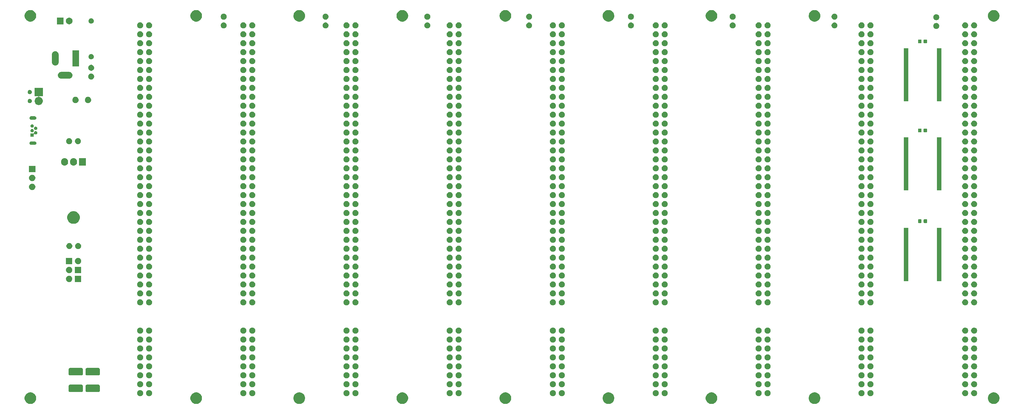
<source format=gbr>
G04 #@! TF.GenerationSoftware,KiCad,Pcbnew,(5.1.5-0-10_14)*
G04 #@! TF.CreationDate,2021-07-25T00:48:49+01:00*
G04 #@! TF.ProjectId,roscbus04,726f7363-6275-4733-9034-2e6b69636164,rev?*
G04 #@! TF.SameCoordinates,Original*
G04 #@! TF.FileFunction,Soldermask,Top*
G04 #@! TF.FilePolarity,Negative*
%FSLAX46Y46*%
G04 Gerber Fmt 4.6, Leading zero omitted, Abs format (unit mm)*
G04 Created by KiCad (PCBNEW (5.1.5-0-10_14)) date 2021-07-25 00:48:49*
%MOMM*%
%LPD*%
G04 APERTURE LIST*
%ADD10C,0.100000*%
G04 APERTURE END LIST*
D10*
G36*
X286295256Y-148761298D02*
G01*
X286401579Y-148782447D01*
X286702042Y-148906903D01*
X286972451Y-149087585D01*
X287202415Y-149317549D01*
X287383097Y-149587958D01*
X287507553Y-149888421D01*
X287571000Y-150207391D01*
X287571000Y-150532609D01*
X287507553Y-150851579D01*
X287383097Y-151152042D01*
X287202415Y-151422451D01*
X286972451Y-151652415D01*
X286702042Y-151833097D01*
X286401579Y-151957553D01*
X286295256Y-151978702D01*
X286082611Y-152021000D01*
X285757389Y-152021000D01*
X285544744Y-151978702D01*
X285438421Y-151957553D01*
X285137958Y-151833097D01*
X284867549Y-151652415D01*
X284637585Y-151422451D01*
X284456903Y-151152042D01*
X284332447Y-150851579D01*
X284269000Y-150532609D01*
X284269000Y-150207391D01*
X284332447Y-149888421D01*
X284456903Y-149587958D01*
X284637585Y-149317549D01*
X284867549Y-149087585D01*
X285137958Y-148906903D01*
X285438421Y-148782447D01*
X285544744Y-148761298D01*
X285757389Y-148719000D01*
X286082611Y-148719000D01*
X286295256Y-148761298D01*
G37*
G36*
X235437256Y-148761298D02*
G01*
X235543579Y-148782447D01*
X235844042Y-148906903D01*
X236114451Y-149087585D01*
X236344415Y-149317549D01*
X236525097Y-149587958D01*
X236649553Y-149888421D01*
X236713000Y-150207391D01*
X236713000Y-150532609D01*
X236649553Y-150851579D01*
X236525097Y-151152042D01*
X236344415Y-151422451D01*
X236114451Y-151652415D01*
X235844042Y-151833097D01*
X235543579Y-151957553D01*
X235437256Y-151978702D01*
X235224611Y-152021000D01*
X234899389Y-152021000D01*
X234686744Y-151978702D01*
X234580421Y-151957553D01*
X234279958Y-151833097D01*
X234009549Y-151652415D01*
X233779585Y-151422451D01*
X233598903Y-151152042D01*
X233474447Y-150851579D01*
X233411000Y-150532609D01*
X233411000Y-150207391D01*
X233474447Y-149888421D01*
X233598903Y-149587958D01*
X233779585Y-149317549D01*
X234009549Y-149087585D01*
X234279958Y-148906903D01*
X234580421Y-148782447D01*
X234686744Y-148761298D01*
X234899389Y-148719000D01*
X235224611Y-148719000D01*
X235437256Y-148761298D01*
G37*
G36*
X206174756Y-148761298D02*
G01*
X206281079Y-148782447D01*
X206581542Y-148906903D01*
X206851951Y-149087585D01*
X207081915Y-149317549D01*
X207262597Y-149587958D01*
X207387053Y-149888421D01*
X207450500Y-150207391D01*
X207450500Y-150532609D01*
X207387053Y-150851579D01*
X207262597Y-151152042D01*
X207081915Y-151422451D01*
X206851951Y-151652415D01*
X206581542Y-151833097D01*
X206281079Y-151957553D01*
X206174756Y-151978702D01*
X205962111Y-152021000D01*
X205636889Y-152021000D01*
X205424244Y-151978702D01*
X205317921Y-151957553D01*
X205017458Y-151833097D01*
X204747049Y-151652415D01*
X204517085Y-151422451D01*
X204336403Y-151152042D01*
X204211947Y-150851579D01*
X204148500Y-150532609D01*
X204148500Y-150207391D01*
X204211947Y-149888421D01*
X204336403Y-149587958D01*
X204517085Y-149317549D01*
X204747049Y-149087585D01*
X205017458Y-148906903D01*
X205317921Y-148782447D01*
X205424244Y-148761298D01*
X205636889Y-148719000D01*
X205962111Y-148719000D01*
X206174756Y-148761298D01*
G37*
G36*
X176912256Y-148761298D02*
G01*
X177018579Y-148782447D01*
X177319042Y-148906903D01*
X177589451Y-149087585D01*
X177819415Y-149317549D01*
X178000097Y-149587958D01*
X178124553Y-149888421D01*
X178188000Y-150207391D01*
X178188000Y-150532609D01*
X178124553Y-150851579D01*
X178000097Y-151152042D01*
X177819415Y-151422451D01*
X177589451Y-151652415D01*
X177319042Y-151833097D01*
X177018579Y-151957553D01*
X176912256Y-151978702D01*
X176699611Y-152021000D01*
X176374389Y-152021000D01*
X176161744Y-151978702D01*
X176055421Y-151957553D01*
X175754958Y-151833097D01*
X175484549Y-151652415D01*
X175254585Y-151422451D01*
X175073903Y-151152042D01*
X174949447Y-150851579D01*
X174886000Y-150532609D01*
X174886000Y-150207391D01*
X174949447Y-149888421D01*
X175073903Y-149587958D01*
X175254585Y-149317549D01*
X175484549Y-149087585D01*
X175754958Y-148906903D01*
X176055421Y-148782447D01*
X176161744Y-148761298D01*
X176374389Y-148719000D01*
X176699611Y-148719000D01*
X176912256Y-148761298D01*
G37*
G36*
X147649756Y-148761298D02*
G01*
X147756079Y-148782447D01*
X148056542Y-148906903D01*
X148326951Y-149087585D01*
X148556915Y-149317549D01*
X148737597Y-149587958D01*
X148862053Y-149888421D01*
X148925500Y-150207391D01*
X148925500Y-150532609D01*
X148862053Y-150851579D01*
X148737597Y-151152042D01*
X148556915Y-151422451D01*
X148326951Y-151652415D01*
X148056542Y-151833097D01*
X147756079Y-151957553D01*
X147649756Y-151978702D01*
X147437111Y-152021000D01*
X147111889Y-152021000D01*
X146899244Y-151978702D01*
X146792921Y-151957553D01*
X146492458Y-151833097D01*
X146222049Y-151652415D01*
X145992085Y-151422451D01*
X145811403Y-151152042D01*
X145686947Y-150851579D01*
X145623500Y-150532609D01*
X145623500Y-150207391D01*
X145686947Y-149888421D01*
X145811403Y-149587958D01*
X145992085Y-149317549D01*
X146222049Y-149087585D01*
X146492458Y-148906903D01*
X146792921Y-148782447D01*
X146899244Y-148761298D01*
X147111889Y-148719000D01*
X147437111Y-148719000D01*
X147649756Y-148761298D01*
G37*
G36*
X118387256Y-148761298D02*
G01*
X118493579Y-148782447D01*
X118794042Y-148906903D01*
X119064451Y-149087585D01*
X119294415Y-149317549D01*
X119475097Y-149587958D01*
X119599553Y-149888421D01*
X119663000Y-150207391D01*
X119663000Y-150532609D01*
X119599553Y-150851579D01*
X119475097Y-151152042D01*
X119294415Y-151422451D01*
X119064451Y-151652415D01*
X118794042Y-151833097D01*
X118493579Y-151957553D01*
X118387256Y-151978702D01*
X118174611Y-152021000D01*
X117849389Y-152021000D01*
X117636744Y-151978702D01*
X117530421Y-151957553D01*
X117229958Y-151833097D01*
X116959549Y-151652415D01*
X116729585Y-151422451D01*
X116548903Y-151152042D01*
X116424447Y-150851579D01*
X116361000Y-150532609D01*
X116361000Y-150207391D01*
X116424447Y-149888421D01*
X116548903Y-149587958D01*
X116729585Y-149317549D01*
X116959549Y-149087585D01*
X117229958Y-148906903D01*
X117530421Y-148782447D01*
X117636744Y-148761298D01*
X117849389Y-148719000D01*
X118174611Y-148719000D01*
X118387256Y-148761298D01*
G37*
G36*
X89124756Y-148761298D02*
G01*
X89231079Y-148782447D01*
X89531542Y-148906903D01*
X89801951Y-149087585D01*
X90031915Y-149317549D01*
X90212597Y-149587958D01*
X90337053Y-149888421D01*
X90400500Y-150207391D01*
X90400500Y-150532609D01*
X90337053Y-150851579D01*
X90212597Y-151152042D01*
X90031915Y-151422451D01*
X89801951Y-151652415D01*
X89531542Y-151833097D01*
X89231079Y-151957553D01*
X89124756Y-151978702D01*
X88912111Y-152021000D01*
X88586889Y-152021000D01*
X88374244Y-151978702D01*
X88267921Y-151957553D01*
X87967458Y-151833097D01*
X87697049Y-151652415D01*
X87467085Y-151422451D01*
X87286403Y-151152042D01*
X87161947Y-150851579D01*
X87098500Y-150532609D01*
X87098500Y-150207391D01*
X87161947Y-149888421D01*
X87286403Y-149587958D01*
X87467085Y-149317549D01*
X87697049Y-149087585D01*
X87967458Y-148906903D01*
X88267921Y-148782447D01*
X88374244Y-148761298D01*
X88586889Y-148719000D01*
X88912111Y-148719000D01*
X89124756Y-148761298D01*
G37*
G36*
X59862256Y-148761298D02*
G01*
X59968579Y-148782447D01*
X60269042Y-148906903D01*
X60539451Y-149087585D01*
X60769415Y-149317549D01*
X60950097Y-149587958D01*
X61074553Y-149888421D01*
X61138000Y-150207391D01*
X61138000Y-150532609D01*
X61074553Y-150851579D01*
X60950097Y-151152042D01*
X60769415Y-151422451D01*
X60539451Y-151652415D01*
X60269042Y-151833097D01*
X59968579Y-151957553D01*
X59862256Y-151978702D01*
X59649611Y-152021000D01*
X59324389Y-152021000D01*
X59111744Y-151978702D01*
X59005421Y-151957553D01*
X58704958Y-151833097D01*
X58434549Y-151652415D01*
X58204585Y-151422451D01*
X58023903Y-151152042D01*
X57899447Y-150851579D01*
X57836000Y-150532609D01*
X57836000Y-150207391D01*
X57899447Y-149888421D01*
X58023903Y-149587958D01*
X58204585Y-149317549D01*
X58434549Y-149087585D01*
X58704958Y-148906903D01*
X59005421Y-148782447D01*
X59111744Y-148761298D01*
X59324389Y-148719000D01*
X59649611Y-148719000D01*
X59862256Y-148761298D01*
G37*
G36*
X12785256Y-148761298D02*
G01*
X12891579Y-148782447D01*
X13192042Y-148906903D01*
X13462451Y-149087585D01*
X13692415Y-149317549D01*
X13873097Y-149587958D01*
X13997553Y-149888421D01*
X14061000Y-150207391D01*
X14061000Y-150532609D01*
X13997553Y-150851579D01*
X13873097Y-151152042D01*
X13692415Y-151422451D01*
X13462451Y-151652415D01*
X13192042Y-151833097D01*
X12891579Y-151957553D01*
X12785256Y-151978702D01*
X12572611Y-152021000D01*
X12247389Y-152021000D01*
X12034744Y-151978702D01*
X11928421Y-151957553D01*
X11627958Y-151833097D01*
X11357549Y-151652415D01*
X11127585Y-151422451D01*
X10946903Y-151152042D01*
X10822447Y-150851579D01*
X10759000Y-150532609D01*
X10759000Y-150207391D01*
X10822447Y-149888421D01*
X10946903Y-149587958D01*
X11127585Y-149317549D01*
X11357549Y-149087585D01*
X11627958Y-148906903D01*
X11928421Y-148782447D01*
X12034744Y-148761298D01*
X12247389Y-148719000D01*
X12572611Y-148719000D01*
X12785256Y-148761298D01*
G37*
G36*
X161018903Y-148101587D02*
G01*
X161176068Y-148166687D01*
X161317513Y-148261198D01*
X161437802Y-148381487D01*
X161532313Y-148522932D01*
X161597413Y-148680097D01*
X161630600Y-148846943D01*
X161630600Y-149017057D01*
X161597413Y-149183903D01*
X161532313Y-149341068D01*
X161437802Y-149482513D01*
X161317513Y-149602802D01*
X161176068Y-149697313D01*
X161018903Y-149762413D01*
X160852057Y-149795600D01*
X160681943Y-149795600D01*
X160515097Y-149762413D01*
X160357932Y-149697313D01*
X160216487Y-149602802D01*
X160096198Y-149482513D01*
X160001687Y-149341068D01*
X159936587Y-149183903D01*
X159903400Y-149017057D01*
X159903400Y-148846943D01*
X159936587Y-148680097D01*
X160001687Y-148522932D01*
X160096198Y-148381487D01*
X160216487Y-148261198D01*
X160357932Y-148166687D01*
X160515097Y-148101587D01*
X160681943Y-148068400D01*
X160852057Y-148068400D01*
X161018903Y-148101587D01*
G37*
G36*
X134258903Y-148101587D02*
G01*
X134416068Y-148166687D01*
X134557513Y-148261198D01*
X134677802Y-148381487D01*
X134772313Y-148522932D01*
X134837413Y-148680097D01*
X134870600Y-148846943D01*
X134870600Y-149017057D01*
X134837413Y-149183903D01*
X134772313Y-149341068D01*
X134677802Y-149482513D01*
X134557513Y-149602802D01*
X134416068Y-149697313D01*
X134258903Y-149762413D01*
X134092057Y-149795600D01*
X133921943Y-149795600D01*
X133755097Y-149762413D01*
X133597932Y-149697313D01*
X133456487Y-149602802D01*
X133336198Y-149482513D01*
X133241687Y-149341068D01*
X133176587Y-149183903D01*
X133143400Y-149017057D01*
X133143400Y-148846943D01*
X133176587Y-148680097D01*
X133241687Y-148522932D01*
X133336198Y-148381487D01*
X133456487Y-148261198D01*
X133597932Y-148166687D01*
X133755097Y-148101587D01*
X133921943Y-148068400D01*
X134092057Y-148068400D01*
X134258903Y-148101587D01*
G37*
G36*
X131718903Y-148101587D02*
G01*
X131876068Y-148166687D01*
X132017513Y-148261198D01*
X132137802Y-148381487D01*
X132232313Y-148522932D01*
X132297413Y-148680097D01*
X132330600Y-148846943D01*
X132330600Y-149017057D01*
X132297413Y-149183903D01*
X132232313Y-149341068D01*
X132137802Y-149482513D01*
X132017513Y-149602802D01*
X131876068Y-149697313D01*
X131718903Y-149762413D01*
X131552057Y-149795600D01*
X131381943Y-149795600D01*
X131215097Y-149762413D01*
X131057932Y-149697313D01*
X130916487Y-149602802D01*
X130796198Y-149482513D01*
X130701687Y-149341068D01*
X130636587Y-149183903D01*
X130603400Y-149017057D01*
X130603400Y-148846943D01*
X130636587Y-148680097D01*
X130701687Y-148522932D01*
X130796198Y-148381487D01*
X130916487Y-148261198D01*
X131057932Y-148166687D01*
X131215097Y-148101587D01*
X131381943Y-148068400D01*
X131552057Y-148068400D01*
X131718903Y-148101587D01*
G37*
G36*
X104958903Y-148101587D02*
G01*
X105116068Y-148166687D01*
X105257513Y-148261198D01*
X105377802Y-148381487D01*
X105472313Y-148522932D01*
X105537413Y-148680097D01*
X105570600Y-148846943D01*
X105570600Y-149017057D01*
X105537413Y-149183903D01*
X105472313Y-149341068D01*
X105377802Y-149482513D01*
X105257513Y-149602802D01*
X105116068Y-149697313D01*
X104958903Y-149762413D01*
X104792057Y-149795600D01*
X104621943Y-149795600D01*
X104455097Y-149762413D01*
X104297932Y-149697313D01*
X104156487Y-149602802D01*
X104036198Y-149482513D01*
X103941687Y-149341068D01*
X103876587Y-149183903D01*
X103843400Y-149017057D01*
X103843400Y-148846943D01*
X103876587Y-148680097D01*
X103941687Y-148522932D01*
X104036198Y-148381487D01*
X104156487Y-148261198D01*
X104297932Y-148166687D01*
X104455097Y-148101587D01*
X104621943Y-148068400D01*
X104792057Y-148068400D01*
X104958903Y-148101587D01*
G37*
G36*
X102418903Y-148101587D02*
G01*
X102576068Y-148166687D01*
X102717513Y-148261198D01*
X102837802Y-148381487D01*
X102932313Y-148522932D01*
X102997413Y-148680097D01*
X103030600Y-148846943D01*
X103030600Y-149017057D01*
X102997413Y-149183903D01*
X102932313Y-149341068D01*
X102837802Y-149482513D01*
X102717513Y-149602802D01*
X102576068Y-149697313D01*
X102418903Y-149762413D01*
X102252057Y-149795600D01*
X102081943Y-149795600D01*
X101915097Y-149762413D01*
X101757932Y-149697313D01*
X101616487Y-149602802D01*
X101496198Y-149482513D01*
X101401687Y-149341068D01*
X101336587Y-149183903D01*
X101303400Y-149017057D01*
X101303400Y-148846943D01*
X101336587Y-148680097D01*
X101401687Y-148522932D01*
X101496198Y-148381487D01*
X101616487Y-148261198D01*
X101757932Y-148166687D01*
X101915097Y-148101587D01*
X102081943Y-148068400D01*
X102252057Y-148068400D01*
X102418903Y-148101587D01*
G37*
G36*
X75658903Y-148101587D02*
G01*
X75816068Y-148166687D01*
X75957513Y-148261198D01*
X76077802Y-148381487D01*
X76172313Y-148522932D01*
X76237413Y-148680097D01*
X76270600Y-148846943D01*
X76270600Y-149017057D01*
X76237413Y-149183903D01*
X76172313Y-149341068D01*
X76077802Y-149482513D01*
X75957513Y-149602802D01*
X75816068Y-149697313D01*
X75658903Y-149762413D01*
X75492057Y-149795600D01*
X75321943Y-149795600D01*
X75155097Y-149762413D01*
X74997932Y-149697313D01*
X74856487Y-149602802D01*
X74736198Y-149482513D01*
X74641687Y-149341068D01*
X74576587Y-149183903D01*
X74543400Y-149017057D01*
X74543400Y-148846943D01*
X74576587Y-148680097D01*
X74641687Y-148522932D01*
X74736198Y-148381487D01*
X74856487Y-148261198D01*
X74997932Y-148166687D01*
X75155097Y-148101587D01*
X75321943Y-148068400D01*
X75492057Y-148068400D01*
X75658903Y-148101587D01*
G37*
G36*
X73118903Y-148101587D02*
G01*
X73276068Y-148166687D01*
X73417513Y-148261198D01*
X73537802Y-148381487D01*
X73632313Y-148522932D01*
X73697413Y-148680097D01*
X73730600Y-148846943D01*
X73730600Y-149017057D01*
X73697413Y-149183903D01*
X73632313Y-149341068D01*
X73537802Y-149482513D01*
X73417513Y-149602802D01*
X73276068Y-149697313D01*
X73118903Y-149762413D01*
X72952057Y-149795600D01*
X72781943Y-149795600D01*
X72615097Y-149762413D01*
X72457932Y-149697313D01*
X72316487Y-149602802D01*
X72196198Y-149482513D01*
X72101687Y-149341068D01*
X72036587Y-149183903D01*
X72003400Y-149017057D01*
X72003400Y-148846943D01*
X72036587Y-148680097D01*
X72101687Y-148522932D01*
X72196198Y-148381487D01*
X72316487Y-148261198D01*
X72457932Y-148166687D01*
X72615097Y-148101587D01*
X72781943Y-148068400D01*
X72952057Y-148068400D01*
X73118903Y-148101587D01*
G37*
G36*
X46358903Y-148101587D02*
G01*
X46516068Y-148166687D01*
X46657513Y-148261198D01*
X46777802Y-148381487D01*
X46872313Y-148522932D01*
X46937413Y-148680097D01*
X46970600Y-148846943D01*
X46970600Y-149017057D01*
X46937413Y-149183903D01*
X46872313Y-149341068D01*
X46777802Y-149482513D01*
X46657513Y-149602802D01*
X46516068Y-149697313D01*
X46358903Y-149762413D01*
X46192057Y-149795600D01*
X46021943Y-149795600D01*
X45855097Y-149762413D01*
X45697932Y-149697313D01*
X45556487Y-149602802D01*
X45436198Y-149482513D01*
X45341687Y-149341068D01*
X45276587Y-149183903D01*
X45243400Y-149017057D01*
X45243400Y-148846943D01*
X45276587Y-148680097D01*
X45341687Y-148522932D01*
X45436198Y-148381487D01*
X45556487Y-148261198D01*
X45697932Y-148166687D01*
X45855097Y-148101587D01*
X46021943Y-148068400D01*
X46192057Y-148068400D01*
X46358903Y-148101587D01*
G37*
G36*
X43818903Y-148101587D02*
G01*
X43976068Y-148166687D01*
X44117513Y-148261198D01*
X44237802Y-148381487D01*
X44332313Y-148522932D01*
X44397413Y-148680097D01*
X44430600Y-148846943D01*
X44430600Y-149017057D01*
X44397413Y-149183903D01*
X44332313Y-149341068D01*
X44237802Y-149482513D01*
X44117513Y-149602802D01*
X43976068Y-149697313D01*
X43818903Y-149762413D01*
X43652057Y-149795600D01*
X43481943Y-149795600D01*
X43315097Y-149762413D01*
X43157932Y-149697313D01*
X43016487Y-149602802D01*
X42896198Y-149482513D01*
X42801687Y-149341068D01*
X42736587Y-149183903D01*
X42703400Y-149017057D01*
X42703400Y-148846943D01*
X42736587Y-148680097D01*
X42801687Y-148522932D01*
X42896198Y-148381487D01*
X43016487Y-148261198D01*
X43157932Y-148166687D01*
X43315097Y-148101587D01*
X43481943Y-148068400D01*
X43652057Y-148068400D01*
X43818903Y-148101587D01*
G37*
G36*
X163558903Y-148101587D02*
G01*
X163716068Y-148166687D01*
X163857513Y-148261198D01*
X163977802Y-148381487D01*
X164072313Y-148522932D01*
X164137413Y-148680097D01*
X164170600Y-148846943D01*
X164170600Y-149017057D01*
X164137413Y-149183903D01*
X164072313Y-149341068D01*
X163977802Y-149482513D01*
X163857513Y-149602802D01*
X163716068Y-149697313D01*
X163558903Y-149762413D01*
X163392057Y-149795600D01*
X163221943Y-149795600D01*
X163055097Y-149762413D01*
X162897932Y-149697313D01*
X162756487Y-149602802D01*
X162636198Y-149482513D01*
X162541687Y-149341068D01*
X162476587Y-149183903D01*
X162443400Y-149017057D01*
X162443400Y-148846943D01*
X162476587Y-148680097D01*
X162541687Y-148522932D01*
X162636198Y-148381487D01*
X162756487Y-148261198D01*
X162897932Y-148166687D01*
X163055097Y-148101587D01*
X163221943Y-148068400D01*
X163392057Y-148068400D01*
X163558903Y-148101587D01*
G37*
G36*
X190228903Y-148101587D02*
G01*
X190386068Y-148166687D01*
X190527513Y-148261198D01*
X190647802Y-148381487D01*
X190742313Y-148522932D01*
X190807413Y-148680097D01*
X190840600Y-148846943D01*
X190840600Y-149017057D01*
X190807413Y-149183903D01*
X190742313Y-149341068D01*
X190647802Y-149482513D01*
X190527513Y-149602802D01*
X190386068Y-149697313D01*
X190228903Y-149762413D01*
X190062057Y-149795600D01*
X189891943Y-149795600D01*
X189725097Y-149762413D01*
X189567932Y-149697313D01*
X189426487Y-149602802D01*
X189306198Y-149482513D01*
X189211687Y-149341068D01*
X189146587Y-149183903D01*
X189113400Y-149017057D01*
X189113400Y-148846943D01*
X189146587Y-148680097D01*
X189211687Y-148522932D01*
X189306198Y-148381487D01*
X189426487Y-148261198D01*
X189567932Y-148166687D01*
X189725097Y-148101587D01*
X189891943Y-148068400D01*
X190062057Y-148068400D01*
X190228903Y-148101587D01*
G37*
G36*
X192768903Y-148101587D02*
G01*
X192926068Y-148166687D01*
X193067513Y-148261198D01*
X193187802Y-148381487D01*
X193282313Y-148522932D01*
X193347413Y-148680097D01*
X193380600Y-148846943D01*
X193380600Y-149017057D01*
X193347413Y-149183903D01*
X193282313Y-149341068D01*
X193187802Y-149482513D01*
X193067513Y-149602802D01*
X192926068Y-149697313D01*
X192768903Y-149762413D01*
X192602057Y-149795600D01*
X192431943Y-149795600D01*
X192265097Y-149762413D01*
X192107932Y-149697313D01*
X191966487Y-149602802D01*
X191846198Y-149482513D01*
X191751687Y-149341068D01*
X191686587Y-149183903D01*
X191653400Y-149017057D01*
X191653400Y-148846943D01*
X191686587Y-148680097D01*
X191751687Y-148522932D01*
X191846198Y-148381487D01*
X191966487Y-148261198D01*
X192107932Y-148166687D01*
X192265097Y-148101587D01*
X192431943Y-148068400D01*
X192602057Y-148068400D01*
X192768903Y-148101587D01*
G37*
G36*
X219438903Y-148101587D02*
G01*
X219596068Y-148166687D01*
X219737513Y-148261198D01*
X219857802Y-148381487D01*
X219952313Y-148522932D01*
X220017413Y-148680097D01*
X220050600Y-148846943D01*
X220050600Y-149017057D01*
X220017413Y-149183903D01*
X219952313Y-149341068D01*
X219857802Y-149482513D01*
X219737513Y-149602802D01*
X219596068Y-149697313D01*
X219438903Y-149762413D01*
X219272057Y-149795600D01*
X219101943Y-149795600D01*
X218935097Y-149762413D01*
X218777932Y-149697313D01*
X218636487Y-149602802D01*
X218516198Y-149482513D01*
X218421687Y-149341068D01*
X218356587Y-149183903D01*
X218323400Y-149017057D01*
X218323400Y-148846943D01*
X218356587Y-148680097D01*
X218421687Y-148522932D01*
X218516198Y-148381487D01*
X218636487Y-148261198D01*
X218777932Y-148166687D01*
X218935097Y-148101587D01*
X219101943Y-148068400D01*
X219272057Y-148068400D01*
X219438903Y-148101587D01*
G37*
G36*
X221978903Y-148101587D02*
G01*
X222136068Y-148166687D01*
X222277513Y-148261198D01*
X222397802Y-148381487D01*
X222492313Y-148522932D01*
X222557413Y-148680097D01*
X222590600Y-148846943D01*
X222590600Y-149017057D01*
X222557413Y-149183903D01*
X222492313Y-149341068D01*
X222397802Y-149482513D01*
X222277513Y-149602802D01*
X222136068Y-149697313D01*
X221978903Y-149762413D01*
X221812057Y-149795600D01*
X221641943Y-149795600D01*
X221475097Y-149762413D01*
X221317932Y-149697313D01*
X221176487Y-149602802D01*
X221056198Y-149482513D01*
X220961687Y-149341068D01*
X220896587Y-149183903D01*
X220863400Y-149017057D01*
X220863400Y-148846943D01*
X220896587Y-148680097D01*
X220961687Y-148522932D01*
X221056198Y-148381487D01*
X221176487Y-148261198D01*
X221317932Y-148166687D01*
X221475097Y-148101587D01*
X221641943Y-148068400D01*
X221812057Y-148068400D01*
X221978903Y-148101587D01*
G37*
G36*
X278074903Y-148101587D02*
G01*
X278232068Y-148166687D01*
X278373513Y-148261198D01*
X278493802Y-148381487D01*
X278588313Y-148522932D01*
X278653413Y-148680097D01*
X278686600Y-148846943D01*
X278686600Y-149017057D01*
X278653413Y-149183903D01*
X278588313Y-149341068D01*
X278493802Y-149482513D01*
X278373513Y-149602802D01*
X278232068Y-149697313D01*
X278074903Y-149762413D01*
X277908057Y-149795600D01*
X277737943Y-149795600D01*
X277571097Y-149762413D01*
X277413932Y-149697313D01*
X277272487Y-149602802D01*
X277152198Y-149482513D01*
X277057687Y-149341068D01*
X276992587Y-149183903D01*
X276959400Y-149017057D01*
X276959400Y-148846943D01*
X276992587Y-148680097D01*
X277057687Y-148522932D01*
X277152198Y-148381487D01*
X277272487Y-148261198D01*
X277413932Y-148166687D01*
X277571097Y-148101587D01*
X277737943Y-148068400D01*
X277908057Y-148068400D01*
X278074903Y-148101587D01*
G37*
G36*
X280614903Y-148101587D02*
G01*
X280772068Y-148166687D01*
X280913513Y-148261198D01*
X281033802Y-148381487D01*
X281128313Y-148522932D01*
X281193413Y-148680097D01*
X281226600Y-148846943D01*
X281226600Y-149017057D01*
X281193413Y-149183903D01*
X281128313Y-149341068D01*
X281033802Y-149482513D01*
X280913513Y-149602802D01*
X280772068Y-149697313D01*
X280614903Y-149762413D01*
X280448057Y-149795600D01*
X280277943Y-149795600D01*
X280111097Y-149762413D01*
X279953932Y-149697313D01*
X279812487Y-149602802D01*
X279692198Y-149482513D01*
X279597687Y-149341068D01*
X279532587Y-149183903D01*
X279499400Y-149017057D01*
X279499400Y-148846943D01*
X279532587Y-148680097D01*
X279597687Y-148522932D01*
X279692198Y-148381487D01*
X279812487Y-148261198D01*
X279953932Y-148166687D01*
X280111097Y-148101587D01*
X280277943Y-148068400D01*
X280448057Y-148068400D01*
X280614903Y-148101587D01*
G37*
G36*
X248648903Y-148101587D02*
G01*
X248806068Y-148166687D01*
X248947513Y-148261198D01*
X249067802Y-148381487D01*
X249162313Y-148522932D01*
X249227413Y-148680097D01*
X249260600Y-148846943D01*
X249260600Y-149017057D01*
X249227413Y-149183903D01*
X249162313Y-149341068D01*
X249067802Y-149482513D01*
X248947513Y-149602802D01*
X248806068Y-149697313D01*
X248648903Y-149762413D01*
X248482057Y-149795600D01*
X248311943Y-149795600D01*
X248145097Y-149762413D01*
X247987932Y-149697313D01*
X247846487Y-149602802D01*
X247726198Y-149482513D01*
X247631687Y-149341068D01*
X247566587Y-149183903D01*
X247533400Y-149017057D01*
X247533400Y-148846943D01*
X247566587Y-148680097D01*
X247631687Y-148522932D01*
X247726198Y-148381487D01*
X247846487Y-148261198D01*
X247987932Y-148166687D01*
X248145097Y-148101587D01*
X248311943Y-148068400D01*
X248482057Y-148068400D01*
X248648903Y-148101587D01*
G37*
G36*
X251188903Y-148101587D02*
G01*
X251346068Y-148166687D01*
X251487513Y-148261198D01*
X251607802Y-148381487D01*
X251702313Y-148522932D01*
X251767413Y-148680097D01*
X251800600Y-148846943D01*
X251800600Y-149017057D01*
X251767413Y-149183903D01*
X251702313Y-149341068D01*
X251607802Y-149482513D01*
X251487513Y-149602802D01*
X251346068Y-149697313D01*
X251188903Y-149762413D01*
X251022057Y-149795600D01*
X250851943Y-149795600D01*
X250685097Y-149762413D01*
X250527932Y-149697313D01*
X250386487Y-149602802D01*
X250266198Y-149482513D01*
X250171687Y-149341068D01*
X250106587Y-149183903D01*
X250073400Y-149017057D01*
X250073400Y-148846943D01*
X250106587Y-148680097D01*
X250171687Y-148522932D01*
X250266198Y-148381487D01*
X250386487Y-148261198D01*
X250527932Y-148166687D01*
X250685097Y-148101587D01*
X250851943Y-148068400D01*
X251022057Y-148068400D01*
X251188903Y-148101587D01*
G37*
G36*
X31773210Y-146518489D02*
G01*
X31859950Y-146544802D01*
X31939889Y-146587530D01*
X32009962Y-146645038D01*
X32067470Y-146715111D01*
X32110198Y-146795050D01*
X32136511Y-146881790D01*
X32146000Y-146978140D01*
X32146000Y-148141860D01*
X32136511Y-148238210D01*
X32110198Y-148324950D01*
X32067470Y-148404889D01*
X32009962Y-148474962D01*
X31939889Y-148532470D01*
X31859950Y-148575198D01*
X31773210Y-148601511D01*
X31676860Y-148611000D01*
X28513140Y-148611000D01*
X28416790Y-148601511D01*
X28330050Y-148575198D01*
X28250111Y-148532470D01*
X28180038Y-148474962D01*
X28122530Y-148404889D01*
X28079802Y-148324950D01*
X28053489Y-148238210D01*
X28044000Y-148141860D01*
X28044000Y-146978140D01*
X28053489Y-146881790D01*
X28079802Y-146795050D01*
X28122530Y-146715111D01*
X28180038Y-146645038D01*
X28250111Y-146587530D01*
X28330050Y-146544802D01*
X28416790Y-146518489D01*
X28513140Y-146509000D01*
X31676860Y-146509000D01*
X31773210Y-146518489D01*
G37*
G36*
X26973210Y-146518489D02*
G01*
X27059950Y-146544802D01*
X27139889Y-146587530D01*
X27209962Y-146645038D01*
X27267470Y-146715111D01*
X27310198Y-146795050D01*
X27336511Y-146881790D01*
X27346000Y-146978140D01*
X27346000Y-148141860D01*
X27336511Y-148238210D01*
X27310198Y-148324950D01*
X27267470Y-148404889D01*
X27209962Y-148474962D01*
X27139889Y-148532470D01*
X27059950Y-148575198D01*
X26973210Y-148601511D01*
X26876860Y-148611000D01*
X23713140Y-148611000D01*
X23616790Y-148601511D01*
X23530050Y-148575198D01*
X23450111Y-148532470D01*
X23380038Y-148474962D01*
X23322530Y-148404889D01*
X23279802Y-148324950D01*
X23253489Y-148238210D01*
X23244000Y-148141860D01*
X23244000Y-146978140D01*
X23253489Y-146881790D01*
X23279802Y-146795050D01*
X23322530Y-146715111D01*
X23380038Y-146645038D01*
X23450111Y-146587530D01*
X23530050Y-146544802D01*
X23616790Y-146518489D01*
X23713140Y-146509000D01*
X26876860Y-146509000D01*
X26973210Y-146518489D01*
G37*
G36*
X75658903Y-145561587D02*
G01*
X75816068Y-145626687D01*
X75957513Y-145721198D01*
X76077802Y-145841487D01*
X76172313Y-145982932D01*
X76237413Y-146140097D01*
X76270600Y-146306943D01*
X76270600Y-146477057D01*
X76237413Y-146643903D01*
X76172313Y-146801068D01*
X76077802Y-146942513D01*
X75957513Y-147062802D01*
X75816068Y-147157313D01*
X75658903Y-147222413D01*
X75492057Y-147255600D01*
X75321943Y-147255600D01*
X75155097Y-147222413D01*
X74997932Y-147157313D01*
X74856487Y-147062802D01*
X74736198Y-146942513D01*
X74641687Y-146801068D01*
X74576587Y-146643903D01*
X74543400Y-146477057D01*
X74543400Y-146306943D01*
X74576587Y-146140097D01*
X74641687Y-145982932D01*
X74736198Y-145841487D01*
X74856487Y-145721198D01*
X74997932Y-145626687D01*
X75155097Y-145561587D01*
X75321943Y-145528400D01*
X75492057Y-145528400D01*
X75658903Y-145561587D01*
G37*
G36*
X280614903Y-145561587D02*
G01*
X280772068Y-145626687D01*
X280913513Y-145721198D01*
X281033802Y-145841487D01*
X281128313Y-145982932D01*
X281193413Y-146140097D01*
X281226600Y-146306943D01*
X281226600Y-146477057D01*
X281193413Y-146643903D01*
X281128313Y-146801068D01*
X281033802Y-146942513D01*
X280913513Y-147062802D01*
X280772068Y-147157313D01*
X280614903Y-147222413D01*
X280448057Y-147255600D01*
X280277943Y-147255600D01*
X280111097Y-147222413D01*
X279953932Y-147157313D01*
X279812487Y-147062802D01*
X279692198Y-146942513D01*
X279597687Y-146801068D01*
X279532587Y-146643903D01*
X279499400Y-146477057D01*
X279499400Y-146306943D01*
X279532587Y-146140097D01*
X279597687Y-145982932D01*
X279692198Y-145841487D01*
X279812487Y-145721198D01*
X279953932Y-145626687D01*
X280111097Y-145561587D01*
X280277943Y-145528400D01*
X280448057Y-145528400D01*
X280614903Y-145561587D01*
G37*
G36*
X278074903Y-145561587D02*
G01*
X278232068Y-145626687D01*
X278373513Y-145721198D01*
X278493802Y-145841487D01*
X278588313Y-145982932D01*
X278653413Y-146140097D01*
X278686600Y-146306943D01*
X278686600Y-146477057D01*
X278653413Y-146643903D01*
X278588313Y-146801068D01*
X278493802Y-146942513D01*
X278373513Y-147062802D01*
X278232068Y-147157313D01*
X278074903Y-147222413D01*
X277908057Y-147255600D01*
X277737943Y-147255600D01*
X277571097Y-147222413D01*
X277413932Y-147157313D01*
X277272487Y-147062802D01*
X277152198Y-146942513D01*
X277057687Y-146801068D01*
X276992587Y-146643903D01*
X276959400Y-146477057D01*
X276959400Y-146306943D01*
X276992587Y-146140097D01*
X277057687Y-145982932D01*
X277152198Y-145841487D01*
X277272487Y-145721198D01*
X277413932Y-145626687D01*
X277571097Y-145561587D01*
X277737943Y-145528400D01*
X277908057Y-145528400D01*
X278074903Y-145561587D01*
G37*
G36*
X46358903Y-145561587D02*
G01*
X46516068Y-145626687D01*
X46657513Y-145721198D01*
X46777802Y-145841487D01*
X46872313Y-145982932D01*
X46937413Y-146140097D01*
X46970600Y-146306943D01*
X46970600Y-146477057D01*
X46937413Y-146643903D01*
X46872313Y-146801068D01*
X46777802Y-146942513D01*
X46657513Y-147062802D01*
X46516068Y-147157313D01*
X46358903Y-147222413D01*
X46192057Y-147255600D01*
X46021943Y-147255600D01*
X45855097Y-147222413D01*
X45697932Y-147157313D01*
X45556487Y-147062802D01*
X45436198Y-146942513D01*
X45341687Y-146801068D01*
X45276587Y-146643903D01*
X45243400Y-146477057D01*
X45243400Y-146306943D01*
X45276587Y-146140097D01*
X45341687Y-145982932D01*
X45436198Y-145841487D01*
X45556487Y-145721198D01*
X45697932Y-145626687D01*
X45855097Y-145561587D01*
X46021943Y-145528400D01*
X46192057Y-145528400D01*
X46358903Y-145561587D01*
G37*
G36*
X43818903Y-145561587D02*
G01*
X43976068Y-145626687D01*
X44117513Y-145721198D01*
X44237802Y-145841487D01*
X44332313Y-145982932D01*
X44397413Y-146140097D01*
X44430600Y-146306943D01*
X44430600Y-146477057D01*
X44397413Y-146643903D01*
X44332313Y-146801068D01*
X44237802Y-146942513D01*
X44117513Y-147062802D01*
X43976068Y-147157313D01*
X43818903Y-147222413D01*
X43652057Y-147255600D01*
X43481943Y-147255600D01*
X43315097Y-147222413D01*
X43157932Y-147157313D01*
X43016487Y-147062802D01*
X42896198Y-146942513D01*
X42801687Y-146801068D01*
X42736587Y-146643903D01*
X42703400Y-146477057D01*
X42703400Y-146306943D01*
X42736587Y-146140097D01*
X42801687Y-145982932D01*
X42896198Y-145841487D01*
X43016487Y-145721198D01*
X43157932Y-145626687D01*
X43315097Y-145561587D01*
X43481943Y-145528400D01*
X43652057Y-145528400D01*
X43818903Y-145561587D01*
G37*
G36*
X251188903Y-145561587D02*
G01*
X251346068Y-145626687D01*
X251487513Y-145721198D01*
X251607802Y-145841487D01*
X251702313Y-145982932D01*
X251767413Y-146140097D01*
X251800600Y-146306943D01*
X251800600Y-146477057D01*
X251767413Y-146643903D01*
X251702313Y-146801068D01*
X251607802Y-146942513D01*
X251487513Y-147062802D01*
X251346068Y-147157313D01*
X251188903Y-147222413D01*
X251022057Y-147255600D01*
X250851943Y-147255600D01*
X250685097Y-147222413D01*
X250527932Y-147157313D01*
X250386487Y-147062802D01*
X250266198Y-146942513D01*
X250171687Y-146801068D01*
X250106587Y-146643903D01*
X250073400Y-146477057D01*
X250073400Y-146306943D01*
X250106587Y-146140097D01*
X250171687Y-145982932D01*
X250266198Y-145841487D01*
X250386487Y-145721198D01*
X250527932Y-145626687D01*
X250685097Y-145561587D01*
X250851943Y-145528400D01*
X251022057Y-145528400D01*
X251188903Y-145561587D01*
G37*
G36*
X248648903Y-145561587D02*
G01*
X248806068Y-145626687D01*
X248947513Y-145721198D01*
X249067802Y-145841487D01*
X249162313Y-145982932D01*
X249227413Y-146140097D01*
X249260600Y-146306943D01*
X249260600Y-146477057D01*
X249227413Y-146643903D01*
X249162313Y-146801068D01*
X249067802Y-146942513D01*
X248947513Y-147062802D01*
X248806068Y-147157313D01*
X248648903Y-147222413D01*
X248482057Y-147255600D01*
X248311943Y-147255600D01*
X248145097Y-147222413D01*
X247987932Y-147157313D01*
X247846487Y-147062802D01*
X247726198Y-146942513D01*
X247631687Y-146801068D01*
X247566587Y-146643903D01*
X247533400Y-146477057D01*
X247533400Y-146306943D01*
X247566587Y-146140097D01*
X247631687Y-145982932D01*
X247726198Y-145841487D01*
X247846487Y-145721198D01*
X247987932Y-145626687D01*
X248145097Y-145561587D01*
X248311943Y-145528400D01*
X248482057Y-145528400D01*
X248648903Y-145561587D01*
G37*
G36*
X221978903Y-145561587D02*
G01*
X222136068Y-145626687D01*
X222277513Y-145721198D01*
X222397802Y-145841487D01*
X222492313Y-145982932D01*
X222557413Y-146140097D01*
X222590600Y-146306943D01*
X222590600Y-146477057D01*
X222557413Y-146643903D01*
X222492313Y-146801068D01*
X222397802Y-146942513D01*
X222277513Y-147062802D01*
X222136068Y-147157313D01*
X221978903Y-147222413D01*
X221812057Y-147255600D01*
X221641943Y-147255600D01*
X221475097Y-147222413D01*
X221317932Y-147157313D01*
X221176487Y-147062802D01*
X221056198Y-146942513D01*
X220961687Y-146801068D01*
X220896587Y-146643903D01*
X220863400Y-146477057D01*
X220863400Y-146306943D01*
X220896587Y-146140097D01*
X220961687Y-145982932D01*
X221056198Y-145841487D01*
X221176487Y-145721198D01*
X221317932Y-145626687D01*
X221475097Y-145561587D01*
X221641943Y-145528400D01*
X221812057Y-145528400D01*
X221978903Y-145561587D01*
G37*
G36*
X219438903Y-145561587D02*
G01*
X219596068Y-145626687D01*
X219737513Y-145721198D01*
X219857802Y-145841487D01*
X219952313Y-145982932D01*
X220017413Y-146140097D01*
X220050600Y-146306943D01*
X220050600Y-146477057D01*
X220017413Y-146643903D01*
X219952313Y-146801068D01*
X219857802Y-146942513D01*
X219737513Y-147062802D01*
X219596068Y-147157313D01*
X219438903Y-147222413D01*
X219272057Y-147255600D01*
X219101943Y-147255600D01*
X218935097Y-147222413D01*
X218777932Y-147157313D01*
X218636487Y-147062802D01*
X218516198Y-146942513D01*
X218421687Y-146801068D01*
X218356587Y-146643903D01*
X218323400Y-146477057D01*
X218323400Y-146306943D01*
X218356587Y-146140097D01*
X218421687Y-145982932D01*
X218516198Y-145841487D01*
X218636487Y-145721198D01*
X218777932Y-145626687D01*
X218935097Y-145561587D01*
X219101943Y-145528400D01*
X219272057Y-145528400D01*
X219438903Y-145561587D01*
G37*
G36*
X192768903Y-145561587D02*
G01*
X192926068Y-145626687D01*
X193067513Y-145721198D01*
X193187802Y-145841487D01*
X193282313Y-145982932D01*
X193347413Y-146140097D01*
X193380600Y-146306943D01*
X193380600Y-146477057D01*
X193347413Y-146643903D01*
X193282313Y-146801068D01*
X193187802Y-146942513D01*
X193067513Y-147062802D01*
X192926068Y-147157313D01*
X192768903Y-147222413D01*
X192602057Y-147255600D01*
X192431943Y-147255600D01*
X192265097Y-147222413D01*
X192107932Y-147157313D01*
X191966487Y-147062802D01*
X191846198Y-146942513D01*
X191751687Y-146801068D01*
X191686587Y-146643903D01*
X191653400Y-146477057D01*
X191653400Y-146306943D01*
X191686587Y-146140097D01*
X191751687Y-145982932D01*
X191846198Y-145841487D01*
X191966487Y-145721198D01*
X192107932Y-145626687D01*
X192265097Y-145561587D01*
X192431943Y-145528400D01*
X192602057Y-145528400D01*
X192768903Y-145561587D01*
G37*
G36*
X163558903Y-145561587D02*
G01*
X163716068Y-145626687D01*
X163857513Y-145721198D01*
X163977802Y-145841487D01*
X164072313Y-145982932D01*
X164137413Y-146140097D01*
X164170600Y-146306943D01*
X164170600Y-146477057D01*
X164137413Y-146643903D01*
X164072313Y-146801068D01*
X163977802Y-146942513D01*
X163857513Y-147062802D01*
X163716068Y-147157313D01*
X163558903Y-147222413D01*
X163392057Y-147255600D01*
X163221943Y-147255600D01*
X163055097Y-147222413D01*
X162897932Y-147157313D01*
X162756487Y-147062802D01*
X162636198Y-146942513D01*
X162541687Y-146801068D01*
X162476587Y-146643903D01*
X162443400Y-146477057D01*
X162443400Y-146306943D01*
X162476587Y-146140097D01*
X162541687Y-145982932D01*
X162636198Y-145841487D01*
X162756487Y-145721198D01*
X162897932Y-145626687D01*
X163055097Y-145561587D01*
X163221943Y-145528400D01*
X163392057Y-145528400D01*
X163558903Y-145561587D01*
G37*
G36*
X161018903Y-145561587D02*
G01*
X161176068Y-145626687D01*
X161317513Y-145721198D01*
X161437802Y-145841487D01*
X161532313Y-145982932D01*
X161597413Y-146140097D01*
X161630600Y-146306943D01*
X161630600Y-146477057D01*
X161597413Y-146643903D01*
X161532313Y-146801068D01*
X161437802Y-146942513D01*
X161317513Y-147062802D01*
X161176068Y-147157313D01*
X161018903Y-147222413D01*
X160852057Y-147255600D01*
X160681943Y-147255600D01*
X160515097Y-147222413D01*
X160357932Y-147157313D01*
X160216487Y-147062802D01*
X160096198Y-146942513D01*
X160001687Y-146801068D01*
X159936587Y-146643903D01*
X159903400Y-146477057D01*
X159903400Y-146306943D01*
X159936587Y-146140097D01*
X160001687Y-145982932D01*
X160096198Y-145841487D01*
X160216487Y-145721198D01*
X160357932Y-145626687D01*
X160515097Y-145561587D01*
X160681943Y-145528400D01*
X160852057Y-145528400D01*
X161018903Y-145561587D01*
G37*
G36*
X102418903Y-145561587D02*
G01*
X102576068Y-145626687D01*
X102717513Y-145721198D01*
X102837802Y-145841487D01*
X102932313Y-145982932D01*
X102997413Y-146140097D01*
X103030600Y-146306943D01*
X103030600Y-146477057D01*
X102997413Y-146643903D01*
X102932313Y-146801068D01*
X102837802Y-146942513D01*
X102717513Y-147062802D01*
X102576068Y-147157313D01*
X102418903Y-147222413D01*
X102252057Y-147255600D01*
X102081943Y-147255600D01*
X101915097Y-147222413D01*
X101757932Y-147157313D01*
X101616487Y-147062802D01*
X101496198Y-146942513D01*
X101401687Y-146801068D01*
X101336587Y-146643903D01*
X101303400Y-146477057D01*
X101303400Y-146306943D01*
X101336587Y-146140097D01*
X101401687Y-145982932D01*
X101496198Y-145841487D01*
X101616487Y-145721198D01*
X101757932Y-145626687D01*
X101915097Y-145561587D01*
X102081943Y-145528400D01*
X102252057Y-145528400D01*
X102418903Y-145561587D01*
G37*
G36*
X104958903Y-145561587D02*
G01*
X105116068Y-145626687D01*
X105257513Y-145721198D01*
X105377802Y-145841487D01*
X105472313Y-145982932D01*
X105537413Y-146140097D01*
X105570600Y-146306943D01*
X105570600Y-146477057D01*
X105537413Y-146643903D01*
X105472313Y-146801068D01*
X105377802Y-146942513D01*
X105257513Y-147062802D01*
X105116068Y-147157313D01*
X104958903Y-147222413D01*
X104792057Y-147255600D01*
X104621943Y-147255600D01*
X104455097Y-147222413D01*
X104297932Y-147157313D01*
X104156487Y-147062802D01*
X104036198Y-146942513D01*
X103941687Y-146801068D01*
X103876587Y-146643903D01*
X103843400Y-146477057D01*
X103843400Y-146306943D01*
X103876587Y-146140097D01*
X103941687Y-145982932D01*
X104036198Y-145841487D01*
X104156487Y-145721198D01*
X104297932Y-145626687D01*
X104455097Y-145561587D01*
X104621943Y-145528400D01*
X104792057Y-145528400D01*
X104958903Y-145561587D01*
G37*
G36*
X190228903Y-145561587D02*
G01*
X190386068Y-145626687D01*
X190527513Y-145721198D01*
X190647802Y-145841487D01*
X190742313Y-145982932D01*
X190807413Y-146140097D01*
X190840600Y-146306943D01*
X190840600Y-146477057D01*
X190807413Y-146643903D01*
X190742313Y-146801068D01*
X190647802Y-146942513D01*
X190527513Y-147062802D01*
X190386068Y-147157313D01*
X190228903Y-147222413D01*
X190062057Y-147255600D01*
X189891943Y-147255600D01*
X189725097Y-147222413D01*
X189567932Y-147157313D01*
X189426487Y-147062802D01*
X189306198Y-146942513D01*
X189211687Y-146801068D01*
X189146587Y-146643903D01*
X189113400Y-146477057D01*
X189113400Y-146306943D01*
X189146587Y-146140097D01*
X189211687Y-145982932D01*
X189306198Y-145841487D01*
X189426487Y-145721198D01*
X189567932Y-145626687D01*
X189725097Y-145561587D01*
X189891943Y-145528400D01*
X190062057Y-145528400D01*
X190228903Y-145561587D01*
G37*
G36*
X131718903Y-145561587D02*
G01*
X131876068Y-145626687D01*
X132017513Y-145721198D01*
X132137802Y-145841487D01*
X132232313Y-145982932D01*
X132297413Y-146140097D01*
X132330600Y-146306943D01*
X132330600Y-146477057D01*
X132297413Y-146643903D01*
X132232313Y-146801068D01*
X132137802Y-146942513D01*
X132017513Y-147062802D01*
X131876068Y-147157313D01*
X131718903Y-147222413D01*
X131552057Y-147255600D01*
X131381943Y-147255600D01*
X131215097Y-147222413D01*
X131057932Y-147157313D01*
X130916487Y-147062802D01*
X130796198Y-146942513D01*
X130701687Y-146801068D01*
X130636587Y-146643903D01*
X130603400Y-146477057D01*
X130603400Y-146306943D01*
X130636587Y-146140097D01*
X130701687Y-145982932D01*
X130796198Y-145841487D01*
X130916487Y-145721198D01*
X131057932Y-145626687D01*
X131215097Y-145561587D01*
X131381943Y-145528400D01*
X131552057Y-145528400D01*
X131718903Y-145561587D01*
G37*
G36*
X134258903Y-145561587D02*
G01*
X134416068Y-145626687D01*
X134557513Y-145721198D01*
X134677802Y-145841487D01*
X134772313Y-145982932D01*
X134837413Y-146140097D01*
X134870600Y-146306943D01*
X134870600Y-146477057D01*
X134837413Y-146643903D01*
X134772313Y-146801068D01*
X134677802Y-146942513D01*
X134557513Y-147062802D01*
X134416068Y-147157313D01*
X134258903Y-147222413D01*
X134092057Y-147255600D01*
X133921943Y-147255600D01*
X133755097Y-147222413D01*
X133597932Y-147157313D01*
X133456487Y-147062802D01*
X133336198Y-146942513D01*
X133241687Y-146801068D01*
X133176587Y-146643903D01*
X133143400Y-146477057D01*
X133143400Y-146306943D01*
X133176587Y-146140097D01*
X133241687Y-145982932D01*
X133336198Y-145841487D01*
X133456487Y-145721198D01*
X133597932Y-145626687D01*
X133755097Y-145561587D01*
X133921943Y-145528400D01*
X134092057Y-145528400D01*
X134258903Y-145561587D01*
G37*
G36*
X73118903Y-145561587D02*
G01*
X73276068Y-145626687D01*
X73417513Y-145721198D01*
X73537802Y-145841487D01*
X73632313Y-145982932D01*
X73697413Y-146140097D01*
X73730600Y-146306943D01*
X73730600Y-146477057D01*
X73697413Y-146643903D01*
X73632313Y-146801068D01*
X73537802Y-146942513D01*
X73417513Y-147062802D01*
X73276068Y-147157313D01*
X73118903Y-147222413D01*
X72952057Y-147255600D01*
X72781943Y-147255600D01*
X72615097Y-147222413D01*
X72457932Y-147157313D01*
X72316487Y-147062802D01*
X72196198Y-146942513D01*
X72101687Y-146801068D01*
X72036587Y-146643903D01*
X72003400Y-146477057D01*
X72003400Y-146306943D01*
X72036587Y-146140097D01*
X72101687Y-145982932D01*
X72196198Y-145841487D01*
X72316487Y-145721198D01*
X72457932Y-145626687D01*
X72615097Y-145561587D01*
X72781943Y-145528400D01*
X72952057Y-145528400D01*
X73118903Y-145561587D01*
G37*
G36*
X190228903Y-143021587D02*
G01*
X190386068Y-143086687D01*
X190527513Y-143181198D01*
X190647802Y-143301487D01*
X190742313Y-143442932D01*
X190807413Y-143600097D01*
X190840600Y-143766943D01*
X190840600Y-143937057D01*
X190807413Y-144103903D01*
X190742313Y-144261068D01*
X190647802Y-144402513D01*
X190527513Y-144522802D01*
X190386068Y-144617313D01*
X190228903Y-144682413D01*
X190062057Y-144715600D01*
X189891943Y-144715600D01*
X189725097Y-144682413D01*
X189567932Y-144617313D01*
X189426487Y-144522802D01*
X189306198Y-144402513D01*
X189211687Y-144261068D01*
X189146587Y-144103903D01*
X189113400Y-143937057D01*
X189113400Y-143766943D01*
X189146587Y-143600097D01*
X189211687Y-143442932D01*
X189306198Y-143301487D01*
X189426487Y-143181198D01*
X189567932Y-143086687D01*
X189725097Y-143021587D01*
X189891943Y-142988400D01*
X190062057Y-142988400D01*
X190228903Y-143021587D01*
G37*
G36*
X248648903Y-143021587D02*
G01*
X248806068Y-143086687D01*
X248947513Y-143181198D01*
X249067802Y-143301487D01*
X249162313Y-143442932D01*
X249227413Y-143600097D01*
X249260600Y-143766943D01*
X249260600Y-143937057D01*
X249227413Y-144103903D01*
X249162313Y-144261068D01*
X249067802Y-144402513D01*
X248947513Y-144522802D01*
X248806068Y-144617313D01*
X248648903Y-144682413D01*
X248482057Y-144715600D01*
X248311943Y-144715600D01*
X248145097Y-144682413D01*
X247987932Y-144617313D01*
X247846487Y-144522802D01*
X247726198Y-144402513D01*
X247631687Y-144261068D01*
X247566587Y-144103903D01*
X247533400Y-143937057D01*
X247533400Y-143766943D01*
X247566587Y-143600097D01*
X247631687Y-143442932D01*
X247726198Y-143301487D01*
X247846487Y-143181198D01*
X247987932Y-143086687D01*
X248145097Y-143021587D01*
X248311943Y-142988400D01*
X248482057Y-142988400D01*
X248648903Y-143021587D01*
G37*
G36*
X192768903Y-143021587D02*
G01*
X192926068Y-143086687D01*
X193067513Y-143181198D01*
X193187802Y-143301487D01*
X193282313Y-143442932D01*
X193347413Y-143600097D01*
X193380600Y-143766943D01*
X193380600Y-143937057D01*
X193347413Y-144103903D01*
X193282313Y-144261068D01*
X193187802Y-144402513D01*
X193067513Y-144522802D01*
X192926068Y-144617313D01*
X192768903Y-144682413D01*
X192602057Y-144715600D01*
X192431943Y-144715600D01*
X192265097Y-144682413D01*
X192107932Y-144617313D01*
X191966487Y-144522802D01*
X191846198Y-144402513D01*
X191751687Y-144261068D01*
X191686587Y-144103903D01*
X191653400Y-143937057D01*
X191653400Y-143766943D01*
X191686587Y-143600097D01*
X191751687Y-143442932D01*
X191846198Y-143301487D01*
X191966487Y-143181198D01*
X192107932Y-143086687D01*
X192265097Y-143021587D01*
X192431943Y-142988400D01*
X192602057Y-142988400D01*
X192768903Y-143021587D01*
G37*
G36*
X73118903Y-143021587D02*
G01*
X73276068Y-143086687D01*
X73417513Y-143181198D01*
X73537802Y-143301487D01*
X73632313Y-143442932D01*
X73697413Y-143600097D01*
X73730600Y-143766943D01*
X73730600Y-143937057D01*
X73697413Y-144103903D01*
X73632313Y-144261068D01*
X73537802Y-144402513D01*
X73417513Y-144522802D01*
X73276068Y-144617313D01*
X73118903Y-144682413D01*
X72952057Y-144715600D01*
X72781943Y-144715600D01*
X72615097Y-144682413D01*
X72457932Y-144617313D01*
X72316487Y-144522802D01*
X72196198Y-144402513D01*
X72101687Y-144261068D01*
X72036587Y-144103903D01*
X72003400Y-143937057D01*
X72003400Y-143766943D01*
X72036587Y-143600097D01*
X72101687Y-143442932D01*
X72196198Y-143301487D01*
X72316487Y-143181198D01*
X72457932Y-143086687D01*
X72615097Y-143021587D01*
X72781943Y-142988400D01*
X72952057Y-142988400D01*
X73118903Y-143021587D01*
G37*
G36*
X251188903Y-143021587D02*
G01*
X251346068Y-143086687D01*
X251487513Y-143181198D01*
X251607802Y-143301487D01*
X251702313Y-143442932D01*
X251767413Y-143600097D01*
X251800600Y-143766943D01*
X251800600Y-143937057D01*
X251767413Y-144103903D01*
X251702313Y-144261068D01*
X251607802Y-144402513D01*
X251487513Y-144522802D01*
X251346068Y-144617313D01*
X251188903Y-144682413D01*
X251022057Y-144715600D01*
X250851943Y-144715600D01*
X250685097Y-144682413D01*
X250527932Y-144617313D01*
X250386487Y-144522802D01*
X250266198Y-144402513D01*
X250171687Y-144261068D01*
X250106587Y-144103903D01*
X250073400Y-143937057D01*
X250073400Y-143766943D01*
X250106587Y-143600097D01*
X250171687Y-143442932D01*
X250266198Y-143301487D01*
X250386487Y-143181198D01*
X250527932Y-143086687D01*
X250685097Y-143021587D01*
X250851943Y-142988400D01*
X251022057Y-142988400D01*
X251188903Y-143021587D01*
G37*
G36*
X280614903Y-143021587D02*
G01*
X280772068Y-143086687D01*
X280913513Y-143181198D01*
X281033802Y-143301487D01*
X281128313Y-143442932D01*
X281193413Y-143600097D01*
X281226600Y-143766943D01*
X281226600Y-143937057D01*
X281193413Y-144103903D01*
X281128313Y-144261068D01*
X281033802Y-144402513D01*
X280913513Y-144522802D01*
X280772068Y-144617313D01*
X280614903Y-144682413D01*
X280448057Y-144715600D01*
X280277943Y-144715600D01*
X280111097Y-144682413D01*
X279953932Y-144617313D01*
X279812487Y-144522802D01*
X279692198Y-144402513D01*
X279597687Y-144261068D01*
X279532587Y-144103903D01*
X279499400Y-143937057D01*
X279499400Y-143766943D01*
X279532587Y-143600097D01*
X279597687Y-143442932D01*
X279692198Y-143301487D01*
X279812487Y-143181198D01*
X279953932Y-143086687D01*
X280111097Y-143021587D01*
X280277943Y-142988400D01*
X280448057Y-142988400D01*
X280614903Y-143021587D01*
G37*
G36*
X219438903Y-143021587D02*
G01*
X219596068Y-143086687D01*
X219737513Y-143181198D01*
X219857802Y-143301487D01*
X219952313Y-143442932D01*
X220017413Y-143600097D01*
X220050600Y-143766943D01*
X220050600Y-143937057D01*
X220017413Y-144103903D01*
X219952313Y-144261068D01*
X219857802Y-144402513D01*
X219737513Y-144522802D01*
X219596068Y-144617313D01*
X219438903Y-144682413D01*
X219272057Y-144715600D01*
X219101943Y-144715600D01*
X218935097Y-144682413D01*
X218777932Y-144617313D01*
X218636487Y-144522802D01*
X218516198Y-144402513D01*
X218421687Y-144261068D01*
X218356587Y-144103903D01*
X218323400Y-143937057D01*
X218323400Y-143766943D01*
X218356587Y-143600097D01*
X218421687Y-143442932D01*
X218516198Y-143301487D01*
X218636487Y-143181198D01*
X218777932Y-143086687D01*
X218935097Y-143021587D01*
X219101943Y-142988400D01*
X219272057Y-142988400D01*
X219438903Y-143021587D01*
G37*
G36*
X221978903Y-143021587D02*
G01*
X222136068Y-143086687D01*
X222277513Y-143181198D01*
X222397802Y-143301487D01*
X222492313Y-143442932D01*
X222557413Y-143600097D01*
X222590600Y-143766943D01*
X222590600Y-143937057D01*
X222557413Y-144103903D01*
X222492313Y-144261068D01*
X222397802Y-144402513D01*
X222277513Y-144522802D01*
X222136068Y-144617313D01*
X221978903Y-144682413D01*
X221812057Y-144715600D01*
X221641943Y-144715600D01*
X221475097Y-144682413D01*
X221317932Y-144617313D01*
X221176487Y-144522802D01*
X221056198Y-144402513D01*
X220961687Y-144261068D01*
X220896587Y-144103903D01*
X220863400Y-143937057D01*
X220863400Y-143766943D01*
X220896587Y-143600097D01*
X220961687Y-143442932D01*
X221056198Y-143301487D01*
X221176487Y-143181198D01*
X221317932Y-143086687D01*
X221475097Y-143021587D01*
X221641943Y-142988400D01*
X221812057Y-142988400D01*
X221978903Y-143021587D01*
G37*
G36*
X278074903Y-143021587D02*
G01*
X278232068Y-143086687D01*
X278373513Y-143181198D01*
X278493802Y-143301487D01*
X278588313Y-143442932D01*
X278653413Y-143600097D01*
X278686600Y-143766943D01*
X278686600Y-143937057D01*
X278653413Y-144103903D01*
X278588313Y-144261068D01*
X278493802Y-144402513D01*
X278373513Y-144522802D01*
X278232068Y-144617313D01*
X278074903Y-144682413D01*
X277908057Y-144715600D01*
X277737943Y-144715600D01*
X277571097Y-144682413D01*
X277413932Y-144617313D01*
X277272487Y-144522802D01*
X277152198Y-144402513D01*
X277057687Y-144261068D01*
X276992587Y-144103903D01*
X276959400Y-143937057D01*
X276959400Y-143766943D01*
X276992587Y-143600097D01*
X277057687Y-143442932D01*
X277152198Y-143301487D01*
X277272487Y-143181198D01*
X277413932Y-143086687D01*
X277571097Y-143021587D01*
X277737943Y-142988400D01*
X277908057Y-142988400D01*
X278074903Y-143021587D01*
G37*
G36*
X134258903Y-143021587D02*
G01*
X134416068Y-143086687D01*
X134557513Y-143181198D01*
X134677802Y-143301487D01*
X134772313Y-143442932D01*
X134837413Y-143600097D01*
X134870600Y-143766943D01*
X134870600Y-143937057D01*
X134837413Y-144103903D01*
X134772313Y-144261068D01*
X134677802Y-144402513D01*
X134557513Y-144522802D01*
X134416068Y-144617313D01*
X134258903Y-144682413D01*
X134092057Y-144715600D01*
X133921943Y-144715600D01*
X133755097Y-144682413D01*
X133597932Y-144617313D01*
X133456487Y-144522802D01*
X133336198Y-144402513D01*
X133241687Y-144261068D01*
X133176587Y-144103903D01*
X133143400Y-143937057D01*
X133143400Y-143766943D01*
X133176587Y-143600097D01*
X133241687Y-143442932D01*
X133336198Y-143301487D01*
X133456487Y-143181198D01*
X133597932Y-143086687D01*
X133755097Y-143021587D01*
X133921943Y-142988400D01*
X134092057Y-142988400D01*
X134258903Y-143021587D01*
G37*
G36*
X131718903Y-143021587D02*
G01*
X131876068Y-143086687D01*
X132017513Y-143181198D01*
X132137802Y-143301487D01*
X132232313Y-143442932D01*
X132297413Y-143600097D01*
X132330600Y-143766943D01*
X132330600Y-143937057D01*
X132297413Y-144103903D01*
X132232313Y-144261068D01*
X132137802Y-144402513D01*
X132017513Y-144522802D01*
X131876068Y-144617313D01*
X131718903Y-144682413D01*
X131552057Y-144715600D01*
X131381943Y-144715600D01*
X131215097Y-144682413D01*
X131057932Y-144617313D01*
X130916487Y-144522802D01*
X130796198Y-144402513D01*
X130701687Y-144261068D01*
X130636587Y-144103903D01*
X130603400Y-143937057D01*
X130603400Y-143766943D01*
X130636587Y-143600097D01*
X130701687Y-143442932D01*
X130796198Y-143301487D01*
X130916487Y-143181198D01*
X131057932Y-143086687D01*
X131215097Y-143021587D01*
X131381943Y-142988400D01*
X131552057Y-142988400D01*
X131718903Y-143021587D01*
G37*
G36*
X161018903Y-143021587D02*
G01*
X161176068Y-143086687D01*
X161317513Y-143181198D01*
X161437802Y-143301487D01*
X161532313Y-143442932D01*
X161597413Y-143600097D01*
X161630600Y-143766943D01*
X161630600Y-143937057D01*
X161597413Y-144103903D01*
X161532313Y-144261068D01*
X161437802Y-144402513D01*
X161317513Y-144522802D01*
X161176068Y-144617313D01*
X161018903Y-144682413D01*
X160852057Y-144715600D01*
X160681943Y-144715600D01*
X160515097Y-144682413D01*
X160357932Y-144617313D01*
X160216487Y-144522802D01*
X160096198Y-144402513D01*
X160001687Y-144261068D01*
X159936587Y-144103903D01*
X159903400Y-143937057D01*
X159903400Y-143766943D01*
X159936587Y-143600097D01*
X160001687Y-143442932D01*
X160096198Y-143301487D01*
X160216487Y-143181198D01*
X160357932Y-143086687D01*
X160515097Y-143021587D01*
X160681943Y-142988400D01*
X160852057Y-142988400D01*
X161018903Y-143021587D01*
G37*
G36*
X163558903Y-143021587D02*
G01*
X163716068Y-143086687D01*
X163857513Y-143181198D01*
X163977802Y-143301487D01*
X164072313Y-143442932D01*
X164137413Y-143600097D01*
X164170600Y-143766943D01*
X164170600Y-143937057D01*
X164137413Y-144103903D01*
X164072313Y-144261068D01*
X163977802Y-144402513D01*
X163857513Y-144522802D01*
X163716068Y-144617313D01*
X163558903Y-144682413D01*
X163392057Y-144715600D01*
X163221943Y-144715600D01*
X163055097Y-144682413D01*
X162897932Y-144617313D01*
X162756487Y-144522802D01*
X162636198Y-144402513D01*
X162541687Y-144261068D01*
X162476587Y-144103903D01*
X162443400Y-143937057D01*
X162443400Y-143766943D01*
X162476587Y-143600097D01*
X162541687Y-143442932D01*
X162636198Y-143301487D01*
X162756487Y-143181198D01*
X162897932Y-143086687D01*
X163055097Y-143021587D01*
X163221943Y-142988400D01*
X163392057Y-142988400D01*
X163558903Y-143021587D01*
G37*
G36*
X104958903Y-143021587D02*
G01*
X105116068Y-143086687D01*
X105257513Y-143181198D01*
X105377802Y-143301487D01*
X105472313Y-143442932D01*
X105537413Y-143600097D01*
X105570600Y-143766943D01*
X105570600Y-143937057D01*
X105537413Y-144103903D01*
X105472313Y-144261068D01*
X105377802Y-144402513D01*
X105257513Y-144522802D01*
X105116068Y-144617313D01*
X104958903Y-144682413D01*
X104792057Y-144715600D01*
X104621943Y-144715600D01*
X104455097Y-144682413D01*
X104297932Y-144617313D01*
X104156487Y-144522802D01*
X104036198Y-144402513D01*
X103941687Y-144261068D01*
X103876587Y-144103903D01*
X103843400Y-143937057D01*
X103843400Y-143766943D01*
X103876587Y-143600097D01*
X103941687Y-143442932D01*
X104036198Y-143301487D01*
X104156487Y-143181198D01*
X104297932Y-143086687D01*
X104455097Y-143021587D01*
X104621943Y-142988400D01*
X104792057Y-142988400D01*
X104958903Y-143021587D01*
G37*
G36*
X102418903Y-143021587D02*
G01*
X102576068Y-143086687D01*
X102717513Y-143181198D01*
X102837802Y-143301487D01*
X102932313Y-143442932D01*
X102997413Y-143600097D01*
X103030600Y-143766943D01*
X103030600Y-143937057D01*
X102997413Y-144103903D01*
X102932313Y-144261068D01*
X102837802Y-144402513D01*
X102717513Y-144522802D01*
X102576068Y-144617313D01*
X102418903Y-144682413D01*
X102252057Y-144715600D01*
X102081943Y-144715600D01*
X101915097Y-144682413D01*
X101757932Y-144617313D01*
X101616487Y-144522802D01*
X101496198Y-144402513D01*
X101401687Y-144261068D01*
X101336587Y-144103903D01*
X101303400Y-143937057D01*
X101303400Y-143766943D01*
X101336587Y-143600097D01*
X101401687Y-143442932D01*
X101496198Y-143301487D01*
X101616487Y-143181198D01*
X101757932Y-143086687D01*
X101915097Y-143021587D01*
X102081943Y-142988400D01*
X102252057Y-142988400D01*
X102418903Y-143021587D01*
G37*
G36*
X75658903Y-143021587D02*
G01*
X75816068Y-143086687D01*
X75957513Y-143181198D01*
X76077802Y-143301487D01*
X76172313Y-143442932D01*
X76237413Y-143600097D01*
X76270600Y-143766943D01*
X76270600Y-143937057D01*
X76237413Y-144103903D01*
X76172313Y-144261068D01*
X76077802Y-144402513D01*
X75957513Y-144522802D01*
X75816068Y-144617313D01*
X75658903Y-144682413D01*
X75492057Y-144715600D01*
X75321943Y-144715600D01*
X75155097Y-144682413D01*
X74997932Y-144617313D01*
X74856487Y-144522802D01*
X74736198Y-144402513D01*
X74641687Y-144261068D01*
X74576587Y-144103903D01*
X74543400Y-143937057D01*
X74543400Y-143766943D01*
X74576587Y-143600097D01*
X74641687Y-143442932D01*
X74736198Y-143301487D01*
X74856487Y-143181198D01*
X74997932Y-143086687D01*
X75155097Y-143021587D01*
X75321943Y-142988400D01*
X75492057Y-142988400D01*
X75658903Y-143021587D01*
G37*
G36*
X43818903Y-143021587D02*
G01*
X43976068Y-143086687D01*
X44117513Y-143181198D01*
X44237802Y-143301487D01*
X44332313Y-143442932D01*
X44397413Y-143600097D01*
X44430600Y-143766943D01*
X44430600Y-143937057D01*
X44397413Y-144103903D01*
X44332313Y-144261068D01*
X44237802Y-144402513D01*
X44117513Y-144522802D01*
X43976068Y-144617313D01*
X43818903Y-144682413D01*
X43652057Y-144715600D01*
X43481943Y-144715600D01*
X43315097Y-144682413D01*
X43157932Y-144617313D01*
X43016487Y-144522802D01*
X42896198Y-144402513D01*
X42801687Y-144261068D01*
X42736587Y-144103903D01*
X42703400Y-143937057D01*
X42703400Y-143766943D01*
X42736587Y-143600097D01*
X42801687Y-143442932D01*
X42896198Y-143301487D01*
X43016487Y-143181198D01*
X43157932Y-143086687D01*
X43315097Y-143021587D01*
X43481943Y-142988400D01*
X43652057Y-142988400D01*
X43818903Y-143021587D01*
G37*
G36*
X46358903Y-143021587D02*
G01*
X46516068Y-143086687D01*
X46657513Y-143181198D01*
X46777802Y-143301487D01*
X46872313Y-143442932D01*
X46937413Y-143600097D01*
X46970600Y-143766943D01*
X46970600Y-143937057D01*
X46937413Y-144103903D01*
X46872313Y-144261068D01*
X46777802Y-144402513D01*
X46657513Y-144522802D01*
X46516068Y-144617313D01*
X46358903Y-144682413D01*
X46192057Y-144715600D01*
X46021943Y-144715600D01*
X45855097Y-144682413D01*
X45697932Y-144617313D01*
X45556487Y-144522802D01*
X45436198Y-144402513D01*
X45341687Y-144261068D01*
X45276587Y-144103903D01*
X45243400Y-143937057D01*
X45243400Y-143766943D01*
X45276587Y-143600097D01*
X45341687Y-143442932D01*
X45436198Y-143301487D01*
X45556487Y-143181198D01*
X45697932Y-143086687D01*
X45855097Y-143021587D01*
X46021943Y-142988400D01*
X46192057Y-142988400D01*
X46358903Y-143021587D01*
G37*
G36*
X31773210Y-141788489D02*
G01*
X31859950Y-141814802D01*
X31939889Y-141857530D01*
X32009962Y-141915038D01*
X32067470Y-141985111D01*
X32110198Y-142065050D01*
X32136511Y-142151790D01*
X32146000Y-142248140D01*
X32146000Y-143411860D01*
X32136511Y-143508210D01*
X32110198Y-143594950D01*
X32067470Y-143674889D01*
X32009962Y-143744962D01*
X31939889Y-143802470D01*
X31859950Y-143845198D01*
X31773210Y-143871511D01*
X31676860Y-143881000D01*
X28513140Y-143881000D01*
X28416790Y-143871511D01*
X28330050Y-143845198D01*
X28250111Y-143802470D01*
X28180038Y-143744962D01*
X28122530Y-143674889D01*
X28079802Y-143594950D01*
X28053489Y-143508210D01*
X28044000Y-143411860D01*
X28044000Y-142248140D01*
X28053489Y-142151790D01*
X28079802Y-142065050D01*
X28122530Y-141985111D01*
X28180038Y-141915038D01*
X28250111Y-141857530D01*
X28330050Y-141814802D01*
X28416790Y-141788489D01*
X28513140Y-141779000D01*
X31676860Y-141779000D01*
X31773210Y-141788489D01*
G37*
G36*
X26973210Y-141788489D02*
G01*
X27059950Y-141814802D01*
X27139889Y-141857530D01*
X27209962Y-141915038D01*
X27267470Y-141985111D01*
X27310198Y-142065050D01*
X27336511Y-142151790D01*
X27346000Y-142248140D01*
X27346000Y-143411860D01*
X27336511Y-143508210D01*
X27310198Y-143594950D01*
X27267470Y-143674889D01*
X27209962Y-143744962D01*
X27139889Y-143802470D01*
X27059950Y-143845198D01*
X26973210Y-143871511D01*
X26876860Y-143881000D01*
X23713140Y-143881000D01*
X23616790Y-143871511D01*
X23530050Y-143845198D01*
X23450111Y-143802470D01*
X23380038Y-143744962D01*
X23322530Y-143674889D01*
X23279802Y-143594950D01*
X23253489Y-143508210D01*
X23244000Y-143411860D01*
X23244000Y-142248140D01*
X23253489Y-142151790D01*
X23279802Y-142065050D01*
X23322530Y-141985111D01*
X23380038Y-141915038D01*
X23450111Y-141857530D01*
X23530050Y-141814802D01*
X23616790Y-141788489D01*
X23713140Y-141779000D01*
X26876860Y-141779000D01*
X26973210Y-141788489D01*
G37*
G36*
X75658903Y-140481587D02*
G01*
X75816068Y-140546687D01*
X75957513Y-140641198D01*
X76077802Y-140761487D01*
X76172313Y-140902932D01*
X76237413Y-141060097D01*
X76270600Y-141226943D01*
X76270600Y-141397057D01*
X76237413Y-141563903D01*
X76172313Y-141721068D01*
X76077802Y-141862513D01*
X75957513Y-141982802D01*
X75816068Y-142077313D01*
X75658903Y-142142413D01*
X75492057Y-142175600D01*
X75321943Y-142175600D01*
X75155097Y-142142413D01*
X74997932Y-142077313D01*
X74856487Y-141982802D01*
X74736198Y-141862513D01*
X74641687Y-141721068D01*
X74576587Y-141563903D01*
X74543400Y-141397057D01*
X74543400Y-141226943D01*
X74576587Y-141060097D01*
X74641687Y-140902932D01*
X74736198Y-140761487D01*
X74856487Y-140641198D01*
X74997932Y-140546687D01*
X75155097Y-140481587D01*
X75321943Y-140448400D01*
X75492057Y-140448400D01*
X75658903Y-140481587D01*
G37*
G36*
X251188903Y-140481587D02*
G01*
X251346068Y-140546687D01*
X251487513Y-140641198D01*
X251607802Y-140761487D01*
X251702313Y-140902932D01*
X251767413Y-141060097D01*
X251800600Y-141226943D01*
X251800600Y-141397057D01*
X251767413Y-141563903D01*
X251702313Y-141721068D01*
X251607802Y-141862513D01*
X251487513Y-141982802D01*
X251346068Y-142077313D01*
X251188903Y-142142413D01*
X251022057Y-142175600D01*
X250851943Y-142175600D01*
X250685097Y-142142413D01*
X250527932Y-142077313D01*
X250386487Y-141982802D01*
X250266198Y-141862513D01*
X250171687Y-141721068D01*
X250106587Y-141563903D01*
X250073400Y-141397057D01*
X250073400Y-141226943D01*
X250106587Y-141060097D01*
X250171687Y-140902932D01*
X250266198Y-140761487D01*
X250386487Y-140641198D01*
X250527932Y-140546687D01*
X250685097Y-140481587D01*
X250851943Y-140448400D01*
X251022057Y-140448400D01*
X251188903Y-140481587D01*
G37*
G36*
X280614903Y-140481587D02*
G01*
X280772068Y-140546687D01*
X280913513Y-140641198D01*
X281033802Y-140761487D01*
X281128313Y-140902932D01*
X281193413Y-141060097D01*
X281226600Y-141226943D01*
X281226600Y-141397057D01*
X281193413Y-141563903D01*
X281128313Y-141721068D01*
X281033802Y-141862513D01*
X280913513Y-141982802D01*
X280772068Y-142077313D01*
X280614903Y-142142413D01*
X280448057Y-142175600D01*
X280277943Y-142175600D01*
X280111097Y-142142413D01*
X279953932Y-142077313D01*
X279812487Y-141982802D01*
X279692198Y-141862513D01*
X279597687Y-141721068D01*
X279532587Y-141563903D01*
X279499400Y-141397057D01*
X279499400Y-141226943D01*
X279532587Y-141060097D01*
X279597687Y-140902932D01*
X279692198Y-140761487D01*
X279812487Y-140641198D01*
X279953932Y-140546687D01*
X280111097Y-140481587D01*
X280277943Y-140448400D01*
X280448057Y-140448400D01*
X280614903Y-140481587D01*
G37*
G36*
X278074903Y-140481587D02*
G01*
X278232068Y-140546687D01*
X278373513Y-140641198D01*
X278493802Y-140761487D01*
X278588313Y-140902932D01*
X278653413Y-141060097D01*
X278686600Y-141226943D01*
X278686600Y-141397057D01*
X278653413Y-141563903D01*
X278588313Y-141721068D01*
X278493802Y-141862513D01*
X278373513Y-141982802D01*
X278232068Y-142077313D01*
X278074903Y-142142413D01*
X277908057Y-142175600D01*
X277737943Y-142175600D01*
X277571097Y-142142413D01*
X277413932Y-142077313D01*
X277272487Y-141982802D01*
X277152198Y-141862513D01*
X277057687Y-141721068D01*
X276992587Y-141563903D01*
X276959400Y-141397057D01*
X276959400Y-141226943D01*
X276992587Y-141060097D01*
X277057687Y-140902932D01*
X277152198Y-140761487D01*
X277272487Y-140641198D01*
X277413932Y-140546687D01*
X277571097Y-140481587D01*
X277737943Y-140448400D01*
X277908057Y-140448400D01*
X278074903Y-140481587D01*
G37*
G36*
X248648903Y-140481587D02*
G01*
X248806068Y-140546687D01*
X248947513Y-140641198D01*
X249067802Y-140761487D01*
X249162313Y-140902932D01*
X249227413Y-141060097D01*
X249260600Y-141226943D01*
X249260600Y-141397057D01*
X249227413Y-141563903D01*
X249162313Y-141721068D01*
X249067802Y-141862513D01*
X248947513Y-141982802D01*
X248806068Y-142077313D01*
X248648903Y-142142413D01*
X248482057Y-142175600D01*
X248311943Y-142175600D01*
X248145097Y-142142413D01*
X247987932Y-142077313D01*
X247846487Y-141982802D01*
X247726198Y-141862513D01*
X247631687Y-141721068D01*
X247566587Y-141563903D01*
X247533400Y-141397057D01*
X247533400Y-141226943D01*
X247566587Y-141060097D01*
X247631687Y-140902932D01*
X247726198Y-140761487D01*
X247846487Y-140641198D01*
X247987932Y-140546687D01*
X248145097Y-140481587D01*
X248311943Y-140448400D01*
X248482057Y-140448400D01*
X248648903Y-140481587D01*
G37*
G36*
X221978903Y-140481587D02*
G01*
X222136068Y-140546687D01*
X222277513Y-140641198D01*
X222397802Y-140761487D01*
X222492313Y-140902932D01*
X222557413Y-141060097D01*
X222590600Y-141226943D01*
X222590600Y-141397057D01*
X222557413Y-141563903D01*
X222492313Y-141721068D01*
X222397802Y-141862513D01*
X222277513Y-141982802D01*
X222136068Y-142077313D01*
X221978903Y-142142413D01*
X221812057Y-142175600D01*
X221641943Y-142175600D01*
X221475097Y-142142413D01*
X221317932Y-142077313D01*
X221176487Y-141982802D01*
X221056198Y-141862513D01*
X220961687Y-141721068D01*
X220896587Y-141563903D01*
X220863400Y-141397057D01*
X220863400Y-141226943D01*
X220896587Y-141060097D01*
X220961687Y-140902932D01*
X221056198Y-140761487D01*
X221176487Y-140641198D01*
X221317932Y-140546687D01*
X221475097Y-140481587D01*
X221641943Y-140448400D01*
X221812057Y-140448400D01*
X221978903Y-140481587D01*
G37*
G36*
X163558903Y-140481587D02*
G01*
X163716068Y-140546687D01*
X163857513Y-140641198D01*
X163977802Y-140761487D01*
X164072313Y-140902932D01*
X164137413Y-141060097D01*
X164170600Y-141226943D01*
X164170600Y-141397057D01*
X164137413Y-141563903D01*
X164072313Y-141721068D01*
X163977802Y-141862513D01*
X163857513Y-141982802D01*
X163716068Y-142077313D01*
X163558903Y-142142413D01*
X163392057Y-142175600D01*
X163221943Y-142175600D01*
X163055097Y-142142413D01*
X162897932Y-142077313D01*
X162756487Y-141982802D01*
X162636198Y-141862513D01*
X162541687Y-141721068D01*
X162476587Y-141563903D01*
X162443400Y-141397057D01*
X162443400Y-141226943D01*
X162476587Y-141060097D01*
X162541687Y-140902932D01*
X162636198Y-140761487D01*
X162756487Y-140641198D01*
X162897932Y-140546687D01*
X163055097Y-140481587D01*
X163221943Y-140448400D01*
X163392057Y-140448400D01*
X163558903Y-140481587D01*
G37*
G36*
X161018903Y-140481587D02*
G01*
X161176068Y-140546687D01*
X161317513Y-140641198D01*
X161437802Y-140761487D01*
X161532313Y-140902932D01*
X161597413Y-141060097D01*
X161630600Y-141226943D01*
X161630600Y-141397057D01*
X161597413Y-141563903D01*
X161532313Y-141721068D01*
X161437802Y-141862513D01*
X161317513Y-141982802D01*
X161176068Y-142077313D01*
X161018903Y-142142413D01*
X160852057Y-142175600D01*
X160681943Y-142175600D01*
X160515097Y-142142413D01*
X160357932Y-142077313D01*
X160216487Y-141982802D01*
X160096198Y-141862513D01*
X160001687Y-141721068D01*
X159936587Y-141563903D01*
X159903400Y-141397057D01*
X159903400Y-141226943D01*
X159936587Y-141060097D01*
X160001687Y-140902932D01*
X160096198Y-140761487D01*
X160216487Y-140641198D01*
X160357932Y-140546687D01*
X160515097Y-140481587D01*
X160681943Y-140448400D01*
X160852057Y-140448400D01*
X161018903Y-140481587D01*
G37*
G36*
X134258903Y-140481587D02*
G01*
X134416068Y-140546687D01*
X134557513Y-140641198D01*
X134677802Y-140761487D01*
X134772313Y-140902932D01*
X134837413Y-141060097D01*
X134870600Y-141226943D01*
X134870600Y-141397057D01*
X134837413Y-141563903D01*
X134772313Y-141721068D01*
X134677802Y-141862513D01*
X134557513Y-141982802D01*
X134416068Y-142077313D01*
X134258903Y-142142413D01*
X134092057Y-142175600D01*
X133921943Y-142175600D01*
X133755097Y-142142413D01*
X133597932Y-142077313D01*
X133456487Y-141982802D01*
X133336198Y-141862513D01*
X133241687Y-141721068D01*
X133176587Y-141563903D01*
X133143400Y-141397057D01*
X133143400Y-141226943D01*
X133176587Y-141060097D01*
X133241687Y-140902932D01*
X133336198Y-140761487D01*
X133456487Y-140641198D01*
X133597932Y-140546687D01*
X133755097Y-140481587D01*
X133921943Y-140448400D01*
X134092057Y-140448400D01*
X134258903Y-140481587D01*
G37*
G36*
X131718903Y-140481587D02*
G01*
X131876068Y-140546687D01*
X132017513Y-140641198D01*
X132137802Y-140761487D01*
X132232313Y-140902932D01*
X132297413Y-141060097D01*
X132330600Y-141226943D01*
X132330600Y-141397057D01*
X132297413Y-141563903D01*
X132232313Y-141721068D01*
X132137802Y-141862513D01*
X132017513Y-141982802D01*
X131876068Y-142077313D01*
X131718903Y-142142413D01*
X131552057Y-142175600D01*
X131381943Y-142175600D01*
X131215097Y-142142413D01*
X131057932Y-142077313D01*
X130916487Y-141982802D01*
X130796198Y-141862513D01*
X130701687Y-141721068D01*
X130636587Y-141563903D01*
X130603400Y-141397057D01*
X130603400Y-141226943D01*
X130636587Y-141060097D01*
X130701687Y-140902932D01*
X130796198Y-140761487D01*
X130916487Y-140641198D01*
X131057932Y-140546687D01*
X131215097Y-140481587D01*
X131381943Y-140448400D01*
X131552057Y-140448400D01*
X131718903Y-140481587D01*
G37*
G36*
X219438903Y-140481587D02*
G01*
X219596068Y-140546687D01*
X219737513Y-140641198D01*
X219857802Y-140761487D01*
X219952313Y-140902932D01*
X220017413Y-141060097D01*
X220050600Y-141226943D01*
X220050600Y-141397057D01*
X220017413Y-141563903D01*
X219952313Y-141721068D01*
X219857802Y-141862513D01*
X219737513Y-141982802D01*
X219596068Y-142077313D01*
X219438903Y-142142413D01*
X219272057Y-142175600D01*
X219101943Y-142175600D01*
X218935097Y-142142413D01*
X218777932Y-142077313D01*
X218636487Y-141982802D01*
X218516198Y-141862513D01*
X218421687Y-141721068D01*
X218356587Y-141563903D01*
X218323400Y-141397057D01*
X218323400Y-141226943D01*
X218356587Y-141060097D01*
X218421687Y-140902932D01*
X218516198Y-140761487D01*
X218636487Y-140641198D01*
X218777932Y-140546687D01*
X218935097Y-140481587D01*
X219101943Y-140448400D01*
X219272057Y-140448400D01*
X219438903Y-140481587D01*
G37*
G36*
X192768903Y-140481587D02*
G01*
X192926068Y-140546687D01*
X193067513Y-140641198D01*
X193187802Y-140761487D01*
X193282313Y-140902932D01*
X193347413Y-141060097D01*
X193380600Y-141226943D01*
X193380600Y-141397057D01*
X193347413Y-141563903D01*
X193282313Y-141721068D01*
X193187802Y-141862513D01*
X193067513Y-141982802D01*
X192926068Y-142077313D01*
X192768903Y-142142413D01*
X192602057Y-142175600D01*
X192431943Y-142175600D01*
X192265097Y-142142413D01*
X192107932Y-142077313D01*
X191966487Y-141982802D01*
X191846198Y-141862513D01*
X191751687Y-141721068D01*
X191686587Y-141563903D01*
X191653400Y-141397057D01*
X191653400Y-141226943D01*
X191686587Y-141060097D01*
X191751687Y-140902932D01*
X191846198Y-140761487D01*
X191966487Y-140641198D01*
X192107932Y-140546687D01*
X192265097Y-140481587D01*
X192431943Y-140448400D01*
X192602057Y-140448400D01*
X192768903Y-140481587D01*
G37*
G36*
X190228903Y-140481587D02*
G01*
X190386068Y-140546687D01*
X190527513Y-140641198D01*
X190647802Y-140761487D01*
X190742313Y-140902932D01*
X190807413Y-141060097D01*
X190840600Y-141226943D01*
X190840600Y-141397057D01*
X190807413Y-141563903D01*
X190742313Y-141721068D01*
X190647802Y-141862513D01*
X190527513Y-141982802D01*
X190386068Y-142077313D01*
X190228903Y-142142413D01*
X190062057Y-142175600D01*
X189891943Y-142175600D01*
X189725097Y-142142413D01*
X189567932Y-142077313D01*
X189426487Y-141982802D01*
X189306198Y-141862513D01*
X189211687Y-141721068D01*
X189146587Y-141563903D01*
X189113400Y-141397057D01*
X189113400Y-141226943D01*
X189146587Y-141060097D01*
X189211687Y-140902932D01*
X189306198Y-140761487D01*
X189426487Y-140641198D01*
X189567932Y-140546687D01*
X189725097Y-140481587D01*
X189891943Y-140448400D01*
X190062057Y-140448400D01*
X190228903Y-140481587D01*
G37*
G36*
X104958903Y-140481587D02*
G01*
X105116068Y-140546687D01*
X105257513Y-140641198D01*
X105377802Y-140761487D01*
X105472313Y-140902932D01*
X105537413Y-141060097D01*
X105570600Y-141226943D01*
X105570600Y-141397057D01*
X105537413Y-141563903D01*
X105472313Y-141721068D01*
X105377802Y-141862513D01*
X105257513Y-141982802D01*
X105116068Y-142077313D01*
X104958903Y-142142413D01*
X104792057Y-142175600D01*
X104621943Y-142175600D01*
X104455097Y-142142413D01*
X104297932Y-142077313D01*
X104156487Y-141982802D01*
X104036198Y-141862513D01*
X103941687Y-141721068D01*
X103876587Y-141563903D01*
X103843400Y-141397057D01*
X103843400Y-141226943D01*
X103876587Y-141060097D01*
X103941687Y-140902932D01*
X104036198Y-140761487D01*
X104156487Y-140641198D01*
X104297932Y-140546687D01*
X104455097Y-140481587D01*
X104621943Y-140448400D01*
X104792057Y-140448400D01*
X104958903Y-140481587D01*
G37*
G36*
X102418903Y-140481587D02*
G01*
X102576068Y-140546687D01*
X102717513Y-140641198D01*
X102837802Y-140761487D01*
X102932313Y-140902932D01*
X102997413Y-141060097D01*
X103030600Y-141226943D01*
X103030600Y-141397057D01*
X102997413Y-141563903D01*
X102932313Y-141721068D01*
X102837802Y-141862513D01*
X102717513Y-141982802D01*
X102576068Y-142077313D01*
X102418903Y-142142413D01*
X102252057Y-142175600D01*
X102081943Y-142175600D01*
X101915097Y-142142413D01*
X101757932Y-142077313D01*
X101616487Y-141982802D01*
X101496198Y-141862513D01*
X101401687Y-141721068D01*
X101336587Y-141563903D01*
X101303400Y-141397057D01*
X101303400Y-141226943D01*
X101336587Y-141060097D01*
X101401687Y-140902932D01*
X101496198Y-140761487D01*
X101616487Y-140641198D01*
X101757932Y-140546687D01*
X101915097Y-140481587D01*
X102081943Y-140448400D01*
X102252057Y-140448400D01*
X102418903Y-140481587D01*
G37*
G36*
X43818903Y-140481587D02*
G01*
X43976068Y-140546687D01*
X44117513Y-140641198D01*
X44237802Y-140761487D01*
X44332313Y-140902932D01*
X44397413Y-141060097D01*
X44430600Y-141226943D01*
X44430600Y-141397057D01*
X44397413Y-141563903D01*
X44332313Y-141721068D01*
X44237802Y-141862513D01*
X44117513Y-141982802D01*
X43976068Y-142077313D01*
X43818903Y-142142413D01*
X43652057Y-142175600D01*
X43481943Y-142175600D01*
X43315097Y-142142413D01*
X43157932Y-142077313D01*
X43016487Y-141982802D01*
X42896198Y-141862513D01*
X42801687Y-141721068D01*
X42736587Y-141563903D01*
X42703400Y-141397057D01*
X42703400Y-141226943D01*
X42736587Y-141060097D01*
X42801687Y-140902932D01*
X42896198Y-140761487D01*
X43016487Y-140641198D01*
X43157932Y-140546687D01*
X43315097Y-140481587D01*
X43481943Y-140448400D01*
X43652057Y-140448400D01*
X43818903Y-140481587D01*
G37*
G36*
X46358903Y-140481587D02*
G01*
X46516068Y-140546687D01*
X46657513Y-140641198D01*
X46777802Y-140761487D01*
X46872313Y-140902932D01*
X46937413Y-141060097D01*
X46970600Y-141226943D01*
X46970600Y-141397057D01*
X46937413Y-141563903D01*
X46872313Y-141721068D01*
X46777802Y-141862513D01*
X46657513Y-141982802D01*
X46516068Y-142077313D01*
X46358903Y-142142413D01*
X46192057Y-142175600D01*
X46021943Y-142175600D01*
X45855097Y-142142413D01*
X45697932Y-142077313D01*
X45556487Y-141982802D01*
X45436198Y-141862513D01*
X45341687Y-141721068D01*
X45276587Y-141563903D01*
X45243400Y-141397057D01*
X45243400Y-141226943D01*
X45276587Y-141060097D01*
X45341687Y-140902932D01*
X45436198Y-140761487D01*
X45556487Y-140641198D01*
X45697932Y-140546687D01*
X45855097Y-140481587D01*
X46021943Y-140448400D01*
X46192057Y-140448400D01*
X46358903Y-140481587D01*
G37*
G36*
X73118903Y-140481587D02*
G01*
X73276068Y-140546687D01*
X73417513Y-140641198D01*
X73537802Y-140761487D01*
X73632313Y-140902932D01*
X73697413Y-141060097D01*
X73730600Y-141226943D01*
X73730600Y-141397057D01*
X73697413Y-141563903D01*
X73632313Y-141721068D01*
X73537802Y-141862513D01*
X73417513Y-141982802D01*
X73276068Y-142077313D01*
X73118903Y-142142413D01*
X72952057Y-142175600D01*
X72781943Y-142175600D01*
X72615097Y-142142413D01*
X72457932Y-142077313D01*
X72316487Y-141982802D01*
X72196198Y-141862513D01*
X72101687Y-141721068D01*
X72036587Y-141563903D01*
X72003400Y-141397057D01*
X72003400Y-141226943D01*
X72036587Y-141060097D01*
X72101687Y-140902932D01*
X72196198Y-140761487D01*
X72316487Y-140641198D01*
X72457932Y-140546687D01*
X72615097Y-140481587D01*
X72781943Y-140448400D01*
X72952057Y-140448400D01*
X73118903Y-140481587D01*
G37*
G36*
X75658903Y-137941587D02*
G01*
X75816068Y-138006687D01*
X75957513Y-138101198D01*
X76077802Y-138221487D01*
X76172313Y-138362932D01*
X76237413Y-138520097D01*
X76270600Y-138686943D01*
X76270600Y-138857057D01*
X76237413Y-139023903D01*
X76172313Y-139181068D01*
X76077802Y-139322513D01*
X75957513Y-139442802D01*
X75816068Y-139537313D01*
X75658903Y-139602413D01*
X75492057Y-139635600D01*
X75321943Y-139635600D01*
X75155097Y-139602413D01*
X74997932Y-139537313D01*
X74856487Y-139442802D01*
X74736198Y-139322513D01*
X74641687Y-139181068D01*
X74576587Y-139023903D01*
X74543400Y-138857057D01*
X74543400Y-138686943D01*
X74576587Y-138520097D01*
X74641687Y-138362932D01*
X74736198Y-138221487D01*
X74856487Y-138101198D01*
X74997932Y-138006687D01*
X75155097Y-137941587D01*
X75321943Y-137908400D01*
X75492057Y-137908400D01*
X75658903Y-137941587D01*
G37*
G36*
X73118903Y-137941587D02*
G01*
X73276068Y-138006687D01*
X73417513Y-138101198D01*
X73537802Y-138221487D01*
X73632313Y-138362932D01*
X73697413Y-138520097D01*
X73730600Y-138686943D01*
X73730600Y-138857057D01*
X73697413Y-139023903D01*
X73632313Y-139181068D01*
X73537802Y-139322513D01*
X73417513Y-139442802D01*
X73276068Y-139537313D01*
X73118903Y-139602413D01*
X72952057Y-139635600D01*
X72781943Y-139635600D01*
X72615097Y-139602413D01*
X72457932Y-139537313D01*
X72316487Y-139442802D01*
X72196198Y-139322513D01*
X72101687Y-139181068D01*
X72036587Y-139023903D01*
X72003400Y-138857057D01*
X72003400Y-138686943D01*
X72036587Y-138520097D01*
X72101687Y-138362932D01*
X72196198Y-138221487D01*
X72316487Y-138101198D01*
X72457932Y-138006687D01*
X72615097Y-137941587D01*
X72781943Y-137908400D01*
X72952057Y-137908400D01*
X73118903Y-137941587D01*
G37*
G36*
X221978903Y-137941587D02*
G01*
X222136068Y-138006687D01*
X222277513Y-138101198D01*
X222397802Y-138221487D01*
X222492313Y-138362932D01*
X222557413Y-138520097D01*
X222590600Y-138686943D01*
X222590600Y-138857057D01*
X222557413Y-139023903D01*
X222492313Y-139181068D01*
X222397802Y-139322513D01*
X222277513Y-139442802D01*
X222136068Y-139537313D01*
X221978903Y-139602413D01*
X221812057Y-139635600D01*
X221641943Y-139635600D01*
X221475097Y-139602413D01*
X221317932Y-139537313D01*
X221176487Y-139442802D01*
X221056198Y-139322513D01*
X220961687Y-139181068D01*
X220896587Y-139023903D01*
X220863400Y-138857057D01*
X220863400Y-138686943D01*
X220896587Y-138520097D01*
X220961687Y-138362932D01*
X221056198Y-138221487D01*
X221176487Y-138101198D01*
X221317932Y-138006687D01*
X221475097Y-137941587D01*
X221641943Y-137908400D01*
X221812057Y-137908400D01*
X221978903Y-137941587D01*
G37*
G36*
X219438903Y-137941587D02*
G01*
X219596068Y-138006687D01*
X219737513Y-138101198D01*
X219857802Y-138221487D01*
X219952313Y-138362932D01*
X220017413Y-138520097D01*
X220050600Y-138686943D01*
X220050600Y-138857057D01*
X220017413Y-139023903D01*
X219952313Y-139181068D01*
X219857802Y-139322513D01*
X219737513Y-139442802D01*
X219596068Y-139537313D01*
X219438903Y-139602413D01*
X219272057Y-139635600D01*
X219101943Y-139635600D01*
X218935097Y-139602413D01*
X218777932Y-139537313D01*
X218636487Y-139442802D01*
X218516198Y-139322513D01*
X218421687Y-139181068D01*
X218356587Y-139023903D01*
X218323400Y-138857057D01*
X218323400Y-138686943D01*
X218356587Y-138520097D01*
X218421687Y-138362932D01*
X218516198Y-138221487D01*
X218636487Y-138101198D01*
X218777932Y-138006687D01*
X218935097Y-137941587D01*
X219101943Y-137908400D01*
X219272057Y-137908400D01*
X219438903Y-137941587D01*
G37*
G36*
X46358903Y-137941587D02*
G01*
X46516068Y-138006687D01*
X46657513Y-138101198D01*
X46777802Y-138221487D01*
X46872313Y-138362932D01*
X46937413Y-138520097D01*
X46970600Y-138686943D01*
X46970600Y-138857057D01*
X46937413Y-139023903D01*
X46872313Y-139181068D01*
X46777802Y-139322513D01*
X46657513Y-139442802D01*
X46516068Y-139537313D01*
X46358903Y-139602413D01*
X46192057Y-139635600D01*
X46021943Y-139635600D01*
X45855097Y-139602413D01*
X45697932Y-139537313D01*
X45556487Y-139442802D01*
X45436198Y-139322513D01*
X45341687Y-139181068D01*
X45276587Y-139023903D01*
X45243400Y-138857057D01*
X45243400Y-138686943D01*
X45276587Y-138520097D01*
X45341687Y-138362932D01*
X45436198Y-138221487D01*
X45556487Y-138101198D01*
X45697932Y-138006687D01*
X45855097Y-137941587D01*
X46021943Y-137908400D01*
X46192057Y-137908400D01*
X46358903Y-137941587D01*
G37*
G36*
X280614903Y-137941587D02*
G01*
X280772068Y-138006687D01*
X280913513Y-138101198D01*
X281033802Y-138221487D01*
X281128313Y-138362932D01*
X281193413Y-138520097D01*
X281226600Y-138686943D01*
X281226600Y-138857057D01*
X281193413Y-139023903D01*
X281128313Y-139181068D01*
X281033802Y-139322513D01*
X280913513Y-139442802D01*
X280772068Y-139537313D01*
X280614903Y-139602413D01*
X280448057Y-139635600D01*
X280277943Y-139635600D01*
X280111097Y-139602413D01*
X279953932Y-139537313D01*
X279812487Y-139442802D01*
X279692198Y-139322513D01*
X279597687Y-139181068D01*
X279532587Y-139023903D01*
X279499400Y-138857057D01*
X279499400Y-138686943D01*
X279532587Y-138520097D01*
X279597687Y-138362932D01*
X279692198Y-138221487D01*
X279812487Y-138101198D01*
X279953932Y-138006687D01*
X280111097Y-137941587D01*
X280277943Y-137908400D01*
X280448057Y-137908400D01*
X280614903Y-137941587D01*
G37*
G36*
X278074903Y-137941587D02*
G01*
X278232068Y-138006687D01*
X278373513Y-138101198D01*
X278493802Y-138221487D01*
X278588313Y-138362932D01*
X278653413Y-138520097D01*
X278686600Y-138686943D01*
X278686600Y-138857057D01*
X278653413Y-139023903D01*
X278588313Y-139181068D01*
X278493802Y-139322513D01*
X278373513Y-139442802D01*
X278232068Y-139537313D01*
X278074903Y-139602413D01*
X277908057Y-139635600D01*
X277737943Y-139635600D01*
X277571097Y-139602413D01*
X277413932Y-139537313D01*
X277272487Y-139442802D01*
X277152198Y-139322513D01*
X277057687Y-139181068D01*
X276992587Y-139023903D01*
X276959400Y-138857057D01*
X276959400Y-138686943D01*
X276992587Y-138520097D01*
X277057687Y-138362932D01*
X277152198Y-138221487D01*
X277272487Y-138101198D01*
X277413932Y-138006687D01*
X277571097Y-137941587D01*
X277737943Y-137908400D01*
X277908057Y-137908400D01*
X278074903Y-137941587D01*
G37*
G36*
X43818903Y-137941587D02*
G01*
X43976068Y-138006687D01*
X44117513Y-138101198D01*
X44237802Y-138221487D01*
X44332313Y-138362932D01*
X44397413Y-138520097D01*
X44430600Y-138686943D01*
X44430600Y-138857057D01*
X44397413Y-139023903D01*
X44332313Y-139181068D01*
X44237802Y-139322513D01*
X44117513Y-139442802D01*
X43976068Y-139537313D01*
X43818903Y-139602413D01*
X43652057Y-139635600D01*
X43481943Y-139635600D01*
X43315097Y-139602413D01*
X43157932Y-139537313D01*
X43016487Y-139442802D01*
X42896198Y-139322513D01*
X42801687Y-139181068D01*
X42736587Y-139023903D01*
X42703400Y-138857057D01*
X42703400Y-138686943D01*
X42736587Y-138520097D01*
X42801687Y-138362932D01*
X42896198Y-138221487D01*
X43016487Y-138101198D01*
X43157932Y-138006687D01*
X43315097Y-137941587D01*
X43481943Y-137908400D01*
X43652057Y-137908400D01*
X43818903Y-137941587D01*
G37*
G36*
X163558903Y-137941587D02*
G01*
X163716068Y-138006687D01*
X163857513Y-138101198D01*
X163977802Y-138221487D01*
X164072313Y-138362932D01*
X164137413Y-138520097D01*
X164170600Y-138686943D01*
X164170600Y-138857057D01*
X164137413Y-139023903D01*
X164072313Y-139181068D01*
X163977802Y-139322513D01*
X163857513Y-139442802D01*
X163716068Y-139537313D01*
X163558903Y-139602413D01*
X163392057Y-139635600D01*
X163221943Y-139635600D01*
X163055097Y-139602413D01*
X162897932Y-139537313D01*
X162756487Y-139442802D01*
X162636198Y-139322513D01*
X162541687Y-139181068D01*
X162476587Y-139023903D01*
X162443400Y-138857057D01*
X162443400Y-138686943D01*
X162476587Y-138520097D01*
X162541687Y-138362932D01*
X162636198Y-138221487D01*
X162756487Y-138101198D01*
X162897932Y-138006687D01*
X163055097Y-137941587D01*
X163221943Y-137908400D01*
X163392057Y-137908400D01*
X163558903Y-137941587D01*
G37*
G36*
X161018903Y-137941587D02*
G01*
X161176068Y-138006687D01*
X161317513Y-138101198D01*
X161437802Y-138221487D01*
X161532313Y-138362932D01*
X161597413Y-138520097D01*
X161630600Y-138686943D01*
X161630600Y-138857057D01*
X161597413Y-139023903D01*
X161532313Y-139181068D01*
X161437802Y-139322513D01*
X161317513Y-139442802D01*
X161176068Y-139537313D01*
X161018903Y-139602413D01*
X160852057Y-139635600D01*
X160681943Y-139635600D01*
X160515097Y-139602413D01*
X160357932Y-139537313D01*
X160216487Y-139442802D01*
X160096198Y-139322513D01*
X160001687Y-139181068D01*
X159936587Y-139023903D01*
X159903400Y-138857057D01*
X159903400Y-138686943D01*
X159936587Y-138520097D01*
X160001687Y-138362932D01*
X160096198Y-138221487D01*
X160216487Y-138101198D01*
X160357932Y-138006687D01*
X160515097Y-137941587D01*
X160681943Y-137908400D01*
X160852057Y-137908400D01*
X161018903Y-137941587D01*
G37*
G36*
X251188903Y-137941587D02*
G01*
X251346068Y-138006687D01*
X251487513Y-138101198D01*
X251607802Y-138221487D01*
X251702313Y-138362932D01*
X251767413Y-138520097D01*
X251800600Y-138686943D01*
X251800600Y-138857057D01*
X251767413Y-139023903D01*
X251702313Y-139181068D01*
X251607802Y-139322513D01*
X251487513Y-139442802D01*
X251346068Y-139537313D01*
X251188903Y-139602413D01*
X251022057Y-139635600D01*
X250851943Y-139635600D01*
X250685097Y-139602413D01*
X250527932Y-139537313D01*
X250386487Y-139442802D01*
X250266198Y-139322513D01*
X250171687Y-139181068D01*
X250106587Y-139023903D01*
X250073400Y-138857057D01*
X250073400Y-138686943D01*
X250106587Y-138520097D01*
X250171687Y-138362932D01*
X250266198Y-138221487D01*
X250386487Y-138101198D01*
X250527932Y-138006687D01*
X250685097Y-137941587D01*
X250851943Y-137908400D01*
X251022057Y-137908400D01*
X251188903Y-137941587D01*
G37*
G36*
X248648903Y-137941587D02*
G01*
X248806068Y-138006687D01*
X248947513Y-138101198D01*
X249067802Y-138221487D01*
X249162313Y-138362932D01*
X249227413Y-138520097D01*
X249260600Y-138686943D01*
X249260600Y-138857057D01*
X249227413Y-139023903D01*
X249162313Y-139181068D01*
X249067802Y-139322513D01*
X248947513Y-139442802D01*
X248806068Y-139537313D01*
X248648903Y-139602413D01*
X248482057Y-139635600D01*
X248311943Y-139635600D01*
X248145097Y-139602413D01*
X247987932Y-139537313D01*
X247846487Y-139442802D01*
X247726198Y-139322513D01*
X247631687Y-139181068D01*
X247566587Y-139023903D01*
X247533400Y-138857057D01*
X247533400Y-138686943D01*
X247566587Y-138520097D01*
X247631687Y-138362932D01*
X247726198Y-138221487D01*
X247846487Y-138101198D01*
X247987932Y-138006687D01*
X248145097Y-137941587D01*
X248311943Y-137908400D01*
X248482057Y-137908400D01*
X248648903Y-137941587D01*
G37*
G36*
X102418903Y-137941587D02*
G01*
X102576068Y-138006687D01*
X102717513Y-138101198D01*
X102837802Y-138221487D01*
X102932313Y-138362932D01*
X102997413Y-138520097D01*
X103030600Y-138686943D01*
X103030600Y-138857057D01*
X102997413Y-139023903D01*
X102932313Y-139181068D01*
X102837802Y-139322513D01*
X102717513Y-139442802D01*
X102576068Y-139537313D01*
X102418903Y-139602413D01*
X102252057Y-139635600D01*
X102081943Y-139635600D01*
X101915097Y-139602413D01*
X101757932Y-139537313D01*
X101616487Y-139442802D01*
X101496198Y-139322513D01*
X101401687Y-139181068D01*
X101336587Y-139023903D01*
X101303400Y-138857057D01*
X101303400Y-138686943D01*
X101336587Y-138520097D01*
X101401687Y-138362932D01*
X101496198Y-138221487D01*
X101616487Y-138101198D01*
X101757932Y-138006687D01*
X101915097Y-137941587D01*
X102081943Y-137908400D01*
X102252057Y-137908400D01*
X102418903Y-137941587D01*
G37*
G36*
X104958903Y-137941587D02*
G01*
X105116068Y-138006687D01*
X105257513Y-138101198D01*
X105377802Y-138221487D01*
X105472313Y-138362932D01*
X105537413Y-138520097D01*
X105570600Y-138686943D01*
X105570600Y-138857057D01*
X105537413Y-139023903D01*
X105472313Y-139181068D01*
X105377802Y-139322513D01*
X105257513Y-139442802D01*
X105116068Y-139537313D01*
X104958903Y-139602413D01*
X104792057Y-139635600D01*
X104621943Y-139635600D01*
X104455097Y-139602413D01*
X104297932Y-139537313D01*
X104156487Y-139442802D01*
X104036198Y-139322513D01*
X103941687Y-139181068D01*
X103876587Y-139023903D01*
X103843400Y-138857057D01*
X103843400Y-138686943D01*
X103876587Y-138520097D01*
X103941687Y-138362932D01*
X104036198Y-138221487D01*
X104156487Y-138101198D01*
X104297932Y-138006687D01*
X104455097Y-137941587D01*
X104621943Y-137908400D01*
X104792057Y-137908400D01*
X104958903Y-137941587D01*
G37*
G36*
X131718903Y-137941587D02*
G01*
X131876068Y-138006687D01*
X132017513Y-138101198D01*
X132137802Y-138221487D01*
X132232313Y-138362932D01*
X132297413Y-138520097D01*
X132330600Y-138686943D01*
X132330600Y-138857057D01*
X132297413Y-139023903D01*
X132232313Y-139181068D01*
X132137802Y-139322513D01*
X132017513Y-139442802D01*
X131876068Y-139537313D01*
X131718903Y-139602413D01*
X131552057Y-139635600D01*
X131381943Y-139635600D01*
X131215097Y-139602413D01*
X131057932Y-139537313D01*
X130916487Y-139442802D01*
X130796198Y-139322513D01*
X130701687Y-139181068D01*
X130636587Y-139023903D01*
X130603400Y-138857057D01*
X130603400Y-138686943D01*
X130636587Y-138520097D01*
X130701687Y-138362932D01*
X130796198Y-138221487D01*
X130916487Y-138101198D01*
X131057932Y-138006687D01*
X131215097Y-137941587D01*
X131381943Y-137908400D01*
X131552057Y-137908400D01*
X131718903Y-137941587D01*
G37*
G36*
X134258903Y-137941587D02*
G01*
X134416068Y-138006687D01*
X134557513Y-138101198D01*
X134677802Y-138221487D01*
X134772313Y-138362932D01*
X134837413Y-138520097D01*
X134870600Y-138686943D01*
X134870600Y-138857057D01*
X134837413Y-139023903D01*
X134772313Y-139181068D01*
X134677802Y-139322513D01*
X134557513Y-139442802D01*
X134416068Y-139537313D01*
X134258903Y-139602413D01*
X134092057Y-139635600D01*
X133921943Y-139635600D01*
X133755097Y-139602413D01*
X133597932Y-139537313D01*
X133456487Y-139442802D01*
X133336198Y-139322513D01*
X133241687Y-139181068D01*
X133176587Y-139023903D01*
X133143400Y-138857057D01*
X133143400Y-138686943D01*
X133176587Y-138520097D01*
X133241687Y-138362932D01*
X133336198Y-138221487D01*
X133456487Y-138101198D01*
X133597932Y-138006687D01*
X133755097Y-137941587D01*
X133921943Y-137908400D01*
X134092057Y-137908400D01*
X134258903Y-137941587D01*
G37*
G36*
X190228903Y-137941587D02*
G01*
X190386068Y-138006687D01*
X190527513Y-138101198D01*
X190647802Y-138221487D01*
X190742313Y-138362932D01*
X190807413Y-138520097D01*
X190840600Y-138686943D01*
X190840600Y-138857057D01*
X190807413Y-139023903D01*
X190742313Y-139181068D01*
X190647802Y-139322513D01*
X190527513Y-139442802D01*
X190386068Y-139537313D01*
X190228903Y-139602413D01*
X190062057Y-139635600D01*
X189891943Y-139635600D01*
X189725097Y-139602413D01*
X189567932Y-139537313D01*
X189426487Y-139442802D01*
X189306198Y-139322513D01*
X189211687Y-139181068D01*
X189146587Y-139023903D01*
X189113400Y-138857057D01*
X189113400Y-138686943D01*
X189146587Y-138520097D01*
X189211687Y-138362932D01*
X189306198Y-138221487D01*
X189426487Y-138101198D01*
X189567932Y-138006687D01*
X189725097Y-137941587D01*
X189891943Y-137908400D01*
X190062057Y-137908400D01*
X190228903Y-137941587D01*
G37*
G36*
X192768903Y-137941587D02*
G01*
X192926068Y-138006687D01*
X193067513Y-138101198D01*
X193187802Y-138221487D01*
X193282313Y-138362932D01*
X193347413Y-138520097D01*
X193380600Y-138686943D01*
X193380600Y-138857057D01*
X193347413Y-139023903D01*
X193282313Y-139181068D01*
X193187802Y-139322513D01*
X193067513Y-139442802D01*
X192926068Y-139537313D01*
X192768903Y-139602413D01*
X192602057Y-139635600D01*
X192431943Y-139635600D01*
X192265097Y-139602413D01*
X192107932Y-139537313D01*
X191966487Y-139442802D01*
X191846198Y-139322513D01*
X191751687Y-139181068D01*
X191686587Y-139023903D01*
X191653400Y-138857057D01*
X191653400Y-138686943D01*
X191686587Y-138520097D01*
X191751687Y-138362932D01*
X191846198Y-138221487D01*
X191966487Y-138101198D01*
X192107932Y-138006687D01*
X192265097Y-137941587D01*
X192431943Y-137908400D01*
X192602057Y-137908400D01*
X192768903Y-137941587D01*
G37*
G36*
X134258903Y-135401587D02*
G01*
X134416068Y-135466687D01*
X134557513Y-135561198D01*
X134677802Y-135681487D01*
X134772313Y-135822932D01*
X134837413Y-135980097D01*
X134870600Y-136146943D01*
X134870600Y-136317057D01*
X134837413Y-136483903D01*
X134772313Y-136641068D01*
X134677802Y-136782513D01*
X134557513Y-136902802D01*
X134416068Y-136997313D01*
X134258903Y-137062413D01*
X134092057Y-137095600D01*
X133921943Y-137095600D01*
X133755097Y-137062413D01*
X133597932Y-136997313D01*
X133456487Y-136902802D01*
X133336198Y-136782513D01*
X133241687Y-136641068D01*
X133176587Y-136483903D01*
X133143400Y-136317057D01*
X133143400Y-136146943D01*
X133176587Y-135980097D01*
X133241687Y-135822932D01*
X133336198Y-135681487D01*
X133456487Y-135561198D01*
X133597932Y-135466687D01*
X133755097Y-135401587D01*
X133921943Y-135368400D01*
X134092057Y-135368400D01*
X134258903Y-135401587D01*
G37*
G36*
X161018903Y-135401587D02*
G01*
X161176068Y-135466687D01*
X161317513Y-135561198D01*
X161437802Y-135681487D01*
X161532313Y-135822932D01*
X161597413Y-135980097D01*
X161630600Y-136146943D01*
X161630600Y-136317057D01*
X161597413Y-136483903D01*
X161532313Y-136641068D01*
X161437802Y-136782513D01*
X161317513Y-136902802D01*
X161176068Y-136997313D01*
X161018903Y-137062413D01*
X160852057Y-137095600D01*
X160681943Y-137095600D01*
X160515097Y-137062413D01*
X160357932Y-136997313D01*
X160216487Y-136902802D01*
X160096198Y-136782513D01*
X160001687Y-136641068D01*
X159936587Y-136483903D01*
X159903400Y-136317057D01*
X159903400Y-136146943D01*
X159936587Y-135980097D01*
X160001687Y-135822932D01*
X160096198Y-135681487D01*
X160216487Y-135561198D01*
X160357932Y-135466687D01*
X160515097Y-135401587D01*
X160681943Y-135368400D01*
X160852057Y-135368400D01*
X161018903Y-135401587D01*
G37*
G36*
X163558903Y-135401587D02*
G01*
X163716068Y-135466687D01*
X163857513Y-135561198D01*
X163977802Y-135681487D01*
X164072313Y-135822932D01*
X164137413Y-135980097D01*
X164170600Y-136146943D01*
X164170600Y-136317057D01*
X164137413Y-136483903D01*
X164072313Y-136641068D01*
X163977802Y-136782513D01*
X163857513Y-136902802D01*
X163716068Y-136997313D01*
X163558903Y-137062413D01*
X163392057Y-137095600D01*
X163221943Y-137095600D01*
X163055097Y-137062413D01*
X162897932Y-136997313D01*
X162756487Y-136902802D01*
X162636198Y-136782513D01*
X162541687Y-136641068D01*
X162476587Y-136483903D01*
X162443400Y-136317057D01*
X162443400Y-136146943D01*
X162476587Y-135980097D01*
X162541687Y-135822932D01*
X162636198Y-135681487D01*
X162756487Y-135561198D01*
X162897932Y-135466687D01*
X163055097Y-135401587D01*
X163221943Y-135368400D01*
X163392057Y-135368400D01*
X163558903Y-135401587D01*
G37*
G36*
X190228903Y-135401587D02*
G01*
X190386068Y-135466687D01*
X190527513Y-135561198D01*
X190647802Y-135681487D01*
X190742313Y-135822932D01*
X190807413Y-135980097D01*
X190840600Y-136146943D01*
X190840600Y-136317057D01*
X190807413Y-136483903D01*
X190742313Y-136641068D01*
X190647802Y-136782513D01*
X190527513Y-136902802D01*
X190386068Y-136997313D01*
X190228903Y-137062413D01*
X190062057Y-137095600D01*
X189891943Y-137095600D01*
X189725097Y-137062413D01*
X189567932Y-136997313D01*
X189426487Y-136902802D01*
X189306198Y-136782513D01*
X189211687Y-136641068D01*
X189146587Y-136483903D01*
X189113400Y-136317057D01*
X189113400Y-136146943D01*
X189146587Y-135980097D01*
X189211687Y-135822932D01*
X189306198Y-135681487D01*
X189426487Y-135561198D01*
X189567932Y-135466687D01*
X189725097Y-135401587D01*
X189891943Y-135368400D01*
X190062057Y-135368400D01*
X190228903Y-135401587D01*
G37*
G36*
X248648903Y-135401587D02*
G01*
X248806068Y-135466687D01*
X248947513Y-135561198D01*
X249067802Y-135681487D01*
X249162313Y-135822932D01*
X249227413Y-135980097D01*
X249260600Y-136146943D01*
X249260600Y-136317057D01*
X249227413Y-136483903D01*
X249162313Y-136641068D01*
X249067802Y-136782513D01*
X248947513Y-136902802D01*
X248806068Y-136997313D01*
X248648903Y-137062413D01*
X248482057Y-137095600D01*
X248311943Y-137095600D01*
X248145097Y-137062413D01*
X247987932Y-136997313D01*
X247846487Y-136902802D01*
X247726198Y-136782513D01*
X247631687Y-136641068D01*
X247566587Y-136483903D01*
X247533400Y-136317057D01*
X247533400Y-136146943D01*
X247566587Y-135980097D01*
X247631687Y-135822932D01*
X247726198Y-135681487D01*
X247846487Y-135561198D01*
X247987932Y-135466687D01*
X248145097Y-135401587D01*
X248311943Y-135368400D01*
X248482057Y-135368400D01*
X248648903Y-135401587D01*
G37*
G36*
X131718903Y-135401587D02*
G01*
X131876068Y-135466687D01*
X132017513Y-135561198D01*
X132137802Y-135681487D01*
X132232313Y-135822932D01*
X132297413Y-135980097D01*
X132330600Y-136146943D01*
X132330600Y-136317057D01*
X132297413Y-136483903D01*
X132232313Y-136641068D01*
X132137802Y-136782513D01*
X132017513Y-136902802D01*
X131876068Y-136997313D01*
X131718903Y-137062413D01*
X131552057Y-137095600D01*
X131381943Y-137095600D01*
X131215097Y-137062413D01*
X131057932Y-136997313D01*
X130916487Y-136902802D01*
X130796198Y-136782513D01*
X130701687Y-136641068D01*
X130636587Y-136483903D01*
X130603400Y-136317057D01*
X130603400Y-136146943D01*
X130636587Y-135980097D01*
X130701687Y-135822932D01*
X130796198Y-135681487D01*
X130916487Y-135561198D01*
X131057932Y-135466687D01*
X131215097Y-135401587D01*
X131381943Y-135368400D01*
X131552057Y-135368400D01*
X131718903Y-135401587D01*
G37*
G36*
X104958903Y-135401587D02*
G01*
X105116068Y-135466687D01*
X105257513Y-135561198D01*
X105377802Y-135681487D01*
X105472313Y-135822932D01*
X105537413Y-135980097D01*
X105570600Y-136146943D01*
X105570600Y-136317057D01*
X105537413Y-136483903D01*
X105472313Y-136641068D01*
X105377802Y-136782513D01*
X105257513Y-136902802D01*
X105116068Y-136997313D01*
X104958903Y-137062413D01*
X104792057Y-137095600D01*
X104621943Y-137095600D01*
X104455097Y-137062413D01*
X104297932Y-136997313D01*
X104156487Y-136902802D01*
X104036198Y-136782513D01*
X103941687Y-136641068D01*
X103876587Y-136483903D01*
X103843400Y-136317057D01*
X103843400Y-136146943D01*
X103876587Y-135980097D01*
X103941687Y-135822932D01*
X104036198Y-135681487D01*
X104156487Y-135561198D01*
X104297932Y-135466687D01*
X104455097Y-135401587D01*
X104621943Y-135368400D01*
X104792057Y-135368400D01*
X104958903Y-135401587D01*
G37*
G36*
X102418903Y-135401587D02*
G01*
X102576068Y-135466687D01*
X102717513Y-135561198D01*
X102837802Y-135681487D01*
X102932313Y-135822932D01*
X102997413Y-135980097D01*
X103030600Y-136146943D01*
X103030600Y-136317057D01*
X102997413Y-136483903D01*
X102932313Y-136641068D01*
X102837802Y-136782513D01*
X102717513Y-136902802D01*
X102576068Y-136997313D01*
X102418903Y-137062413D01*
X102252057Y-137095600D01*
X102081943Y-137095600D01*
X101915097Y-137062413D01*
X101757932Y-136997313D01*
X101616487Y-136902802D01*
X101496198Y-136782513D01*
X101401687Y-136641068D01*
X101336587Y-136483903D01*
X101303400Y-136317057D01*
X101303400Y-136146943D01*
X101336587Y-135980097D01*
X101401687Y-135822932D01*
X101496198Y-135681487D01*
X101616487Y-135561198D01*
X101757932Y-135466687D01*
X101915097Y-135401587D01*
X102081943Y-135368400D01*
X102252057Y-135368400D01*
X102418903Y-135401587D01*
G37*
G36*
X192768903Y-135401587D02*
G01*
X192926068Y-135466687D01*
X193067513Y-135561198D01*
X193187802Y-135681487D01*
X193282313Y-135822932D01*
X193347413Y-135980097D01*
X193380600Y-136146943D01*
X193380600Y-136317057D01*
X193347413Y-136483903D01*
X193282313Y-136641068D01*
X193187802Y-136782513D01*
X193067513Y-136902802D01*
X192926068Y-136997313D01*
X192768903Y-137062413D01*
X192602057Y-137095600D01*
X192431943Y-137095600D01*
X192265097Y-137062413D01*
X192107932Y-136997313D01*
X191966487Y-136902802D01*
X191846198Y-136782513D01*
X191751687Y-136641068D01*
X191686587Y-136483903D01*
X191653400Y-136317057D01*
X191653400Y-136146943D01*
X191686587Y-135980097D01*
X191751687Y-135822932D01*
X191846198Y-135681487D01*
X191966487Y-135561198D01*
X192107932Y-135466687D01*
X192265097Y-135401587D01*
X192431943Y-135368400D01*
X192602057Y-135368400D01*
X192768903Y-135401587D01*
G37*
G36*
X219438903Y-135401587D02*
G01*
X219596068Y-135466687D01*
X219737513Y-135561198D01*
X219857802Y-135681487D01*
X219952313Y-135822932D01*
X220017413Y-135980097D01*
X220050600Y-136146943D01*
X220050600Y-136317057D01*
X220017413Y-136483903D01*
X219952313Y-136641068D01*
X219857802Y-136782513D01*
X219737513Y-136902802D01*
X219596068Y-136997313D01*
X219438903Y-137062413D01*
X219272057Y-137095600D01*
X219101943Y-137095600D01*
X218935097Y-137062413D01*
X218777932Y-136997313D01*
X218636487Y-136902802D01*
X218516198Y-136782513D01*
X218421687Y-136641068D01*
X218356587Y-136483903D01*
X218323400Y-136317057D01*
X218323400Y-136146943D01*
X218356587Y-135980097D01*
X218421687Y-135822932D01*
X218516198Y-135681487D01*
X218636487Y-135561198D01*
X218777932Y-135466687D01*
X218935097Y-135401587D01*
X219101943Y-135368400D01*
X219272057Y-135368400D01*
X219438903Y-135401587D01*
G37*
G36*
X221978903Y-135401587D02*
G01*
X222136068Y-135466687D01*
X222277513Y-135561198D01*
X222397802Y-135681487D01*
X222492313Y-135822932D01*
X222557413Y-135980097D01*
X222590600Y-136146943D01*
X222590600Y-136317057D01*
X222557413Y-136483903D01*
X222492313Y-136641068D01*
X222397802Y-136782513D01*
X222277513Y-136902802D01*
X222136068Y-136997313D01*
X221978903Y-137062413D01*
X221812057Y-137095600D01*
X221641943Y-137095600D01*
X221475097Y-137062413D01*
X221317932Y-136997313D01*
X221176487Y-136902802D01*
X221056198Y-136782513D01*
X220961687Y-136641068D01*
X220896587Y-136483903D01*
X220863400Y-136317057D01*
X220863400Y-136146943D01*
X220896587Y-135980097D01*
X220961687Y-135822932D01*
X221056198Y-135681487D01*
X221176487Y-135561198D01*
X221317932Y-135466687D01*
X221475097Y-135401587D01*
X221641943Y-135368400D01*
X221812057Y-135368400D01*
X221978903Y-135401587D01*
G37*
G36*
X75658903Y-135401587D02*
G01*
X75816068Y-135466687D01*
X75957513Y-135561198D01*
X76077802Y-135681487D01*
X76172313Y-135822932D01*
X76237413Y-135980097D01*
X76270600Y-136146943D01*
X76270600Y-136317057D01*
X76237413Y-136483903D01*
X76172313Y-136641068D01*
X76077802Y-136782513D01*
X75957513Y-136902802D01*
X75816068Y-136997313D01*
X75658903Y-137062413D01*
X75492057Y-137095600D01*
X75321943Y-137095600D01*
X75155097Y-137062413D01*
X74997932Y-136997313D01*
X74856487Y-136902802D01*
X74736198Y-136782513D01*
X74641687Y-136641068D01*
X74576587Y-136483903D01*
X74543400Y-136317057D01*
X74543400Y-136146943D01*
X74576587Y-135980097D01*
X74641687Y-135822932D01*
X74736198Y-135681487D01*
X74856487Y-135561198D01*
X74997932Y-135466687D01*
X75155097Y-135401587D01*
X75321943Y-135368400D01*
X75492057Y-135368400D01*
X75658903Y-135401587D01*
G37*
G36*
X278074903Y-135401587D02*
G01*
X278232068Y-135466687D01*
X278373513Y-135561198D01*
X278493802Y-135681487D01*
X278588313Y-135822932D01*
X278653413Y-135980097D01*
X278686600Y-136146943D01*
X278686600Y-136317057D01*
X278653413Y-136483903D01*
X278588313Y-136641068D01*
X278493802Y-136782513D01*
X278373513Y-136902802D01*
X278232068Y-136997313D01*
X278074903Y-137062413D01*
X277908057Y-137095600D01*
X277737943Y-137095600D01*
X277571097Y-137062413D01*
X277413932Y-136997313D01*
X277272487Y-136902802D01*
X277152198Y-136782513D01*
X277057687Y-136641068D01*
X276992587Y-136483903D01*
X276959400Y-136317057D01*
X276959400Y-136146943D01*
X276992587Y-135980097D01*
X277057687Y-135822932D01*
X277152198Y-135681487D01*
X277272487Y-135561198D01*
X277413932Y-135466687D01*
X277571097Y-135401587D01*
X277737943Y-135368400D01*
X277908057Y-135368400D01*
X278074903Y-135401587D01*
G37*
G36*
X251188903Y-135401587D02*
G01*
X251346068Y-135466687D01*
X251487513Y-135561198D01*
X251607802Y-135681487D01*
X251702313Y-135822932D01*
X251767413Y-135980097D01*
X251800600Y-136146943D01*
X251800600Y-136317057D01*
X251767413Y-136483903D01*
X251702313Y-136641068D01*
X251607802Y-136782513D01*
X251487513Y-136902802D01*
X251346068Y-136997313D01*
X251188903Y-137062413D01*
X251022057Y-137095600D01*
X250851943Y-137095600D01*
X250685097Y-137062413D01*
X250527932Y-136997313D01*
X250386487Y-136902802D01*
X250266198Y-136782513D01*
X250171687Y-136641068D01*
X250106587Y-136483903D01*
X250073400Y-136317057D01*
X250073400Y-136146943D01*
X250106587Y-135980097D01*
X250171687Y-135822932D01*
X250266198Y-135681487D01*
X250386487Y-135561198D01*
X250527932Y-135466687D01*
X250685097Y-135401587D01*
X250851943Y-135368400D01*
X251022057Y-135368400D01*
X251188903Y-135401587D01*
G37*
G36*
X73118903Y-135401587D02*
G01*
X73276068Y-135466687D01*
X73417513Y-135561198D01*
X73537802Y-135681487D01*
X73632313Y-135822932D01*
X73697413Y-135980097D01*
X73730600Y-136146943D01*
X73730600Y-136317057D01*
X73697413Y-136483903D01*
X73632313Y-136641068D01*
X73537802Y-136782513D01*
X73417513Y-136902802D01*
X73276068Y-136997313D01*
X73118903Y-137062413D01*
X72952057Y-137095600D01*
X72781943Y-137095600D01*
X72615097Y-137062413D01*
X72457932Y-136997313D01*
X72316487Y-136902802D01*
X72196198Y-136782513D01*
X72101687Y-136641068D01*
X72036587Y-136483903D01*
X72003400Y-136317057D01*
X72003400Y-136146943D01*
X72036587Y-135980097D01*
X72101687Y-135822932D01*
X72196198Y-135681487D01*
X72316487Y-135561198D01*
X72457932Y-135466687D01*
X72615097Y-135401587D01*
X72781943Y-135368400D01*
X72952057Y-135368400D01*
X73118903Y-135401587D01*
G37*
G36*
X46358903Y-135401587D02*
G01*
X46516068Y-135466687D01*
X46657513Y-135561198D01*
X46777802Y-135681487D01*
X46872313Y-135822932D01*
X46937413Y-135980097D01*
X46970600Y-136146943D01*
X46970600Y-136317057D01*
X46937413Y-136483903D01*
X46872313Y-136641068D01*
X46777802Y-136782513D01*
X46657513Y-136902802D01*
X46516068Y-136997313D01*
X46358903Y-137062413D01*
X46192057Y-137095600D01*
X46021943Y-137095600D01*
X45855097Y-137062413D01*
X45697932Y-136997313D01*
X45556487Y-136902802D01*
X45436198Y-136782513D01*
X45341687Y-136641068D01*
X45276587Y-136483903D01*
X45243400Y-136317057D01*
X45243400Y-136146943D01*
X45276587Y-135980097D01*
X45341687Y-135822932D01*
X45436198Y-135681487D01*
X45556487Y-135561198D01*
X45697932Y-135466687D01*
X45855097Y-135401587D01*
X46021943Y-135368400D01*
X46192057Y-135368400D01*
X46358903Y-135401587D01*
G37*
G36*
X43818903Y-135401587D02*
G01*
X43976068Y-135466687D01*
X44117513Y-135561198D01*
X44237802Y-135681487D01*
X44332313Y-135822932D01*
X44397413Y-135980097D01*
X44430600Y-136146943D01*
X44430600Y-136317057D01*
X44397413Y-136483903D01*
X44332313Y-136641068D01*
X44237802Y-136782513D01*
X44117513Y-136902802D01*
X43976068Y-136997313D01*
X43818903Y-137062413D01*
X43652057Y-137095600D01*
X43481943Y-137095600D01*
X43315097Y-137062413D01*
X43157932Y-136997313D01*
X43016487Y-136902802D01*
X42896198Y-136782513D01*
X42801687Y-136641068D01*
X42736587Y-136483903D01*
X42703400Y-136317057D01*
X42703400Y-136146943D01*
X42736587Y-135980097D01*
X42801687Y-135822932D01*
X42896198Y-135681487D01*
X43016487Y-135561198D01*
X43157932Y-135466687D01*
X43315097Y-135401587D01*
X43481943Y-135368400D01*
X43652057Y-135368400D01*
X43818903Y-135401587D01*
G37*
G36*
X280614903Y-135401587D02*
G01*
X280772068Y-135466687D01*
X280913513Y-135561198D01*
X281033802Y-135681487D01*
X281128313Y-135822932D01*
X281193413Y-135980097D01*
X281226600Y-136146943D01*
X281226600Y-136317057D01*
X281193413Y-136483903D01*
X281128313Y-136641068D01*
X281033802Y-136782513D01*
X280913513Y-136902802D01*
X280772068Y-136997313D01*
X280614903Y-137062413D01*
X280448057Y-137095600D01*
X280277943Y-137095600D01*
X280111097Y-137062413D01*
X279953932Y-136997313D01*
X279812487Y-136902802D01*
X279692198Y-136782513D01*
X279597687Y-136641068D01*
X279532587Y-136483903D01*
X279499400Y-136317057D01*
X279499400Y-136146943D01*
X279532587Y-135980097D01*
X279597687Y-135822932D01*
X279692198Y-135681487D01*
X279812487Y-135561198D01*
X279953932Y-135466687D01*
X280111097Y-135401587D01*
X280277943Y-135368400D01*
X280448057Y-135368400D01*
X280614903Y-135401587D01*
G37*
G36*
X280614903Y-132861587D02*
G01*
X280772068Y-132926687D01*
X280913513Y-133021198D01*
X281033802Y-133141487D01*
X281128313Y-133282932D01*
X281193413Y-133440097D01*
X281226600Y-133606943D01*
X281226600Y-133777057D01*
X281193413Y-133943903D01*
X281128313Y-134101068D01*
X281033802Y-134242513D01*
X280913513Y-134362802D01*
X280772068Y-134457313D01*
X280614903Y-134522413D01*
X280448057Y-134555600D01*
X280277943Y-134555600D01*
X280111097Y-134522413D01*
X279953932Y-134457313D01*
X279812487Y-134362802D01*
X279692198Y-134242513D01*
X279597687Y-134101068D01*
X279532587Y-133943903D01*
X279499400Y-133777057D01*
X279499400Y-133606943D01*
X279532587Y-133440097D01*
X279597687Y-133282932D01*
X279692198Y-133141487D01*
X279812487Y-133021198D01*
X279953932Y-132926687D01*
X280111097Y-132861587D01*
X280277943Y-132828400D01*
X280448057Y-132828400D01*
X280614903Y-132861587D01*
G37*
G36*
X278074903Y-132861587D02*
G01*
X278232068Y-132926687D01*
X278373513Y-133021198D01*
X278493802Y-133141487D01*
X278588313Y-133282932D01*
X278653413Y-133440097D01*
X278686600Y-133606943D01*
X278686600Y-133777057D01*
X278653413Y-133943903D01*
X278588313Y-134101068D01*
X278493802Y-134242513D01*
X278373513Y-134362802D01*
X278232068Y-134457313D01*
X278074903Y-134522413D01*
X277908057Y-134555600D01*
X277737943Y-134555600D01*
X277571097Y-134522413D01*
X277413932Y-134457313D01*
X277272487Y-134362802D01*
X277152198Y-134242513D01*
X277057687Y-134101068D01*
X276992587Y-133943903D01*
X276959400Y-133777057D01*
X276959400Y-133606943D01*
X276992587Y-133440097D01*
X277057687Y-133282932D01*
X277152198Y-133141487D01*
X277272487Y-133021198D01*
X277413932Y-132926687D01*
X277571097Y-132861587D01*
X277737943Y-132828400D01*
X277908057Y-132828400D01*
X278074903Y-132861587D01*
G37*
G36*
X73118903Y-132861587D02*
G01*
X73276068Y-132926687D01*
X73417513Y-133021198D01*
X73537802Y-133141487D01*
X73632313Y-133282932D01*
X73697413Y-133440097D01*
X73730600Y-133606943D01*
X73730600Y-133777057D01*
X73697413Y-133943903D01*
X73632313Y-134101068D01*
X73537802Y-134242513D01*
X73417513Y-134362802D01*
X73276068Y-134457313D01*
X73118903Y-134522413D01*
X72952057Y-134555600D01*
X72781943Y-134555600D01*
X72615097Y-134522413D01*
X72457932Y-134457313D01*
X72316487Y-134362802D01*
X72196198Y-134242513D01*
X72101687Y-134101068D01*
X72036587Y-133943903D01*
X72003400Y-133777057D01*
X72003400Y-133606943D01*
X72036587Y-133440097D01*
X72101687Y-133282932D01*
X72196198Y-133141487D01*
X72316487Y-133021198D01*
X72457932Y-132926687D01*
X72615097Y-132861587D01*
X72781943Y-132828400D01*
X72952057Y-132828400D01*
X73118903Y-132861587D01*
G37*
G36*
X46358903Y-132861587D02*
G01*
X46516068Y-132926687D01*
X46657513Y-133021198D01*
X46777802Y-133141487D01*
X46872313Y-133282932D01*
X46937413Y-133440097D01*
X46970600Y-133606943D01*
X46970600Y-133777057D01*
X46937413Y-133943903D01*
X46872313Y-134101068D01*
X46777802Y-134242513D01*
X46657513Y-134362802D01*
X46516068Y-134457313D01*
X46358903Y-134522413D01*
X46192057Y-134555600D01*
X46021943Y-134555600D01*
X45855097Y-134522413D01*
X45697932Y-134457313D01*
X45556487Y-134362802D01*
X45436198Y-134242513D01*
X45341687Y-134101068D01*
X45276587Y-133943903D01*
X45243400Y-133777057D01*
X45243400Y-133606943D01*
X45276587Y-133440097D01*
X45341687Y-133282932D01*
X45436198Y-133141487D01*
X45556487Y-133021198D01*
X45697932Y-132926687D01*
X45855097Y-132861587D01*
X46021943Y-132828400D01*
X46192057Y-132828400D01*
X46358903Y-132861587D01*
G37*
G36*
X75658903Y-132861587D02*
G01*
X75816068Y-132926687D01*
X75957513Y-133021198D01*
X76077802Y-133141487D01*
X76172313Y-133282932D01*
X76237413Y-133440097D01*
X76270600Y-133606943D01*
X76270600Y-133777057D01*
X76237413Y-133943903D01*
X76172313Y-134101068D01*
X76077802Y-134242513D01*
X75957513Y-134362802D01*
X75816068Y-134457313D01*
X75658903Y-134522413D01*
X75492057Y-134555600D01*
X75321943Y-134555600D01*
X75155097Y-134522413D01*
X74997932Y-134457313D01*
X74856487Y-134362802D01*
X74736198Y-134242513D01*
X74641687Y-134101068D01*
X74576587Y-133943903D01*
X74543400Y-133777057D01*
X74543400Y-133606943D01*
X74576587Y-133440097D01*
X74641687Y-133282932D01*
X74736198Y-133141487D01*
X74856487Y-133021198D01*
X74997932Y-132926687D01*
X75155097Y-132861587D01*
X75321943Y-132828400D01*
X75492057Y-132828400D01*
X75658903Y-132861587D01*
G37*
G36*
X134258903Y-132861587D02*
G01*
X134416068Y-132926687D01*
X134557513Y-133021198D01*
X134677802Y-133141487D01*
X134772313Y-133282932D01*
X134837413Y-133440097D01*
X134870600Y-133606943D01*
X134870600Y-133777057D01*
X134837413Y-133943903D01*
X134772313Y-134101068D01*
X134677802Y-134242513D01*
X134557513Y-134362802D01*
X134416068Y-134457313D01*
X134258903Y-134522413D01*
X134092057Y-134555600D01*
X133921943Y-134555600D01*
X133755097Y-134522413D01*
X133597932Y-134457313D01*
X133456487Y-134362802D01*
X133336198Y-134242513D01*
X133241687Y-134101068D01*
X133176587Y-133943903D01*
X133143400Y-133777057D01*
X133143400Y-133606943D01*
X133176587Y-133440097D01*
X133241687Y-133282932D01*
X133336198Y-133141487D01*
X133456487Y-133021198D01*
X133597932Y-132926687D01*
X133755097Y-132861587D01*
X133921943Y-132828400D01*
X134092057Y-132828400D01*
X134258903Y-132861587D01*
G37*
G36*
X131718903Y-132861587D02*
G01*
X131876068Y-132926687D01*
X132017513Y-133021198D01*
X132137802Y-133141487D01*
X132232313Y-133282932D01*
X132297413Y-133440097D01*
X132330600Y-133606943D01*
X132330600Y-133777057D01*
X132297413Y-133943903D01*
X132232313Y-134101068D01*
X132137802Y-134242513D01*
X132017513Y-134362802D01*
X131876068Y-134457313D01*
X131718903Y-134522413D01*
X131552057Y-134555600D01*
X131381943Y-134555600D01*
X131215097Y-134522413D01*
X131057932Y-134457313D01*
X130916487Y-134362802D01*
X130796198Y-134242513D01*
X130701687Y-134101068D01*
X130636587Y-133943903D01*
X130603400Y-133777057D01*
X130603400Y-133606943D01*
X130636587Y-133440097D01*
X130701687Y-133282932D01*
X130796198Y-133141487D01*
X130916487Y-133021198D01*
X131057932Y-132926687D01*
X131215097Y-132861587D01*
X131381943Y-132828400D01*
X131552057Y-132828400D01*
X131718903Y-132861587D01*
G37*
G36*
X43818903Y-132861587D02*
G01*
X43976068Y-132926687D01*
X44117513Y-133021198D01*
X44237802Y-133141487D01*
X44332313Y-133282932D01*
X44397413Y-133440097D01*
X44430600Y-133606943D01*
X44430600Y-133777057D01*
X44397413Y-133943903D01*
X44332313Y-134101068D01*
X44237802Y-134242513D01*
X44117513Y-134362802D01*
X43976068Y-134457313D01*
X43818903Y-134522413D01*
X43652057Y-134555600D01*
X43481943Y-134555600D01*
X43315097Y-134522413D01*
X43157932Y-134457313D01*
X43016487Y-134362802D01*
X42896198Y-134242513D01*
X42801687Y-134101068D01*
X42736587Y-133943903D01*
X42703400Y-133777057D01*
X42703400Y-133606943D01*
X42736587Y-133440097D01*
X42801687Y-133282932D01*
X42896198Y-133141487D01*
X43016487Y-133021198D01*
X43157932Y-132926687D01*
X43315097Y-132861587D01*
X43481943Y-132828400D01*
X43652057Y-132828400D01*
X43818903Y-132861587D01*
G37*
G36*
X163558903Y-132861587D02*
G01*
X163716068Y-132926687D01*
X163857513Y-133021198D01*
X163977802Y-133141487D01*
X164072313Y-133282932D01*
X164137413Y-133440097D01*
X164170600Y-133606943D01*
X164170600Y-133777057D01*
X164137413Y-133943903D01*
X164072313Y-134101068D01*
X163977802Y-134242513D01*
X163857513Y-134362802D01*
X163716068Y-134457313D01*
X163558903Y-134522413D01*
X163392057Y-134555600D01*
X163221943Y-134555600D01*
X163055097Y-134522413D01*
X162897932Y-134457313D01*
X162756487Y-134362802D01*
X162636198Y-134242513D01*
X162541687Y-134101068D01*
X162476587Y-133943903D01*
X162443400Y-133777057D01*
X162443400Y-133606943D01*
X162476587Y-133440097D01*
X162541687Y-133282932D01*
X162636198Y-133141487D01*
X162756487Y-133021198D01*
X162897932Y-132926687D01*
X163055097Y-132861587D01*
X163221943Y-132828400D01*
X163392057Y-132828400D01*
X163558903Y-132861587D01*
G37*
G36*
X161018903Y-132861587D02*
G01*
X161176068Y-132926687D01*
X161317513Y-133021198D01*
X161437802Y-133141487D01*
X161532313Y-133282932D01*
X161597413Y-133440097D01*
X161630600Y-133606943D01*
X161630600Y-133777057D01*
X161597413Y-133943903D01*
X161532313Y-134101068D01*
X161437802Y-134242513D01*
X161317513Y-134362802D01*
X161176068Y-134457313D01*
X161018903Y-134522413D01*
X160852057Y-134555600D01*
X160681943Y-134555600D01*
X160515097Y-134522413D01*
X160357932Y-134457313D01*
X160216487Y-134362802D01*
X160096198Y-134242513D01*
X160001687Y-134101068D01*
X159936587Y-133943903D01*
X159903400Y-133777057D01*
X159903400Y-133606943D01*
X159936587Y-133440097D01*
X160001687Y-133282932D01*
X160096198Y-133141487D01*
X160216487Y-133021198D01*
X160357932Y-132926687D01*
X160515097Y-132861587D01*
X160681943Y-132828400D01*
X160852057Y-132828400D01*
X161018903Y-132861587D01*
G37*
G36*
X248648903Y-132861587D02*
G01*
X248806068Y-132926687D01*
X248947513Y-133021198D01*
X249067802Y-133141487D01*
X249162313Y-133282932D01*
X249227413Y-133440097D01*
X249260600Y-133606943D01*
X249260600Y-133777057D01*
X249227413Y-133943903D01*
X249162313Y-134101068D01*
X249067802Y-134242513D01*
X248947513Y-134362802D01*
X248806068Y-134457313D01*
X248648903Y-134522413D01*
X248482057Y-134555600D01*
X248311943Y-134555600D01*
X248145097Y-134522413D01*
X247987932Y-134457313D01*
X247846487Y-134362802D01*
X247726198Y-134242513D01*
X247631687Y-134101068D01*
X247566587Y-133943903D01*
X247533400Y-133777057D01*
X247533400Y-133606943D01*
X247566587Y-133440097D01*
X247631687Y-133282932D01*
X247726198Y-133141487D01*
X247846487Y-133021198D01*
X247987932Y-132926687D01*
X248145097Y-132861587D01*
X248311943Y-132828400D01*
X248482057Y-132828400D01*
X248648903Y-132861587D01*
G37*
G36*
X251188903Y-132861587D02*
G01*
X251346068Y-132926687D01*
X251487513Y-133021198D01*
X251607802Y-133141487D01*
X251702313Y-133282932D01*
X251767413Y-133440097D01*
X251800600Y-133606943D01*
X251800600Y-133777057D01*
X251767413Y-133943903D01*
X251702313Y-134101068D01*
X251607802Y-134242513D01*
X251487513Y-134362802D01*
X251346068Y-134457313D01*
X251188903Y-134522413D01*
X251022057Y-134555600D01*
X250851943Y-134555600D01*
X250685097Y-134522413D01*
X250527932Y-134457313D01*
X250386487Y-134362802D01*
X250266198Y-134242513D01*
X250171687Y-134101068D01*
X250106587Y-133943903D01*
X250073400Y-133777057D01*
X250073400Y-133606943D01*
X250106587Y-133440097D01*
X250171687Y-133282932D01*
X250266198Y-133141487D01*
X250386487Y-133021198D01*
X250527932Y-132926687D01*
X250685097Y-132861587D01*
X250851943Y-132828400D01*
X251022057Y-132828400D01*
X251188903Y-132861587D01*
G37*
G36*
X104958903Y-132861587D02*
G01*
X105116068Y-132926687D01*
X105257513Y-133021198D01*
X105377802Y-133141487D01*
X105472313Y-133282932D01*
X105537413Y-133440097D01*
X105570600Y-133606943D01*
X105570600Y-133777057D01*
X105537413Y-133943903D01*
X105472313Y-134101068D01*
X105377802Y-134242513D01*
X105257513Y-134362802D01*
X105116068Y-134457313D01*
X104958903Y-134522413D01*
X104792057Y-134555600D01*
X104621943Y-134555600D01*
X104455097Y-134522413D01*
X104297932Y-134457313D01*
X104156487Y-134362802D01*
X104036198Y-134242513D01*
X103941687Y-134101068D01*
X103876587Y-133943903D01*
X103843400Y-133777057D01*
X103843400Y-133606943D01*
X103876587Y-133440097D01*
X103941687Y-133282932D01*
X104036198Y-133141487D01*
X104156487Y-133021198D01*
X104297932Y-132926687D01*
X104455097Y-132861587D01*
X104621943Y-132828400D01*
X104792057Y-132828400D01*
X104958903Y-132861587D01*
G37*
G36*
X102418903Y-132861587D02*
G01*
X102576068Y-132926687D01*
X102717513Y-133021198D01*
X102837802Y-133141487D01*
X102932313Y-133282932D01*
X102997413Y-133440097D01*
X103030600Y-133606943D01*
X103030600Y-133777057D01*
X102997413Y-133943903D01*
X102932313Y-134101068D01*
X102837802Y-134242513D01*
X102717513Y-134362802D01*
X102576068Y-134457313D01*
X102418903Y-134522413D01*
X102252057Y-134555600D01*
X102081943Y-134555600D01*
X101915097Y-134522413D01*
X101757932Y-134457313D01*
X101616487Y-134362802D01*
X101496198Y-134242513D01*
X101401687Y-134101068D01*
X101336587Y-133943903D01*
X101303400Y-133777057D01*
X101303400Y-133606943D01*
X101336587Y-133440097D01*
X101401687Y-133282932D01*
X101496198Y-133141487D01*
X101616487Y-133021198D01*
X101757932Y-132926687D01*
X101915097Y-132861587D01*
X102081943Y-132828400D01*
X102252057Y-132828400D01*
X102418903Y-132861587D01*
G37*
G36*
X192768903Y-132861587D02*
G01*
X192926068Y-132926687D01*
X193067513Y-133021198D01*
X193187802Y-133141487D01*
X193282313Y-133282932D01*
X193347413Y-133440097D01*
X193380600Y-133606943D01*
X193380600Y-133777057D01*
X193347413Y-133943903D01*
X193282313Y-134101068D01*
X193187802Y-134242513D01*
X193067513Y-134362802D01*
X192926068Y-134457313D01*
X192768903Y-134522413D01*
X192602057Y-134555600D01*
X192431943Y-134555600D01*
X192265097Y-134522413D01*
X192107932Y-134457313D01*
X191966487Y-134362802D01*
X191846198Y-134242513D01*
X191751687Y-134101068D01*
X191686587Y-133943903D01*
X191653400Y-133777057D01*
X191653400Y-133606943D01*
X191686587Y-133440097D01*
X191751687Y-133282932D01*
X191846198Y-133141487D01*
X191966487Y-133021198D01*
X192107932Y-132926687D01*
X192265097Y-132861587D01*
X192431943Y-132828400D01*
X192602057Y-132828400D01*
X192768903Y-132861587D01*
G37*
G36*
X190228903Y-132861587D02*
G01*
X190386068Y-132926687D01*
X190527513Y-133021198D01*
X190647802Y-133141487D01*
X190742313Y-133282932D01*
X190807413Y-133440097D01*
X190840600Y-133606943D01*
X190840600Y-133777057D01*
X190807413Y-133943903D01*
X190742313Y-134101068D01*
X190647802Y-134242513D01*
X190527513Y-134362802D01*
X190386068Y-134457313D01*
X190228903Y-134522413D01*
X190062057Y-134555600D01*
X189891943Y-134555600D01*
X189725097Y-134522413D01*
X189567932Y-134457313D01*
X189426487Y-134362802D01*
X189306198Y-134242513D01*
X189211687Y-134101068D01*
X189146587Y-133943903D01*
X189113400Y-133777057D01*
X189113400Y-133606943D01*
X189146587Y-133440097D01*
X189211687Y-133282932D01*
X189306198Y-133141487D01*
X189426487Y-133021198D01*
X189567932Y-132926687D01*
X189725097Y-132861587D01*
X189891943Y-132828400D01*
X190062057Y-132828400D01*
X190228903Y-132861587D01*
G37*
G36*
X219438903Y-132861587D02*
G01*
X219596068Y-132926687D01*
X219737513Y-133021198D01*
X219857802Y-133141487D01*
X219952313Y-133282932D01*
X220017413Y-133440097D01*
X220050600Y-133606943D01*
X220050600Y-133777057D01*
X220017413Y-133943903D01*
X219952313Y-134101068D01*
X219857802Y-134242513D01*
X219737513Y-134362802D01*
X219596068Y-134457313D01*
X219438903Y-134522413D01*
X219272057Y-134555600D01*
X219101943Y-134555600D01*
X218935097Y-134522413D01*
X218777932Y-134457313D01*
X218636487Y-134362802D01*
X218516198Y-134242513D01*
X218421687Y-134101068D01*
X218356587Y-133943903D01*
X218323400Y-133777057D01*
X218323400Y-133606943D01*
X218356587Y-133440097D01*
X218421687Y-133282932D01*
X218516198Y-133141487D01*
X218636487Y-133021198D01*
X218777932Y-132926687D01*
X218935097Y-132861587D01*
X219101943Y-132828400D01*
X219272057Y-132828400D01*
X219438903Y-132861587D01*
G37*
G36*
X221978903Y-132861587D02*
G01*
X222136068Y-132926687D01*
X222277513Y-133021198D01*
X222397802Y-133141487D01*
X222492313Y-133282932D01*
X222557413Y-133440097D01*
X222590600Y-133606943D01*
X222590600Y-133777057D01*
X222557413Y-133943903D01*
X222492313Y-134101068D01*
X222397802Y-134242513D01*
X222277513Y-134362802D01*
X222136068Y-134457313D01*
X221978903Y-134522413D01*
X221812057Y-134555600D01*
X221641943Y-134555600D01*
X221475097Y-134522413D01*
X221317932Y-134457313D01*
X221176487Y-134362802D01*
X221056198Y-134242513D01*
X220961687Y-134101068D01*
X220896587Y-133943903D01*
X220863400Y-133777057D01*
X220863400Y-133606943D01*
X220896587Y-133440097D01*
X220961687Y-133282932D01*
X221056198Y-133141487D01*
X221176487Y-133021198D01*
X221317932Y-132926687D01*
X221475097Y-132861587D01*
X221641943Y-132828400D01*
X221812057Y-132828400D01*
X221978903Y-132861587D01*
G37*
G36*
X221978903Y-130321587D02*
G01*
X222136068Y-130386687D01*
X222277513Y-130481198D01*
X222397802Y-130601487D01*
X222492313Y-130742932D01*
X222557413Y-130900097D01*
X222590600Y-131066943D01*
X222590600Y-131237057D01*
X222557413Y-131403903D01*
X222492313Y-131561068D01*
X222397802Y-131702513D01*
X222277513Y-131822802D01*
X222136068Y-131917313D01*
X221978903Y-131982413D01*
X221812057Y-132015600D01*
X221641943Y-132015600D01*
X221475097Y-131982413D01*
X221317932Y-131917313D01*
X221176487Y-131822802D01*
X221056198Y-131702513D01*
X220961687Y-131561068D01*
X220896587Y-131403903D01*
X220863400Y-131237057D01*
X220863400Y-131066943D01*
X220896587Y-130900097D01*
X220961687Y-130742932D01*
X221056198Y-130601487D01*
X221176487Y-130481198D01*
X221317932Y-130386687D01*
X221475097Y-130321587D01*
X221641943Y-130288400D01*
X221812057Y-130288400D01*
X221978903Y-130321587D01*
G37*
G36*
X219438903Y-130321587D02*
G01*
X219596068Y-130386687D01*
X219737513Y-130481198D01*
X219857802Y-130601487D01*
X219952313Y-130742932D01*
X220017413Y-130900097D01*
X220050600Y-131066943D01*
X220050600Y-131237057D01*
X220017413Y-131403903D01*
X219952313Y-131561068D01*
X219857802Y-131702513D01*
X219737513Y-131822802D01*
X219596068Y-131917313D01*
X219438903Y-131982413D01*
X219272057Y-132015600D01*
X219101943Y-132015600D01*
X218935097Y-131982413D01*
X218777932Y-131917313D01*
X218636487Y-131822802D01*
X218516198Y-131702513D01*
X218421687Y-131561068D01*
X218356587Y-131403903D01*
X218323400Y-131237057D01*
X218323400Y-131066943D01*
X218356587Y-130900097D01*
X218421687Y-130742932D01*
X218516198Y-130601487D01*
X218636487Y-130481198D01*
X218777932Y-130386687D01*
X218935097Y-130321587D01*
X219101943Y-130288400D01*
X219272057Y-130288400D01*
X219438903Y-130321587D01*
G37*
G36*
X46358903Y-130321587D02*
G01*
X46516068Y-130386687D01*
X46657513Y-130481198D01*
X46777802Y-130601487D01*
X46872313Y-130742932D01*
X46937413Y-130900097D01*
X46970600Y-131066943D01*
X46970600Y-131237057D01*
X46937413Y-131403903D01*
X46872313Y-131561068D01*
X46777802Y-131702513D01*
X46657513Y-131822802D01*
X46516068Y-131917313D01*
X46358903Y-131982413D01*
X46192057Y-132015600D01*
X46021943Y-132015600D01*
X45855097Y-131982413D01*
X45697932Y-131917313D01*
X45556487Y-131822802D01*
X45436198Y-131702513D01*
X45341687Y-131561068D01*
X45276587Y-131403903D01*
X45243400Y-131237057D01*
X45243400Y-131066943D01*
X45276587Y-130900097D01*
X45341687Y-130742932D01*
X45436198Y-130601487D01*
X45556487Y-130481198D01*
X45697932Y-130386687D01*
X45855097Y-130321587D01*
X46021943Y-130288400D01*
X46192057Y-130288400D01*
X46358903Y-130321587D01*
G37*
G36*
X43818903Y-130321587D02*
G01*
X43976068Y-130386687D01*
X44117513Y-130481198D01*
X44237802Y-130601487D01*
X44332313Y-130742932D01*
X44397413Y-130900097D01*
X44430600Y-131066943D01*
X44430600Y-131237057D01*
X44397413Y-131403903D01*
X44332313Y-131561068D01*
X44237802Y-131702513D01*
X44117513Y-131822802D01*
X43976068Y-131917313D01*
X43818903Y-131982413D01*
X43652057Y-132015600D01*
X43481943Y-132015600D01*
X43315097Y-131982413D01*
X43157932Y-131917313D01*
X43016487Y-131822802D01*
X42896198Y-131702513D01*
X42801687Y-131561068D01*
X42736587Y-131403903D01*
X42703400Y-131237057D01*
X42703400Y-131066943D01*
X42736587Y-130900097D01*
X42801687Y-130742932D01*
X42896198Y-130601487D01*
X43016487Y-130481198D01*
X43157932Y-130386687D01*
X43315097Y-130321587D01*
X43481943Y-130288400D01*
X43652057Y-130288400D01*
X43818903Y-130321587D01*
G37*
G36*
X190228903Y-130321587D02*
G01*
X190386068Y-130386687D01*
X190527513Y-130481198D01*
X190647802Y-130601487D01*
X190742313Y-130742932D01*
X190807413Y-130900097D01*
X190840600Y-131066943D01*
X190840600Y-131237057D01*
X190807413Y-131403903D01*
X190742313Y-131561068D01*
X190647802Y-131702513D01*
X190527513Y-131822802D01*
X190386068Y-131917313D01*
X190228903Y-131982413D01*
X190062057Y-132015600D01*
X189891943Y-132015600D01*
X189725097Y-131982413D01*
X189567932Y-131917313D01*
X189426487Y-131822802D01*
X189306198Y-131702513D01*
X189211687Y-131561068D01*
X189146587Y-131403903D01*
X189113400Y-131237057D01*
X189113400Y-131066943D01*
X189146587Y-130900097D01*
X189211687Y-130742932D01*
X189306198Y-130601487D01*
X189426487Y-130481198D01*
X189567932Y-130386687D01*
X189725097Y-130321587D01*
X189891943Y-130288400D01*
X190062057Y-130288400D01*
X190228903Y-130321587D01*
G37*
G36*
X192768903Y-130321587D02*
G01*
X192926068Y-130386687D01*
X193067513Y-130481198D01*
X193187802Y-130601487D01*
X193282313Y-130742932D01*
X193347413Y-130900097D01*
X193380600Y-131066943D01*
X193380600Y-131237057D01*
X193347413Y-131403903D01*
X193282313Y-131561068D01*
X193187802Y-131702513D01*
X193067513Y-131822802D01*
X192926068Y-131917313D01*
X192768903Y-131982413D01*
X192602057Y-132015600D01*
X192431943Y-132015600D01*
X192265097Y-131982413D01*
X192107932Y-131917313D01*
X191966487Y-131822802D01*
X191846198Y-131702513D01*
X191751687Y-131561068D01*
X191686587Y-131403903D01*
X191653400Y-131237057D01*
X191653400Y-131066943D01*
X191686587Y-130900097D01*
X191751687Y-130742932D01*
X191846198Y-130601487D01*
X191966487Y-130481198D01*
X192107932Y-130386687D01*
X192265097Y-130321587D01*
X192431943Y-130288400D01*
X192602057Y-130288400D01*
X192768903Y-130321587D01*
G37*
G36*
X102418903Y-130321587D02*
G01*
X102576068Y-130386687D01*
X102717513Y-130481198D01*
X102837802Y-130601487D01*
X102932313Y-130742932D01*
X102997413Y-130900097D01*
X103030600Y-131066943D01*
X103030600Y-131237057D01*
X102997413Y-131403903D01*
X102932313Y-131561068D01*
X102837802Y-131702513D01*
X102717513Y-131822802D01*
X102576068Y-131917313D01*
X102418903Y-131982413D01*
X102252057Y-132015600D01*
X102081943Y-132015600D01*
X101915097Y-131982413D01*
X101757932Y-131917313D01*
X101616487Y-131822802D01*
X101496198Y-131702513D01*
X101401687Y-131561068D01*
X101336587Y-131403903D01*
X101303400Y-131237057D01*
X101303400Y-131066943D01*
X101336587Y-130900097D01*
X101401687Y-130742932D01*
X101496198Y-130601487D01*
X101616487Y-130481198D01*
X101757932Y-130386687D01*
X101915097Y-130321587D01*
X102081943Y-130288400D01*
X102252057Y-130288400D01*
X102418903Y-130321587D01*
G37*
G36*
X104958903Y-130321587D02*
G01*
X105116068Y-130386687D01*
X105257513Y-130481198D01*
X105377802Y-130601487D01*
X105472313Y-130742932D01*
X105537413Y-130900097D01*
X105570600Y-131066943D01*
X105570600Y-131237057D01*
X105537413Y-131403903D01*
X105472313Y-131561068D01*
X105377802Y-131702513D01*
X105257513Y-131822802D01*
X105116068Y-131917313D01*
X104958903Y-131982413D01*
X104792057Y-132015600D01*
X104621943Y-132015600D01*
X104455097Y-131982413D01*
X104297932Y-131917313D01*
X104156487Y-131822802D01*
X104036198Y-131702513D01*
X103941687Y-131561068D01*
X103876587Y-131403903D01*
X103843400Y-131237057D01*
X103843400Y-131066943D01*
X103876587Y-130900097D01*
X103941687Y-130742932D01*
X104036198Y-130601487D01*
X104156487Y-130481198D01*
X104297932Y-130386687D01*
X104455097Y-130321587D01*
X104621943Y-130288400D01*
X104792057Y-130288400D01*
X104958903Y-130321587D01*
G37*
G36*
X75658903Y-130321587D02*
G01*
X75816068Y-130386687D01*
X75957513Y-130481198D01*
X76077802Y-130601487D01*
X76172313Y-130742932D01*
X76237413Y-130900097D01*
X76270600Y-131066943D01*
X76270600Y-131237057D01*
X76237413Y-131403903D01*
X76172313Y-131561068D01*
X76077802Y-131702513D01*
X75957513Y-131822802D01*
X75816068Y-131917313D01*
X75658903Y-131982413D01*
X75492057Y-132015600D01*
X75321943Y-132015600D01*
X75155097Y-131982413D01*
X74997932Y-131917313D01*
X74856487Y-131822802D01*
X74736198Y-131702513D01*
X74641687Y-131561068D01*
X74576587Y-131403903D01*
X74543400Y-131237057D01*
X74543400Y-131066943D01*
X74576587Y-130900097D01*
X74641687Y-130742932D01*
X74736198Y-130601487D01*
X74856487Y-130481198D01*
X74997932Y-130386687D01*
X75155097Y-130321587D01*
X75321943Y-130288400D01*
X75492057Y-130288400D01*
X75658903Y-130321587D01*
G37*
G36*
X131718903Y-130321587D02*
G01*
X131876068Y-130386687D01*
X132017513Y-130481198D01*
X132137802Y-130601487D01*
X132232313Y-130742932D01*
X132297413Y-130900097D01*
X132330600Y-131066943D01*
X132330600Y-131237057D01*
X132297413Y-131403903D01*
X132232313Y-131561068D01*
X132137802Y-131702513D01*
X132017513Y-131822802D01*
X131876068Y-131917313D01*
X131718903Y-131982413D01*
X131552057Y-132015600D01*
X131381943Y-132015600D01*
X131215097Y-131982413D01*
X131057932Y-131917313D01*
X130916487Y-131822802D01*
X130796198Y-131702513D01*
X130701687Y-131561068D01*
X130636587Y-131403903D01*
X130603400Y-131237057D01*
X130603400Y-131066943D01*
X130636587Y-130900097D01*
X130701687Y-130742932D01*
X130796198Y-130601487D01*
X130916487Y-130481198D01*
X131057932Y-130386687D01*
X131215097Y-130321587D01*
X131381943Y-130288400D01*
X131552057Y-130288400D01*
X131718903Y-130321587D01*
G37*
G36*
X73118903Y-130321587D02*
G01*
X73276068Y-130386687D01*
X73417513Y-130481198D01*
X73537802Y-130601487D01*
X73632313Y-130742932D01*
X73697413Y-130900097D01*
X73730600Y-131066943D01*
X73730600Y-131237057D01*
X73697413Y-131403903D01*
X73632313Y-131561068D01*
X73537802Y-131702513D01*
X73417513Y-131822802D01*
X73276068Y-131917313D01*
X73118903Y-131982413D01*
X72952057Y-132015600D01*
X72781943Y-132015600D01*
X72615097Y-131982413D01*
X72457932Y-131917313D01*
X72316487Y-131822802D01*
X72196198Y-131702513D01*
X72101687Y-131561068D01*
X72036587Y-131403903D01*
X72003400Y-131237057D01*
X72003400Y-131066943D01*
X72036587Y-130900097D01*
X72101687Y-130742932D01*
X72196198Y-130601487D01*
X72316487Y-130481198D01*
X72457932Y-130386687D01*
X72615097Y-130321587D01*
X72781943Y-130288400D01*
X72952057Y-130288400D01*
X73118903Y-130321587D01*
G37*
G36*
X134258903Y-130321587D02*
G01*
X134416068Y-130386687D01*
X134557513Y-130481198D01*
X134677802Y-130601487D01*
X134772313Y-130742932D01*
X134837413Y-130900097D01*
X134870600Y-131066943D01*
X134870600Y-131237057D01*
X134837413Y-131403903D01*
X134772313Y-131561068D01*
X134677802Y-131702513D01*
X134557513Y-131822802D01*
X134416068Y-131917313D01*
X134258903Y-131982413D01*
X134092057Y-132015600D01*
X133921943Y-132015600D01*
X133755097Y-131982413D01*
X133597932Y-131917313D01*
X133456487Y-131822802D01*
X133336198Y-131702513D01*
X133241687Y-131561068D01*
X133176587Y-131403903D01*
X133143400Y-131237057D01*
X133143400Y-131066943D01*
X133176587Y-130900097D01*
X133241687Y-130742932D01*
X133336198Y-130601487D01*
X133456487Y-130481198D01*
X133597932Y-130386687D01*
X133755097Y-130321587D01*
X133921943Y-130288400D01*
X134092057Y-130288400D01*
X134258903Y-130321587D01*
G37*
G36*
X161018903Y-130321587D02*
G01*
X161176068Y-130386687D01*
X161317513Y-130481198D01*
X161437802Y-130601487D01*
X161532313Y-130742932D01*
X161597413Y-130900097D01*
X161630600Y-131066943D01*
X161630600Y-131237057D01*
X161597413Y-131403903D01*
X161532313Y-131561068D01*
X161437802Y-131702513D01*
X161317513Y-131822802D01*
X161176068Y-131917313D01*
X161018903Y-131982413D01*
X160852057Y-132015600D01*
X160681943Y-132015600D01*
X160515097Y-131982413D01*
X160357932Y-131917313D01*
X160216487Y-131822802D01*
X160096198Y-131702513D01*
X160001687Y-131561068D01*
X159936587Y-131403903D01*
X159903400Y-131237057D01*
X159903400Y-131066943D01*
X159936587Y-130900097D01*
X160001687Y-130742932D01*
X160096198Y-130601487D01*
X160216487Y-130481198D01*
X160357932Y-130386687D01*
X160515097Y-130321587D01*
X160681943Y-130288400D01*
X160852057Y-130288400D01*
X161018903Y-130321587D01*
G37*
G36*
X163558903Y-130321587D02*
G01*
X163716068Y-130386687D01*
X163857513Y-130481198D01*
X163977802Y-130601487D01*
X164072313Y-130742932D01*
X164137413Y-130900097D01*
X164170600Y-131066943D01*
X164170600Y-131237057D01*
X164137413Y-131403903D01*
X164072313Y-131561068D01*
X163977802Y-131702513D01*
X163857513Y-131822802D01*
X163716068Y-131917313D01*
X163558903Y-131982413D01*
X163392057Y-132015600D01*
X163221943Y-132015600D01*
X163055097Y-131982413D01*
X162897932Y-131917313D01*
X162756487Y-131822802D01*
X162636198Y-131702513D01*
X162541687Y-131561068D01*
X162476587Y-131403903D01*
X162443400Y-131237057D01*
X162443400Y-131066943D01*
X162476587Y-130900097D01*
X162541687Y-130742932D01*
X162636198Y-130601487D01*
X162756487Y-130481198D01*
X162897932Y-130386687D01*
X163055097Y-130321587D01*
X163221943Y-130288400D01*
X163392057Y-130288400D01*
X163558903Y-130321587D01*
G37*
G36*
X251188903Y-130321587D02*
G01*
X251346068Y-130386687D01*
X251487513Y-130481198D01*
X251607802Y-130601487D01*
X251702313Y-130742932D01*
X251767413Y-130900097D01*
X251800600Y-131066943D01*
X251800600Y-131237057D01*
X251767413Y-131403903D01*
X251702313Y-131561068D01*
X251607802Y-131702513D01*
X251487513Y-131822802D01*
X251346068Y-131917313D01*
X251188903Y-131982413D01*
X251022057Y-132015600D01*
X250851943Y-132015600D01*
X250685097Y-131982413D01*
X250527932Y-131917313D01*
X250386487Y-131822802D01*
X250266198Y-131702513D01*
X250171687Y-131561068D01*
X250106587Y-131403903D01*
X250073400Y-131237057D01*
X250073400Y-131066943D01*
X250106587Y-130900097D01*
X250171687Y-130742932D01*
X250266198Y-130601487D01*
X250386487Y-130481198D01*
X250527932Y-130386687D01*
X250685097Y-130321587D01*
X250851943Y-130288400D01*
X251022057Y-130288400D01*
X251188903Y-130321587D01*
G37*
G36*
X248648903Y-130321587D02*
G01*
X248806068Y-130386687D01*
X248947513Y-130481198D01*
X249067802Y-130601487D01*
X249162313Y-130742932D01*
X249227413Y-130900097D01*
X249260600Y-131066943D01*
X249260600Y-131237057D01*
X249227413Y-131403903D01*
X249162313Y-131561068D01*
X249067802Y-131702513D01*
X248947513Y-131822802D01*
X248806068Y-131917313D01*
X248648903Y-131982413D01*
X248482057Y-132015600D01*
X248311943Y-132015600D01*
X248145097Y-131982413D01*
X247987932Y-131917313D01*
X247846487Y-131822802D01*
X247726198Y-131702513D01*
X247631687Y-131561068D01*
X247566587Y-131403903D01*
X247533400Y-131237057D01*
X247533400Y-131066943D01*
X247566587Y-130900097D01*
X247631687Y-130742932D01*
X247726198Y-130601487D01*
X247846487Y-130481198D01*
X247987932Y-130386687D01*
X248145097Y-130321587D01*
X248311943Y-130288400D01*
X248482057Y-130288400D01*
X248648903Y-130321587D01*
G37*
G36*
X278074903Y-130321587D02*
G01*
X278232068Y-130386687D01*
X278373513Y-130481198D01*
X278493802Y-130601487D01*
X278588313Y-130742932D01*
X278653413Y-130900097D01*
X278686600Y-131066943D01*
X278686600Y-131237057D01*
X278653413Y-131403903D01*
X278588313Y-131561068D01*
X278493802Y-131702513D01*
X278373513Y-131822802D01*
X278232068Y-131917313D01*
X278074903Y-131982413D01*
X277908057Y-132015600D01*
X277737943Y-132015600D01*
X277571097Y-131982413D01*
X277413932Y-131917313D01*
X277272487Y-131822802D01*
X277152198Y-131702513D01*
X277057687Y-131561068D01*
X276992587Y-131403903D01*
X276959400Y-131237057D01*
X276959400Y-131066943D01*
X276992587Y-130900097D01*
X277057687Y-130742932D01*
X277152198Y-130601487D01*
X277272487Y-130481198D01*
X277413932Y-130386687D01*
X277571097Y-130321587D01*
X277737943Y-130288400D01*
X277908057Y-130288400D01*
X278074903Y-130321587D01*
G37*
G36*
X280614903Y-130321587D02*
G01*
X280772068Y-130386687D01*
X280913513Y-130481198D01*
X281033802Y-130601487D01*
X281128313Y-130742932D01*
X281193413Y-130900097D01*
X281226600Y-131066943D01*
X281226600Y-131237057D01*
X281193413Y-131403903D01*
X281128313Y-131561068D01*
X281033802Y-131702513D01*
X280913513Y-131822802D01*
X280772068Y-131917313D01*
X280614903Y-131982413D01*
X280448057Y-132015600D01*
X280277943Y-132015600D01*
X280111097Y-131982413D01*
X279953932Y-131917313D01*
X279812487Y-131822802D01*
X279692198Y-131702513D01*
X279597687Y-131561068D01*
X279532587Y-131403903D01*
X279499400Y-131237057D01*
X279499400Y-131066943D01*
X279532587Y-130900097D01*
X279597687Y-130742932D01*
X279692198Y-130601487D01*
X279812487Y-130481198D01*
X279953932Y-130386687D01*
X280111097Y-130321587D01*
X280277943Y-130288400D01*
X280448057Y-130288400D01*
X280614903Y-130321587D01*
G37*
G36*
X163558903Y-122301587D02*
G01*
X163716068Y-122366687D01*
X163857513Y-122461198D01*
X163977802Y-122581487D01*
X164072313Y-122722932D01*
X164137413Y-122880097D01*
X164170600Y-123046943D01*
X164170600Y-123217057D01*
X164137413Y-123383903D01*
X164072313Y-123541068D01*
X163977802Y-123682513D01*
X163857513Y-123802802D01*
X163716068Y-123897313D01*
X163558903Y-123962413D01*
X163392057Y-123995600D01*
X163221943Y-123995600D01*
X163055097Y-123962413D01*
X162897932Y-123897313D01*
X162756487Y-123802802D01*
X162636198Y-123682513D01*
X162541687Y-123541068D01*
X162476587Y-123383903D01*
X162443400Y-123217057D01*
X162443400Y-123046943D01*
X162476587Y-122880097D01*
X162541687Y-122722932D01*
X162636198Y-122581487D01*
X162756487Y-122461198D01*
X162897932Y-122366687D01*
X163055097Y-122301587D01*
X163221943Y-122268400D01*
X163392057Y-122268400D01*
X163558903Y-122301587D01*
G37*
G36*
X221978903Y-122301587D02*
G01*
X222136068Y-122366687D01*
X222277513Y-122461198D01*
X222397802Y-122581487D01*
X222492313Y-122722932D01*
X222557413Y-122880097D01*
X222590600Y-123046943D01*
X222590600Y-123217057D01*
X222557413Y-123383903D01*
X222492313Y-123541068D01*
X222397802Y-123682513D01*
X222277513Y-123802802D01*
X222136068Y-123897313D01*
X221978903Y-123962413D01*
X221812057Y-123995600D01*
X221641943Y-123995600D01*
X221475097Y-123962413D01*
X221317932Y-123897313D01*
X221176487Y-123802802D01*
X221056198Y-123682513D01*
X220961687Y-123541068D01*
X220896587Y-123383903D01*
X220863400Y-123217057D01*
X220863400Y-123046943D01*
X220896587Y-122880097D01*
X220961687Y-122722932D01*
X221056198Y-122581487D01*
X221176487Y-122461198D01*
X221317932Y-122366687D01*
X221475097Y-122301587D01*
X221641943Y-122268400D01*
X221812057Y-122268400D01*
X221978903Y-122301587D01*
G37*
G36*
X219438903Y-122301587D02*
G01*
X219596068Y-122366687D01*
X219737513Y-122461198D01*
X219857802Y-122581487D01*
X219952313Y-122722932D01*
X220017413Y-122880097D01*
X220050600Y-123046943D01*
X220050600Y-123217057D01*
X220017413Y-123383903D01*
X219952313Y-123541068D01*
X219857802Y-123682513D01*
X219737513Y-123802802D01*
X219596068Y-123897313D01*
X219438903Y-123962413D01*
X219272057Y-123995600D01*
X219101943Y-123995600D01*
X218935097Y-123962413D01*
X218777932Y-123897313D01*
X218636487Y-123802802D01*
X218516198Y-123682513D01*
X218421687Y-123541068D01*
X218356587Y-123383903D01*
X218323400Y-123217057D01*
X218323400Y-123046943D01*
X218356587Y-122880097D01*
X218421687Y-122722932D01*
X218516198Y-122581487D01*
X218636487Y-122461198D01*
X218777932Y-122366687D01*
X218935097Y-122301587D01*
X219101943Y-122268400D01*
X219272057Y-122268400D01*
X219438903Y-122301587D01*
G37*
G36*
X104958903Y-122301587D02*
G01*
X105116068Y-122366687D01*
X105257513Y-122461198D01*
X105377802Y-122581487D01*
X105472313Y-122722932D01*
X105537413Y-122880097D01*
X105570600Y-123046943D01*
X105570600Y-123217057D01*
X105537413Y-123383903D01*
X105472313Y-123541068D01*
X105377802Y-123682513D01*
X105257513Y-123802802D01*
X105116068Y-123897313D01*
X104958903Y-123962413D01*
X104792057Y-123995600D01*
X104621943Y-123995600D01*
X104455097Y-123962413D01*
X104297932Y-123897313D01*
X104156487Y-123802802D01*
X104036198Y-123682513D01*
X103941687Y-123541068D01*
X103876587Y-123383903D01*
X103843400Y-123217057D01*
X103843400Y-123046943D01*
X103876587Y-122880097D01*
X103941687Y-122722932D01*
X104036198Y-122581487D01*
X104156487Y-122461198D01*
X104297932Y-122366687D01*
X104455097Y-122301587D01*
X104621943Y-122268400D01*
X104792057Y-122268400D01*
X104958903Y-122301587D01*
G37*
G36*
X102418903Y-122301587D02*
G01*
X102576068Y-122366687D01*
X102717513Y-122461198D01*
X102837802Y-122581487D01*
X102932313Y-122722932D01*
X102997413Y-122880097D01*
X103030600Y-123046943D01*
X103030600Y-123217057D01*
X102997413Y-123383903D01*
X102932313Y-123541068D01*
X102837802Y-123682513D01*
X102717513Y-123802802D01*
X102576068Y-123897313D01*
X102418903Y-123962413D01*
X102252057Y-123995600D01*
X102081943Y-123995600D01*
X101915097Y-123962413D01*
X101757932Y-123897313D01*
X101616487Y-123802802D01*
X101496198Y-123682513D01*
X101401687Y-123541068D01*
X101336587Y-123383903D01*
X101303400Y-123217057D01*
X101303400Y-123046943D01*
X101336587Y-122880097D01*
X101401687Y-122722932D01*
X101496198Y-122581487D01*
X101616487Y-122461198D01*
X101757932Y-122366687D01*
X101915097Y-122301587D01*
X102081943Y-122268400D01*
X102252057Y-122268400D01*
X102418903Y-122301587D01*
G37*
G36*
X134258903Y-122301587D02*
G01*
X134416068Y-122366687D01*
X134557513Y-122461198D01*
X134677802Y-122581487D01*
X134772313Y-122722932D01*
X134837413Y-122880097D01*
X134870600Y-123046943D01*
X134870600Y-123217057D01*
X134837413Y-123383903D01*
X134772313Y-123541068D01*
X134677802Y-123682513D01*
X134557513Y-123802802D01*
X134416068Y-123897313D01*
X134258903Y-123962413D01*
X134092057Y-123995600D01*
X133921943Y-123995600D01*
X133755097Y-123962413D01*
X133597932Y-123897313D01*
X133456487Y-123802802D01*
X133336198Y-123682513D01*
X133241687Y-123541068D01*
X133176587Y-123383903D01*
X133143400Y-123217057D01*
X133143400Y-123046943D01*
X133176587Y-122880097D01*
X133241687Y-122722932D01*
X133336198Y-122581487D01*
X133456487Y-122461198D01*
X133597932Y-122366687D01*
X133755097Y-122301587D01*
X133921943Y-122268400D01*
X134092057Y-122268400D01*
X134258903Y-122301587D01*
G37*
G36*
X131718903Y-122301587D02*
G01*
X131876068Y-122366687D01*
X132017513Y-122461198D01*
X132137802Y-122581487D01*
X132232313Y-122722932D01*
X132297413Y-122880097D01*
X132330600Y-123046943D01*
X132330600Y-123217057D01*
X132297413Y-123383903D01*
X132232313Y-123541068D01*
X132137802Y-123682513D01*
X132017513Y-123802802D01*
X131876068Y-123897313D01*
X131718903Y-123962413D01*
X131552057Y-123995600D01*
X131381943Y-123995600D01*
X131215097Y-123962413D01*
X131057932Y-123897313D01*
X130916487Y-123802802D01*
X130796198Y-123682513D01*
X130701687Y-123541068D01*
X130636587Y-123383903D01*
X130603400Y-123217057D01*
X130603400Y-123046943D01*
X130636587Y-122880097D01*
X130701687Y-122722932D01*
X130796198Y-122581487D01*
X130916487Y-122461198D01*
X131057932Y-122366687D01*
X131215097Y-122301587D01*
X131381943Y-122268400D01*
X131552057Y-122268400D01*
X131718903Y-122301587D01*
G37*
G36*
X278074903Y-122301587D02*
G01*
X278232068Y-122366687D01*
X278373513Y-122461198D01*
X278493802Y-122581487D01*
X278588313Y-122722932D01*
X278653413Y-122880097D01*
X278686600Y-123046943D01*
X278686600Y-123217057D01*
X278653413Y-123383903D01*
X278588313Y-123541068D01*
X278493802Y-123682513D01*
X278373513Y-123802802D01*
X278232068Y-123897313D01*
X278074903Y-123962413D01*
X277908057Y-123995600D01*
X277737943Y-123995600D01*
X277571097Y-123962413D01*
X277413932Y-123897313D01*
X277272487Y-123802802D01*
X277152198Y-123682513D01*
X277057687Y-123541068D01*
X276992587Y-123383903D01*
X276959400Y-123217057D01*
X276959400Y-123046943D01*
X276992587Y-122880097D01*
X277057687Y-122722932D01*
X277152198Y-122581487D01*
X277272487Y-122461198D01*
X277413932Y-122366687D01*
X277571097Y-122301587D01*
X277737943Y-122268400D01*
X277908057Y-122268400D01*
X278074903Y-122301587D01*
G37*
G36*
X192768903Y-122301587D02*
G01*
X192926068Y-122366687D01*
X193067513Y-122461198D01*
X193187802Y-122581487D01*
X193282313Y-122722932D01*
X193347413Y-122880097D01*
X193380600Y-123046943D01*
X193380600Y-123217057D01*
X193347413Y-123383903D01*
X193282313Y-123541068D01*
X193187802Y-123682513D01*
X193067513Y-123802802D01*
X192926068Y-123897313D01*
X192768903Y-123962413D01*
X192602057Y-123995600D01*
X192431943Y-123995600D01*
X192265097Y-123962413D01*
X192107932Y-123897313D01*
X191966487Y-123802802D01*
X191846198Y-123682513D01*
X191751687Y-123541068D01*
X191686587Y-123383903D01*
X191653400Y-123217057D01*
X191653400Y-123046943D01*
X191686587Y-122880097D01*
X191751687Y-122722932D01*
X191846198Y-122581487D01*
X191966487Y-122461198D01*
X192107932Y-122366687D01*
X192265097Y-122301587D01*
X192431943Y-122268400D01*
X192602057Y-122268400D01*
X192768903Y-122301587D01*
G37*
G36*
X190228903Y-122301587D02*
G01*
X190386068Y-122366687D01*
X190527513Y-122461198D01*
X190647802Y-122581487D01*
X190742313Y-122722932D01*
X190807413Y-122880097D01*
X190840600Y-123046943D01*
X190840600Y-123217057D01*
X190807413Y-123383903D01*
X190742313Y-123541068D01*
X190647802Y-123682513D01*
X190527513Y-123802802D01*
X190386068Y-123897313D01*
X190228903Y-123962413D01*
X190062057Y-123995600D01*
X189891943Y-123995600D01*
X189725097Y-123962413D01*
X189567932Y-123897313D01*
X189426487Y-123802802D01*
X189306198Y-123682513D01*
X189211687Y-123541068D01*
X189146587Y-123383903D01*
X189113400Y-123217057D01*
X189113400Y-123046943D01*
X189146587Y-122880097D01*
X189211687Y-122722932D01*
X189306198Y-122581487D01*
X189426487Y-122461198D01*
X189567932Y-122366687D01*
X189725097Y-122301587D01*
X189891943Y-122268400D01*
X190062057Y-122268400D01*
X190228903Y-122301587D01*
G37*
G36*
X161018903Y-122301587D02*
G01*
X161176068Y-122366687D01*
X161317513Y-122461198D01*
X161437802Y-122581487D01*
X161532313Y-122722932D01*
X161597413Y-122880097D01*
X161630600Y-123046943D01*
X161630600Y-123217057D01*
X161597413Y-123383903D01*
X161532313Y-123541068D01*
X161437802Y-123682513D01*
X161317513Y-123802802D01*
X161176068Y-123897313D01*
X161018903Y-123962413D01*
X160852057Y-123995600D01*
X160681943Y-123995600D01*
X160515097Y-123962413D01*
X160357932Y-123897313D01*
X160216487Y-123802802D01*
X160096198Y-123682513D01*
X160001687Y-123541068D01*
X159936587Y-123383903D01*
X159903400Y-123217057D01*
X159903400Y-123046943D01*
X159936587Y-122880097D01*
X160001687Y-122722932D01*
X160096198Y-122581487D01*
X160216487Y-122461198D01*
X160357932Y-122366687D01*
X160515097Y-122301587D01*
X160681943Y-122268400D01*
X160852057Y-122268400D01*
X161018903Y-122301587D01*
G37*
G36*
X280614903Y-122301587D02*
G01*
X280772068Y-122366687D01*
X280913513Y-122461198D01*
X281033802Y-122581487D01*
X281128313Y-122722932D01*
X281193413Y-122880097D01*
X281226600Y-123046943D01*
X281226600Y-123217057D01*
X281193413Y-123383903D01*
X281128313Y-123541068D01*
X281033802Y-123682513D01*
X280913513Y-123802802D01*
X280772068Y-123897313D01*
X280614903Y-123962413D01*
X280448057Y-123995600D01*
X280277943Y-123995600D01*
X280111097Y-123962413D01*
X279953932Y-123897313D01*
X279812487Y-123802802D01*
X279692198Y-123682513D01*
X279597687Y-123541068D01*
X279532587Y-123383903D01*
X279499400Y-123217057D01*
X279499400Y-123046943D01*
X279532587Y-122880097D01*
X279597687Y-122722932D01*
X279692198Y-122581487D01*
X279812487Y-122461198D01*
X279953932Y-122366687D01*
X280111097Y-122301587D01*
X280277943Y-122268400D01*
X280448057Y-122268400D01*
X280614903Y-122301587D01*
G37*
G36*
X251188903Y-122301587D02*
G01*
X251346068Y-122366687D01*
X251487513Y-122461198D01*
X251607802Y-122581487D01*
X251702313Y-122722932D01*
X251767413Y-122880097D01*
X251800600Y-123046943D01*
X251800600Y-123217057D01*
X251767413Y-123383903D01*
X251702313Y-123541068D01*
X251607802Y-123682513D01*
X251487513Y-123802802D01*
X251346068Y-123897313D01*
X251188903Y-123962413D01*
X251022057Y-123995600D01*
X250851943Y-123995600D01*
X250685097Y-123962413D01*
X250527932Y-123897313D01*
X250386487Y-123802802D01*
X250266198Y-123682513D01*
X250171687Y-123541068D01*
X250106587Y-123383903D01*
X250073400Y-123217057D01*
X250073400Y-123046943D01*
X250106587Y-122880097D01*
X250171687Y-122722932D01*
X250266198Y-122581487D01*
X250386487Y-122461198D01*
X250527932Y-122366687D01*
X250685097Y-122301587D01*
X250851943Y-122268400D01*
X251022057Y-122268400D01*
X251188903Y-122301587D01*
G37*
G36*
X248648903Y-122301587D02*
G01*
X248806068Y-122366687D01*
X248947513Y-122461198D01*
X249067802Y-122581487D01*
X249162313Y-122722932D01*
X249227413Y-122880097D01*
X249260600Y-123046943D01*
X249260600Y-123217057D01*
X249227413Y-123383903D01*
X249162313Y-123541068D01*
X249067802Y-123682513D01*
X248947513Y-123802802D01*
X248806068Y-123897313D01*
X248648903Y-123962413D01*
X248482057Y-123995600D01*
X248311943Y-123995600D01*
X248145097Y-123962413D01*
X247987932Y-123897313D01*
X247846487Y-123802802D01*
X247726198Y-123682513D01*
X247631687Y-123541068D01*
X247566587Y-123383903D01*
X247533400Y-123217057D01*
X247533400Y-123046943D01*
X247566587Y-122880097D01*
X247631687Y-122722932D01*
X247726198Y-122581487D01*
X247846487Y-122461198D01*
X247987932Y-122366687D01*
X248145097Y-122301587D01*
X248311943Y-122268400D01*
X248482057Y-122268400D01*
X248648903Y-122301587D01*
G37*
G36*
X75658903Y-122301587D02*
G01*
X75816068Y-122366687D01*
X75957513Y-122461198D01*
X76077802Y-122581487D01*
X76172313Y-122722932D01*
X76237413Y-122880097D01*
X76270600Y-123046943D01*
X76270600Y-123217057D01*
X76237413Y-123383903D01*
X76172313Y-123541068D01*
X76077802Y-123682513D01*
X75957513Y-123802802D01*
X75816068Y-123897313D01*
X75658903Y-123962413D01*
X75492057Y-123995600D01*
X75321943Y-123995600D01*
X75155097Y-123962413D01*
X74997932Y-123897313D01*
X74856487Y-123802802D01*
X74736198Y-123682513D01*
X74641687Y-123541068D01*
X74576587Y-123383903D01*
X74543400Y-123217057D01*
X74543400Y-123046943D01*
X74576587Y-122880097D01*
X74641687Y-122722932D01*
X74736198Y-122581487D01*
X74856487Y-122461198D01*
X74997932Y-122366687D01*
X75155097Y-122301587D01*
X75321943Y-122268400D01*
X75492057Y-122268400D01*
X75658903Y-122301587D01*
G37*
G36*
X73118903Y-122301587D02*
G01*
X73276068Y-122366687D01*
X73417513Y-122461198D01*
X73537802Y-122581487D01*
X73632313Y-122722932D01*
X73697413Y-122880097D01*
X73730600Y-123046943D01*
X73730600Y-123217057D01*
X73697413Y-123383903D01*
X73632313Y-123541068D01*
X73537802Y-123682513D01*
X73417513Y-123802802D01*
X73276068Y-123897313D01*
X73118903Y-123962413D01*
X72952057Y-123995600D01*
X72781943Y-123995600D01*
X72615097Y-123962413D01*
X72457932Y-123897313D01*
X72316487Y-123802802D01*
X72196198Y-123682513D01*
X72101687Y-123541068D01*
X72036587Y-123383903D01*
X72003400Y-123217057D01*
X72003400Y-123046943D01*
X72036587Y-122880097D01*
X72101687Y-122722932D01*
X72196198Y-122581487D01*
X72316487Y-122461198D01*
X72457932Y-122366687D01*
X72615097Y-122301587D01*
X72781943Y-122268400D01*
X72952057Y-122268400D01*
X73118903Y-122301587D01*
G37*
G36*
X43818903Y-122301587D02*
G01*
X43976068Y-122366687D01*
X44117513Y-122461198D01*
X44237802Y-122581487D01*
X44332313Y-122722932D01*
X44397413Y-122880097D01*
X44430600Y-123046943D01*
X44430600Y-123217057D01*
X44397413Y-123383903D01*
X44332313Y-123541068D01*
X44237802Y-123682513D01*
X44117513Y-123802802D01*
X43976068Y-123897313D01*
X43818903Y-123962413D01*
X43652057Y-123995600D01*
X43481943Y-123995600D01*
X43315097Y-123962413D01*
X43157932Y-123897313D01*
X43016487Y-123802802D01*
X42896198Y-123682513D01*
X42801687Y-123541068D01*
X42736587Y-123383903D01*
X42703400Y-123217057D01*
X42703400Y-123046943D01*
X42736587Y-122880097D01*
X42801687Y-122722932D01*
X42896198Y-122581487D01*
X43016487Y-122461198D01*
X43157932Y-122366687D01*
X43315097Y-122301587D01*
X43481943Y-122268400D01*
X43652057Y-122268400D01*
X43818903Y-122301587D01*
G37*
G36*
X46358903Y-122301587D02*
G01*
X46516068Y-122366687D01*
X46657513Y-122461198D01*
X46777802Y-122581487D01*
X46872313Y-122722932D01*
X46937413Y-122880097D01*
X46970600Y-123046943D01*
X46970600Y-123217057D01*
X46937413Y-123383903D01*
X46872313Y-123541068D01*
X46777802Y-123682513D01*
X46657513Y-123802802D01*
X46516068Y-123897313D01*
X46358903Y-123962413D01*
X46192057Y-123995600D01*
X46021943Y-123995600D01*
X45855097Y-123962413D01*
X45697932Y-123897313D01*
X45556487Y-123802802D01*
X45436198Y-123682513D01*
X45341687Y-123541068D01*
X45276587Y-123383903D01*
X45243400Y-123217057D01*
X45243400Y-123046943D01*
X45276587Y-122880097D01*
X45341687Y-122722932D01*
X45436198Y-122581487D01*
X45556487Y-122461198D01*
X45697932Y-122366687D01*
X45855097Y-122301587D01*
X46021943Y-122268400D01*
X46192057Y-122268400D01*
X46358903Y-122301587D01*
G37*
G36*
X46358903Y-119761587D02*
G01*
X46516068Y-119826687D01*
X46657513Y-119921198D01*
X46777802Y-120041487D01*
X46872313Y-120182932D01*
X46937413Y-120340097D01*
X46970600Y-120506943D01*
X46970600Y-120677057D01*
X46937413Y-120843903D01*
X46872313Y-121001068D01*
X46777802Y-121142513D01*
X46657513Y-121262802D01*
X46516068Y-121357313D01*
X46358903Y-121422413D01*
X46192057Y-121455600D01*
X46021943Y-121455600D01*
X45855097Y-121422413D01*
X45697932Y-121357313D01*
X45556487Y-121262802D01*
X45436198Y-121142513D01*
X45341687Y-121001068D01*
X45276587Y-120843903D01*
X45243400Y-120677057D01*
X45243400Y-120506943D01*
X45276587Y-120340097D01*
X45341687Y-120182932D01*
X45436198Y-120041487D01*
X45556487Y-119921198D01*
X45697932Y-119826687D01*
X45855097Y-119761587D01*
X46021943Y-119728400D01*
X46192057Y-119728400D01*
X46358903Y-119761587D01*
G37*
G36*
X43818903Y-119761587D02*
G01*
X43976068Y-119826687D01*
X44117513Y-119921198D01*
X44237802Y-120041487D01*
X44332313Y-120182932D01*
X44397413Y-120340097D01*
X44430600Y-120506943D01*
X44430600Y-120677057D01*
X44397413Y-120843903D01*
X44332313Y-121001068D01*
X44237802Y-121142513D01*
X44117513Y-121262802D01*
X43976068Y-121357313D01*
X43818903Y-121422413D01*
X43652057Y-121455600D01*
X43481943Y-121455600D01*
X43315097Y-121422413D01*
X43157932Y-121357313D01*
X43016487Y-121262802D01*
X42896198Y-121142513D01*
X42801687Y-121001068D01*
X42736587Y-120843903D01*
X42703400Y-120677057D01*
X42703400Y-120506943D01*
X42736587Y-120340097D01*
X42801687Y-120182932D01*
X42896198Y-120041487D01*
X43016487Y-119921198D01*
X43157932Y-119826687D01*
X43315097Y-119761587D01*
X43481943Y-119728400D01*
X43652057Y-119728400D01*
X43818903Y-119761587D01*
G37*
G36*
X190228903Y-119761587D02*
G01*
X190386068Y-119826687D01*
X190527513Y-119921198D01*
X190647802Y-120041487D01*
X190742313Y-120182932D01*
X190807413Y-120340097D01*
X190840600Y-120506943D01*
X190840600Y-120677057D01*
X190807413Y-120843903D01*
X190742313Y-121001068D01*
X190647802Y-121142513D01*
X190527513Y-121262802D01*
X190386068Y-121357313D01*
X190228903Y-121422413D01*
X190062057Y-121455600D01*
X189891943Y-121455600D01*
X189725097Y-121422413D01*
X189567932Y-121357313D01*
X189426487Y-121262802D01*
X189306198Y-121142513D01*
X189211687Y-121001068D01*
X189146587Y-120843903D01*
X189113400Y-120677057D01*
X189113400Y-120506943D01*
X189146587Y-120340097D01*
X189211687Y-120182932D01*
X189306198Y-120041487D01*
X189426487Y-119921198D01*
X189567932Y-119826687D01*
X189725097Y-119761587D01*
X189891943Y-119728400D01*
X190062057Y-119728400D01*
X190228903Y-119761587D01*
G37*
G36*
X280614903Y-119761587D02*
G01*
X280772068Y-119826687D01*
X280913513Y-119921198D01*
X281033802Y-120041487D01*
X281128313Y-120182932D01*
X281193413Y-120340097D01*
X281226600Y-120506943D01*
X281226600Y-120677057D01*
X281193413Y-120843903D01*
X281128313Y-121001068D01*
X281033802Y-121142513D01*
X280913513Y-121262802D01*
X280772068Y-121357313D01*
X280614903Y-121422413D01*
X280448057Y-121455600D01*
X280277943Y-121455600D01*
X280111097Y-121422413D01*
X279953932Y-121357313D01*
X279812487Y-121262802D01*
X279692198Y-121142513D01*
X279597687Y-121001068D01*
X279532587Y-120843903D01*
X279499400Y-120677057D01*
X279499400Y-120506943D01*
X279532587Y-120340097D01*
X279597687Y-120182932D01*
X279692198Y-120041487D01*
X279812487Y-119921198D01*
X279953932Y-119826687D01*
X280111097Y-119761587D01*
X280277943Y-119728400D01*
X280448057Y-119728400D01*
X280614903Y-119761587D01*
G37*
G36*
X278074903Y-119761587D02*
G01*
X278232068Y-119826687D01*
X278373513Y-119921198D01*
X278493802Y-120041487D01*
X278588313Y-120182932D01*
X278653413Y-120340097D01*
X278686600Y-120506943D01*
X278686600Y-120677057D01*
X278653413Y-120843903D01*
X278588313Y-121001068D01*
X278493802Y-121142513D01*
X278373513Y-121262802D01*
X278232068Y-121357313D01*
X278074903Y-121422413D01*
X277908057Y-121455600D01*
X277737943Y-121455600D01*
X277571097Y-121422413D01*
X277413932Y-121357313D01*
X277272487Y-121262802D01*
X277152198Y-121142513D01*
X277057687Y-121001068D01*
X276992587Y-120843903D01*
X276959400Y-120677057D01*
X276959400Y-120506943D01*
X276992587Y-120340097D01*
X277057687Y-120182932D01*
X277152198Y-120041487D01*
X277272487Y-119921198D01*
X277413932Y-119826687D01*
X277571097Y-119761587D01*
X277737943Y-119728400D01*
X277908057Y-119728400D01*
X278074903Y-119761587D01*
G37*
G36*
X251188903Y-119761587D02*
G01*
X251346068Y-119826687D01*
X251487513Y-119921198D01*
X251607802Y-120041487D01*
X251702313Y-120182932D01*
X251767413Y-120340097D01*
X251800600Y-120506943D01*
X251800600Y-120677057D01*
X251767413Y-120843903D01*
X251702313Y-121001068D01*
X251607802Y-121142513D01*
X251487513Y-121262802D01*
X251346068Y-121357313D01*
X251188903Y-121422413D01*
X251022057Y-121455600D01*
X250851943Y-121455600D01*
X250685097Y-121422413D01*
X250527932Y-121357313D01*
X250386487Y-121262802D01*
X250266198Y-121142513D01*
X250171687Y-121001068D01*
X250106587Y-120843903D01*
X250073400Y-120677057D01*
X250073400Y-120506943D01*
X250106587Y-120340097D01*
X250171687Y-120182932D01*
X250266198Y-120041487D01*
X250386487Y-119921198D01*
X250527932Y-119826687D01*
X250685097Y-119761587D01*
X250851943Y-119728400D01*
X251022057Y-119728400D01*
X251188903Y-119761587D01*
G37*
G36*
X248648903Y-119761587D02*
G01*
X248806068Y-119826687D01*
X248947513Y-119921198D01*
X249067802Y-120041487D01*
X249162313Y-120182932D01*
X249227413Y-120340097D01*
X249260600Y-120506943D01*
X249260600Y-120677057D01*
X249227413Y-120843903D01*
X249162313Y-121001068D01*
X249067802Y-121142513D01*
X248947513Y-121262802D01*
X248806068Y-121357313D01*
X248648903Y-121422413D01*
X248482057Y-121455600D01*
X248311943Y-121455600D01*
X248145097Y-121422413D01*
X247987932Y-121357313D01*
X247846487Y-121262802D01*
X247726198Y-121142513D01*
X247631687Y-121001068D01*
X247566587Y-120843903D01*
X247533400Y-120677057D01*
X247533400Y-120506943D01*
X247566587Y-120340097D01*
X247631687Y-120182932D01*
X247726198Y-120041487D01*
X247846487Y-119921198D01*
X247987932Y-119826687D01*
X248145097Y-119761587D01*
X248311943Y-119728400D01*
X248482057Y-119728400D01*
X248648903Y-119761587D01*
G37*
G36*
X221978903Y-119761587D02*
G01*
X222136068Y-119826687D01*
X222277513Y-119921198D01*
X222397802Y-120041487D01*
X222492313Y-120182932D01*
X222557413Y-120340097D01*
X222590600Y-120506943D01*
X222590600Y-120677057D01*
X222557413Y-120843903D01*
X222492313Y-121001068D01*
X222397802Y-121142513D01*
X222277513Y-121262802D01*
X222136068Y-121357313D01*
X221978903Y-121422413D01*
X221812057Y-121455600D01*
X221641943Y-121455600D01*
X221475097Y-121422413D01*
X221317932Y-121357313D01*
X221176487Y-121262802D01*
X221056198Y-121142513D01*
X220961687Y-121001068D01*
X220896587Y-120843903D01*
X220863400Y-120677057D01*
X220863400Y-120506943D01*
X220896587Y-120340097D01*
X220961687Y-120182932D01*
X221056198Y-120041487D01*
X221176487Y-119921198D01*
X221317932Y-119826687D01*
X221475097Y-119761587D01*
X221641943Y-119728400D01*
X221812057Y-119728400D01*
X221978903Y-119761587D01*
G37*
G36*
X219438903Y-119761587D02*
G01*
X219596068Y-119826687D01*
X219737513Y-119921198D01*
X219857802Y-120041487D01*
X219952313Y-120182932D01*
X220017413Y-120340097D01*
X220050600Y-120506943D01*
X220050600Y-120677057D01*
X220017413Y-120843903D01*
X219952313Y-121001068D01*
X219857802Y-121142513D01*
X219737513Y-121262802D01*
X219596068Y-121357313D01*
X219438903Y-121422413D01*
X219272057Y-121455600D01*
X219101943Y-121455600D01*
X218935097Y-121422413D01*
X218777932Y-121357313D01*
X218636487Y-121262802D01*
X218516198Y-121142513D01*
X218421687Y-121001068D01*
X218356587Y-120843903D01*
X218323400Y-120677057D01*
X218323400Y-120506943D01*
X218356587Y-120340097D01*
X218421687Y-120182932D01*
X218516198Y-120041487D01*
X218636487Y-119921198D01*
X218777932Y-119826687D01*
X218935097Y-119761587D01*
X219101943Y-119728400D01*
X219272057Y-119728400D01*
X219438903Y-119761587D01*
G37*
G36*
X192768903Y-119761587D02*
G01*
X192926068Y-119826687D01*
X193067513Y-119921198D01*
X193187802Y-120041487D01*
X193282313Y-120182932D01*
X193347413Y-120340097D01*
X193380600Y-120506943D01*
X193380600Y-120677057D01*
X193347413Y-120843903D01*
X193282313Y-121001068D01*
X193187802Y-121142513D01*
X193067513Y-121262802D01*
X192926068Y-121357313D01*
X192768903Y-121422413D01*
X192602057Y-121455600D01*
X192431943Y-121455600D01*
X192265097Y-121422413D01*
X192107932Y-121357313D01*
X191966487Y-121262802D01*
X191846198Y-121142513D01*
X191751687Y-121001068D01*
X191686587Y-120843903D01*
X191653400Y-120677057D01*
X191653400Y-120506943D01*
X191686587Y-120340097D01*
X191751687Y-120182932D01*
X191846198Y-120041487D01*
X191966487Y-119921198D01*
X192107932Y-119826687D01*
X192265097Y-119761587D01*
X192431943Y-119728400D01*
X192602057Y-119728400D01*
X192768903Y-119761587D01*
G37*
G36*
X163558903Y-119761587D02*
G01*
X163716068Y-119826687D01*
X163857513Y-119921198D01*
X163977802Y-120041487D01*
X164072313Y-120182932D01*
X164137413Y-120340097D01*
X164170600Y-120506943D01*
X164170600Y-120677057D01*
X164137413Y-120843903D01*
X164072313Y-121001068D01*
X163977802Y-121142513D01*
X163857513Y-121262802D01*
X163716068Y-121357313D01*
X163558903Y-121422413D01*
X163392057Y-121455600D01*
X163221943Y-121455600D01*
X163055097Y-121422413D01*
X162897932Y-121357313D01*
X162756487Y-121262802D01*
X162636198Y-121142513D01*
X162541687Y-121001068D01*
X162476587Y-120843903D01*
X162443400Y-120677057D01*
X162443400Y-120506943D01*
X162476587Y-120340097D01*
X162541687Y-120182932D01*
X162636198Y-120041487D01*
X162756487Y-119921198D01*
X162897932Y-119826687D01*
X163055097Y-119761587D01*
X163221943Y-119728400D01*
X163392057Y-119728400D01*
X163558903Y-119761587D01*
G37*
G36*
X161018903Y-119761587D02*
G01*
X161176068Y-119826687D01*
X161317513Y-119921198D01*
X161437802Y-120041487D01*
X161532313Y-120182932D01*
X161597413Y-120340097D01*
X161630600Y-120506943D01*
X161630600Y-120677057D01*
X161597413Y-120843903D01*
X161532313Y-121001068D01*
X161437802Y-121142513D01*
X161317513Y-121262802D01*
X161176068Y-121357313D01*
X161018903Y-121422413D01*
X160852057Y-121455600D01*
X160681943Y-121455600D01*
X160515097Y-121422413D01*
X160357932Y-121357313D01*
X160216487Y-121262802D01*
X160096198Y-121142513D01*
X160001687Y-121001068D01*
X159936587Y-120843903D01*
X159903400Y-120677057D01*
X159903400Y-120506943D01*
X159936587Y-120340097D01*
X160001687Y-120182932D01*
X160096198Y-120041487D01*
X160216487Y-119921198D01*
X160357932Y-119826687D01*
X160515097Y-119761587D01*
X160681943Y-119728400D01*
X160852057Y-119728400D01*
X161018903Y-119761587D01*
G37*
G36*
X134258903Y-119761587D02*
G01*
X134416068Y-119826687D01*
X134557513Y-119921198D01*
X134677802Y-120041487D01*
X134772313Y-120182932D01*
X134837413Y-120340097D01*
X134870600Y-120506943D01*
X134870600Y-120677057D01*
X134837413Y-120843903D01*
X134772313Y-121001068D01*
X134677802Y-121142513D01*
X134557513Y-121262802D01*
X134416068Y-121357313D01*
X134258903Y-121422413D01*
X134092057Y-121455600D01*
X133921943Y-121455600D01*
X133755097Y-121422413D01*
X133597932Y-121357313D01*
X133456487Y-121262802D01*
X133336198Y-121142513D01*
X133241687Y-121001068D01*
X133176587Y-120843903D01*
X133143400Y-120677057D01*
X133143400Y-120506943D01*
X133176587Y-120340097D01*
X133241687Y-120182932D01*
X133336198Y-120041487D01*
X133456487Y-119921198D01*
X133597932Y-119826687D01*
X133755097Y-119761587D01*
X133921943Y-119728400D01*
X134092057Y-119728400D01*
X134258903Y-119761587D01*
G37*
G36*
X131718903Y-119761587D02*
G01*
X131876068Y-119826687D01*
X132017513Y-119921198D01*
X132137802Y-120041487D01*
X132232313Y-120182932D01*
X132297413Y-120340097D01*
X132330600Y-120506943D01*
X132330600Y-120677057D01*
X132297413Y-120843903D01*
X132232313Y-121001068D01*
X132137802Y-121142513D01*
X132017513Y-121262802D01*
X131876068Y-121357313D01*
X131718903Y-121422413D01*
X131552057Y-121455600D01*
X131381943Y-121455600D01*
X131215097Y-121422413D01*
X131057932Y-121357313D01*
X130916487Y-121262802D01*
X130796198Y-121142513D01*
X130701687Y-121001068D01*
X130636587Y-120843903D01*
X130603400Y-120677057D01*
X130603400Y-120506943D01*
X130636587Y-120340097D01*
X130701687Y-120182932D01*
X130796198Y-120041487D01*
X130916487Y-119921198D01*
X131057932Y-119826687D01*
X131215097Y-119761587D01*
X131381943Y-119728400D01*
X131552057Y-119728400D01*
X131718903Y-119761587D01*
G37*
G36*
X104958903Y-119761587D02*
G01*
X105116068Y-119826687D01*
X105257513Y-119921198D01*
X105377802Y-120041487D01*
X105472313Y-120182932D01*
X105537413Y-120340097D01*
X105570600Y-120506943D01*
X105570600Y-120677057D01*
X105537413Y-120843903D01*
X105472313Y-121001068D01*
X105377802Y-121142513D01*
X105257513Y-121262802D01*
X105116068Y-121357313D01*
X104958903Y-121422413D01*
X104792057Y-121455600D01*
X104621943Y-121455600D01*
X104455097Y-121422413D01*
X104297932Y-121357313D01*
X104156487Y-121262802D01*
X104036198Y-121142513D01*
X103941687Y-121001068D01*
X103876587Y-120843903D01*
X103843400Y-120677057D01*
X103843400Y-120506943D01*
X103876587Y-120340097D01*
X103941687Y-120182932D01*
X104036198Y-120041487D01*
X104156487Y-119921198D01*
X104297932Y-119826687D01*
X104455097Y-119761587D01*
X104621943Y-119728400D01*
X104792057Y-119728400D01*
X104958903Y-119761587D01*
G37*
G36*
X102418903Y-119761587D02*
G01*
X102576068Y-119826687D01*
X102717513Y-119921198D01*
X102837802Y-120041487D01*
X102932313Y-120182932D01*
X102997413Y-120340097D01*
X103030600Y-120506943D01*
X103030600Y-120677057D01*
X102997413Y-120843903D01*
X102932313Y-121001068D01*
X102837802Y-121142513D01*
X102717513Y-121262802D01*
X102576068Y-121357313D01*
X102418903Y-121422413D01*
X102252057Y-121455600D01*
X102081943Y-121455600D01*
X101915097Y-121422413D01*
X101757932Y-121357313D01*
X101616487Y-121262802D01*
X101496198Y-121142513D01*
X101401687Y-121001068D01*
X101336587Y-120843903D01*
X101303400Y-120677057D01*
X101303400Y-120506943D01*
X101336587Y-120340097D01*
X101401687Y-120182932D01*
X101496198Y-120041487D01*
X101616487Y-119921198D01*
X101757932Y-119826687D01*
X101915097Y-119761587D01*
X102081943Y-119728400D01*
X102252057Y-119728400D01*
X102418903Y-119761587D01*
G37*
G36*
X73118903Y-119761587D02*
G01*
X73276068Y-119826687D01*
X73417513Y-119921198D01*
X73537802Y-120041487D01*
X73632313Y-120182932D01*
X73697413Y-120340097D01*
X73730600Y-120506943D01*
X73730600Y-120677057D01*
X73697413Y-120843903D01*
X73632313Y-121001068D01*
X73537802Y-121142513D01*
X73417513Y-121262802D01*
X73276068Y-121357313D01*
X73118903Y-121422413D01*
X72952057Y-121455600D01*
X72781943Y-121455600D01*
X72615097Y-121422413D01*
X72457932Y-121357313D01*
X72316487Y-121262802D01*
X72196198Y-121142513D01*
X72101687Y-121001068D01*
X72036587Y-120843903D01*
X72003400Y-120677057D01*
X72003400Y-120506943D01*
X72036587Y-120340097D01*
X72101687Y-120182932D01*
X72196198Y-120041487D01*
X72316487Y-119921198D01*
X72457932Y-119826687D01*
X72615097Y-119761587D01*
X72781943Y-119728400D01*
X72952057Y-119728400D01*
X73118903Y-119761587D01*
G37*
G36*
X75658903Y-119761587D02*
G01*
X75816068Y-119826687D01*
X75957513Y-119921198D01*
X76077802Y-120041487D01*
X76172313Y-120182932D01*
X76237413Y-120340097D01*
X76270600Y-120506943D01*
X76270600Y-120677057D01*
X76237413Y-120843903D01*
X76172313Y-121001068D01*
X76077802Y-121142513D01*
X75957513Y-121262802D01*
X75816068Y-121357313D01*
X75658903Y-121422413D01*
X75492057Y-121455600D01*
X75321943Y-121455600D01*
X75155097Y-121422413D01*
X74997932Y-121357313D01*
X74856487Y-121262802D01*
X74736198Y-121142513D01*
X74641687Y-121001068D01*
X74576587Y-120843903D01*
X74543400Y-120677057D01*
X74543400Y-120506943D01*
X74576587Y-120340097D01*
X74641687Y-120182932D01*
X74736198Y-120041487D01*
X74856487Y-119921198D01*
X74997932Y-119826687D01*
X75155097Y-119761587D01*
X75321943Y-119728400D01*
X75492057Y-119728400D01*
X75658903Y-119761587D01*
G37*
G36*
X190228903Y-117221587D02*
G01*
X190386068Y-117286687D01*
X190527513Y-117381198D01*
X190647802Y-117501487D01*
X190742313Y-117642932D01*
X190807413Y-117800097D01*
X190840600Y-117966943D01*
X190840600Y-118137057D01*
X190807413Y-118303903D01*
X190742313Y-118461068D01*
X190647802Y-118602513D01*
X190527513Y-118722802D01*
X190386068Y-118817313D01*
X190228903Y-118882413D01*
X190062057Y-118915600D01*
X189891943Y-118915600D01*
X189725097Y-118882413D01*
X189567932Y-118817313D01*
X189426487Y-118722802D01*
X189306198Y-118602513D01*
X189211687Y-118461068D01*
X189146587Y-118303903D01*
X189113400Y-118137057D01*
X189113400Y-117966943D01*
X189146587Y-117800097D01*
X189211687Y-117642932D01*
X189306198Y-117501487D01*
X189426487Y-117381198D01*
X189567932Y-117286687D01*
X189725097Y-117221587D01*
X189891943Y-117188400D01*
X190062057Y-117188400D01*
X190228903Y-117221587D01*
G37*
G36*
X163558903Y-117221587D02*
G01*
X163716068Y-117286687D01*
X163857513Y-117381198D01*
X163977802Y-117501487D01*
X164072313Y-117642932D01*
X164137413Y-117800097D01*
X164170600Y-117966943D01*
X164170600Y-118137057D01*
X164137413Y-118303903D01*
X164072313Y-118461068D01*
X163977802Y-118602513D01*
X163857513Y-118722802D01*
X163716068Y-118817313D01*
X163558903Y-118882413D01*
X163392057Y-118915600D01*
X163221943Y-118915600D01*
X163055097Y-118882413D01*
X162897932Y-118817313D01*
X162756487Y-118722802D01*
X162636198Y-118602513D01*
X162541687Y-118461068D01*
X162476587Y-118303903D01*
X162443400Y-118137057D01*
X162443400Y-117966943D01*
X162476587Y-117800097D01*
X162541687Y-117642932D01*
X162636198Y-117501487D01*
X162756487Y-117381198D01*
X162897932Y-117286687D01*
X163055097Y-117221587D01*
X163221943Y-117188400D01*
X163392057Y-117188400D01*
X163558903Y-117221587D01*
G37*
G36*
X161018903Y-117221587D02*
G01*
X161176068Y-117286687D01*
X161317513Y-117381198D01*
X161437802Y-117501487D01*
X161532313Y-117642932D01*
X161597413Y-117800097D01*
X161630600Y-117966943D01*
X161630600Y-118137057D01*
X161597413Y-118303903D01*
X161532313Y-118461068D01*
X161437802Y-118602513D01*
X161317513Y-118722802D01*
X161176068Y-118817313D01*
X161018903Y-118882413D01*
X160852057Y-118915600D01*
X160681943Y-118915600D01*
X160515097Y-118882413D01*
X160357932Y-118817313D01*
X160216487Y-118722802D01*
X160096198Y-118602513D01*
X160001687Y-118461068D01*
X159936587Y-118303903D01*
X159903400Y-118137057D01*
X159903400Y-117966943D01*
X159936587Y-117800097D01*
X160001687Y-117642932D01*
X160096198Y-117501487D01*
X160216487Y-117381198D01*
X160357932Y-117286687D01*
X160515097Y-117221587D01*
X160681943Y-117188400D01*
X160852057Y-117188400D01*
X161018903Y-117221587D01*
G37*
G36*
X134258903Y-117221587D02*
G01*
X134416068Y-117286687D01*
X134557513Y-117381198D01*
X134677802Y-117501487D01*
X134772313Y-117642932D01*
X134837413Y-117800097D01*
X134870600Y-117966943D01*
X134870600Y-118137057D01*
X134837413Y-118303903D01*
X134772313Y-118461068D01*
X134677802Y-118602513D01*
X134557513Y-118722802D01*
X134416068Y-118817313D01*
X134258903Y-118882413D01*
X134092057Y-118915600D01*
X133921943Y-118915600D01*
X133755097Y-118882413D01*
X133597932Y-118817313D01*
X133456487Y-118722802D01*
X133336198Y-118602513D01*
X133241687Y-118461068D01*
X133176587Y-118303903D01*
X133143400Y-118137057D01*
X133143400Y-117966943D01*
X133176587Y-117800097D01*
X133241687Y-117642932D01*
X133336198Y-117501487D01*
X133456487Y-117381198D01*
X133597932Y-117286687D01*
X133755097Y-117221587D01*
X133921943Y-117188400D01*
X134092057Y-117188400D01*
X134258903Y-117221587D01*
G37*
G36*
X131718903Y-117221587D02*
G01*
X131876068Y-117286687D01*
X132017513Y-117381198D01*
X132137802Y-117501487D01*
X132232313Y-117642932D01*
X132297413Y-117800097D01*
X132330600Y-117966943D01*
X132330600Y-118137057D01*
X132297413Y-118303903D01*
X132232313Y-118461068D01*
X132137802Y-118602513D01*
X132017513Y-118722802D01*
X131876068Y-118817313D01*
X131718903Y-118882413D01*
X131552057Y-118915600D01*
X131381943Y-118915600D01*
X131215097Y-118882413D01*
X131057932Y-118817313D01*
X130916487Y-118722802D01*
X130796198Y-118602513D01*
X130701687Y-118461068D01*
X130636587Y-118303903D01*
X130603400Y-118137057D01*
X130603400Y-117966943D01*
X130636587Y-117800097D01*
X130701687Y-117642932D01*
X130796198Y-117501487D01*
X130916487Y-117381198D01*
X131057932Y-117286687D01*
X131215097Y-117221587D01*
X131381943Y-117188400D01*
X131552057Y-117188400D01*
X131718903Y-117221587D01*
G37*
G36*
X104958903Y-117221587D02*
G01*
X105116068Y-117286687D01*
X105257513Y-117381198D01*
X105377802Y-117501487D01*
X105472313Y-117642932D01*
X105537413Y-117800097D01*
X105570600Y-117966943D01*
X105570600Y-118137057D01*
X105537413Y-118303903D01*
X105472313Y-118461068D01*
X105377802Y-118602513D01*
X105257513Y-118722802D01*
X105116068Y-118817313D01*
X104958903Y-118882413D01*
X104792057Y-118915600D01*
X104621943Y-118915600D01*
X104455097Y-118882413D01*
X104297932Y-118817313D01*
X104156487Y-118722802D01*
X104036198Y-118602513D01*
X103941687Y-118461068D01*
X103876587Y-118303903D01*
X103843400Y-118137057D01*
X103843400Y-117966943D01*
X103876587Y-117800097D01*
X103941687Y-117642932D01*
X104036198Y-117501487D01*
X104156487Y-117381198D01*
X104297932Y-117286687D01*
X104455097Y-117221587D01*
X104621943Y-117188400D01*
X104792057Y-117188400D01*
X104958903Y-117221587D01*
G37*
G36*
X102418903Y-117221587D02*
G01*
X102576068Y-117286687D01*
X102717513Y-117381198D01*
X102837802Y-117501487D01*
X102932313Y-117642932D01*
X102997413Y-117800097D01*
X103030600Y-117966943D01*
X103030600Y-118137057D01*
X102997413Y-118303903D01*
X102932313Y-118461068D01*
X102837802Y-118602513D01*
X102717513Y-118722802D01*
X102576068Y-118817313D01*
X102418903Y-118882413D01*
X102252057Y-118915600D01*
X102081943Y-118915600D01*
X101915097Y-118882413D01*
X101757932Y-118817313D01*
X101616487Y-118722802D01*
X101496198Y-118602513D01*
X101401687Y-118461068D01*
X101336587Y-118303903D01*
X101303400Y-118137057D01*
X101303400Y-117966943D01*
X101336587Y-117800097D01*
X101401687Y-117642932D01*
X101496198Y-117501487D01*
X101616487Y-117381198D01*
X101757932Y-117286687D01*
X101915097Y-117221587D01*
X102081943Y-117188400D01*
X102252057Y-117188400D01*
X102418903Y-117221587D01*
G37*
G36*
X75658903Y-117221587D02*
G01*
X75816068Y-117286687D01*
X75957513Y-117381198D01*
X76077802Y-117501487D01*
X76172313Y-117642932D01*
X76237413Y-117800097D01*
X76270600Y-117966943D01*
X76270600Y-118137057D01*
X76237413Y-118303903D01*
X76172313Y-118461068D01*
X76077802Y-118602513D01*
X75957513Y-118722802D01*
X75816068Y-118817313D01*
X75658903Y-118882413D01*
X75492057Y-118915600D01*
X75321943Y-118915600D01*
X75155097Y-118882413D01*
X74997932Y-118817313D01*
X74856487Y-118722802D01*
X74736198Y-118602513D01*
X74641687Y-118461068D01*
X74576587Y-118303903D01*
X74543400Y-118137057D01*
X74543400Y-117966943D01*
X74576587Y-117800097D01*
X74641687Y-117642932D01*
X74736198Y-117501487D01*
X74856487Y-117381198D01*
X74997932Y-117286687D01*
X75155097Y-117221587D01*
X75321943Y-117188400D01*
X75492057Y-117188400D01*
X75658903Y-117221587D01*
G37*
G36*
X73118903Y-117221587D02*
G01*
X73276068Y-117286687D01*
X73417513Y-117381198D01*
X73537802Y-117501487D01*
X73632313Y-117642932D01*
X73697413Y-117800097D01*
X73730600Y-117966943D01*
X73730600Y-118137057D01*
X73697413Y-118303903D01*
X73632313Y-118461068D01*
X73537802Y-118602513D01*
X73417513Y-118722802D01*
X73276068Y-118817313D01*
X73118903Y-118882413D01*
X72952057Y-118915600D01*
X72781943Y-118915600D01*
X72615097Y-118882413D01*
X72457932Y-118817313D01*
X72316487Y-118722802D01*
X72196198Y-118602513D01*
X72101687Y-118461068D01*
X72036587Y-118303903D01*
X72003400Y-118137057D01*
X72003400Y-117966943D01*
X72036587Y-117800097D01*
X72101687Y-117642932D01*
X72196198Y-117501487D01*
X72316487Y-117381198D01*
X72457932Y-117286687D01*
X72615097Y-117221587D01*
X72781943Y-117188400D01*
X72952057Y-117188400D01*
X73118903Y-117221587D01*
G37*
G36*
X46358903Y-117221587D02*
G01*
X46516068Y-117286687D01*
X46657513Y-117381198D01*
X46777802Y-117501487D01*
X46872313Y-117642932D01*
X46937413Y-117800097D01*
X46970600Y-117966943D01*
X46970600Y-118137057D01*
X46937413Y-118303903D01*
X46872313Y-118461068D01*
X46777802Y-118602513D01*
X46657513Y-118722802D01*
X46516068Y-118817313D01*
X46358903Y-118882413D01*
X46192057Y-118915600D01*
X46021943Y-118915600D01*
X45855097Y-118882413D01*
X45697932Y-118817313D01*
X45556487Y-118722802D01*
X45436198Y-118602513D01*
X45341687Y-118461068D01*
X45276587Y-118303903D01*
X45243400Y-118137057D01*
X45243400Y-117966943D01*
X45276587Y-117800097D01*
X45341687Y-117642932D01*
X45436198Y-117501487D01*
X45556487Y-117381198D01*
X45697932Y-117286687D01*
X45855097Y-117221587D01*
X46021943Y-117188400D01*
X46192057Y-117188400D01*
X46358903Y-117221587D01*
G37*
G36*
X192768903Y-117221587D02*
G01*
X192926068Y-117286687D01*
X193067513Y-117381198D01*
X193187802Y-117501487D01*
X193282313Y-117642932D01*
X193347413Y-117800097D01*
X193380600Y-117966943D01*
X193380600Y-118137057D01*
X193347413Y-118303903D01*
X193282313Y-118461068D01*
X193187802Y-118602513D01*
X193067513Y-118722802D01*
X192926068Y-118817313D01*
X192768903Y-118882413D01*
X192602057Y-118915600D01*
X192431943Y-118915600D01*
X192265097Y-118882413D01*
X192107932Y-118817313D01*
X191966487Y-118722802D01*
X191846198Y-118602513D01*
X191751687Y-118461068D01*
X191686587Y-118303903D01*
X191653400Y-118137057D01*
X191653400Y-117966943D01*
X191686587Y-117800097D01*
X191751687Y-117642932D01*
X191846198Y-117501487D01*
X191966487Y-117381198D01*
X192107932Y-117286687D01*
X192265097Y-117221587D01*
X192431943Y-117188400D01*
X192602057Y-117188400D01*
X192768903Y-117221587D01*
G37*
G36*
X219438903Y-117221587D02*
G01*
X219596068Y-117286687D01*
X219737513Y-117381198D01*
X219857802Y-117501487D01*
X219952313Y-117642932D01*
X220017413Y-117800097D01*
X220050600Y-117966943D01*
X220050600Y-118137057D01*
X220017413Y-118303903D01*
X219952313Y-118461068D01*
X219857802Y-118602513D01*
X219737513Y-118722802D01*
X219596068Y-118817313D01*
X219438903Y-118882413D01*
X219272057Y-118915600D01*
X219101943Y-118915600D01*
X218935097Y-118882413D01*
X218777932Y-118817313D01*
X218636487Y-118722802D01*
X218516198Y-118602513D01*
X218421687Y-118461068D01*
X218356587Y-118303903D01*
X218323400Y-118137057D01*
X218323400Y-117966943D01*
X218356587Y-117800097D01*
X218421687Y-117642932D01*
X218516198Y-117501487D01*
X218636487Y-117381198D01*
X218777932Y-117286687D01*
X218935097Y-117221587D01*
X219101943Y-117188400D01*
X219272057Y-117188400D01*
X219438903Y-117221587D01*
G37*
G36*
X221978903Y-117221587D02*
G01*
X222136068Y-117286687D01*
X222277513Y-117381198D01*
X222397802Y-117501487D01*
X222492313Y-117642932D01*
X222557413Y-117800097D01*
X222590600Y-117966943D01*
X222590600Y-118137057D01*
X222557413Y-118303903D01*
X222492313Y-118461068D01*
X222397802Y-118602513D01*
X222277513Y-118722802D01*
X222136068Y-118817313D01*
X221978903Y-118882413D01*
X221812057Y-118915600D01*
X221641943Y-118915600D01*
X221475097Y-118882413D01*
X221317932Y-118817313D01*
X221176487Y-118722802D01*
X221056198Y-118602513D01*
X220961687Y-118461068D01*
X220896587Y-118303903D01*
X220863400Y-118137057D01*
X220863400Y-117966943D01*
X220896587Y-117800097D01*
X220961687Y-117642932D01*
X221056198Y-117501487D01*
X221176487Y-117381198D01*
X221317932Y-117286687D01*
X221475097Y-117221587D01*
X221641943Y-117188400D01*
X221812057Y-117188400D01*
X221978903Y-117221587D01*
G37*
G36*
X248648903Y-117221587D02*
G01*
X248806068Y-117286687D01*
X248947513Y-117381198D01*
X249067802Y-117501487D01*
X249162313Y-117642932D01*
X249227413Y-117800097D01*
X249260600Y-117966943D01*
X249260600Y-118137057D01*
X249227413Y-118303903D01*
X249162313Y-118461068D01*
X249067802Y-118602513D01*
X248947513Y-118722802D01*
X248806068Y-118817313D01*
X248648903Y-118882413D01*
X248482057Y-118915600D01*
X248311943Y-118915600D01*
X248145097Y-118882413D01*
X247987932Y-118817313D01*
X247846487Y-118722802D01*
X247726198Y-118602513D01*
X247631687Y-118461068D01*
X247566587Y-118303903D01*
X247533400Y-118137057D01*
X247533400Y-117966943D01*
X247566587Y-117800097D01*
X247631687Y-117642932D01*
X247726198Y-117501487D01*
X247846487Y-117381198D01*
X247987932Y-117286687D01*
X248145097Y-117221587D01*
X248311943Y-117188400D01*
X248482057Y-117188400D01*
X248648903Y-117221587D01*
G37*
G36*
X43818903Y-117221587D02*
G01*
X43976068Y-117286687D01*
X44117513Y-117381198D01*
X44237802Y-117501487D01*
X44332313Y-117642932D01*
X44397413Y-117800097D01*
X44430600Y-117966943D01*
X44430600Y-118137057D01*
X44397413Y-118303903D01*
X44332313Y-118461068D01*
X44237802Y-118602513D01*
X44117513Y-118722802D01*
X43976068Y-118817313D01*
X43818903Y-118882413D01*
X43652057Y-118915600D01*
X43481943Y-118915600D01*
X43315097Y-118882413D01*
X43157932Y-118817313D01*
X43016487Y-118722802D01*
X42896198Y-118602513D01*
X42801687Y-118461068D01*
X42736587Y-118303903D01*
X42703400Y-118137057D01*
X42703400Y-117966943D01*
X42736587Y-117800097D01*
X42801687Y-117642932D01*
X42896198Y-117501487D01*
X43016487Y-117381198D01*
X43157932Y-117286687D01*
X43315097Y-117221587D01*
X43481943Y-117188400D01*
X43652057Y-117188400D01*
X43818903Y-117221587D01*
G37*
G36*
X280614903Y-117221587D02*
G01*
X280772068Y-117286687D01*
X280913513Y-117381198D01*
X281033802Y-117501487D01*
X281128313Y-117642932D01*
X281193413Y-117800097D01*
X281226600Y-117966943D01*
X281226600Y-118137057D01*
X281193413Y-118303903D01*
X281128313Y-118461068D01*
X281033802Y-118602513D01*
X280913513Y-118722802D01*
X280772068Y-118817313D01*
X280614903Y-118882413D01*
X280448057Y-118915600D01*
X280277943Y-118915600D01*
X280111097Y-118882413D01*
X279953932Y-118817313D01*
X279812487Y-118722802D01*
X279692198Y-118602513D01*
X279597687Y-118461068D01*
X279532587Y-118303903D01*
X279499400Y-118137057D01*
X279499400Y-117966943D01*
X279532587Y-117800097D01*
X279597687Y-117642932D01*
X279692198Y-117501487D01*
X279812487Y-117381198D01*
X279953932Y-117286687D01*
X280111097Y-117221587D01*
X280277943Y-117188400D01*
X280448057Y-117188400D01*
X280614903Y-117221587D01*
G37*
G36*
X278074903Y-117221587D02*
G01*
X278232068Y-117286687D01*
X278373513Y-117381198D01*
X278493802Y-117501487D01*
X278588313Y-117642932D01*
X278653413Y-117800097D01*
X278686600Y-117966943D01*
X278686600Y-118137057D01*
X278653413Y-118303903D01*
X278588313Y-118461068D01*
X278493802Y-118602513D01*
X278373513Y-118722802D01*
X278232068Y-118817313D01*
X278074903Y-118882413D01*
X277908057Y-118915600D01*
X277737943Y-118915600D01*
X277571097Y-118882413D01*
X277413932Y-118817313D01*
X277272487Y-118722802D01*
X277152198Y-118602513D01*
X277057687Y-118461068D01*
X276992587Y-118303903D01*
X276959400Y-118137057D01*
X276959400Y-117966943D01*
X276992587Y-117800097D01*
X277057687Y-117642932D01*
X277152198Y-117501487D01*
X277272487Y-117381198D01*
X277413932Y-117286687D01*
X277571097Y-117221587D01*
X277737943Y-117188400D01*
X277908057Y-117188400D01*
X278074903Y-117221587D01*
G37*
G36*
X251188903Y-117221587D02*
G01*
X251346068Y-117286687D01*
X251487513Y-117381198D01*
X251607802Y-117501487D01*
X251702313Y-117642932D01*
X251767413Y-117800097D01*
X251800600Y-117966943D01*
X251800600Y-118137057D01*
X251767413Y-118303903D01*
X251702313Y-118461068D01*
X251607802Y-118602513D01*
X251487513Y-118722802D01*
X251346068Y-118817313D01*
X251188903Y-118882413D01*
X251022057Y-118915600D01*
X250851943Y-118915600D01*
X250685097Y-118882413D01*
X250527932Y-118817313D01*
X250386487Y-118722802D01*
X250266198Y-118602513D01*
X250171687Y-118461068D01*
X250106587Y-118303903D01*
X250073400Y-118137057D01*
X250073400Y-117966943D01*
X250106587Y-117800097D01*
X250171687Y-117642932D01*
X250266198Y-117501487D01*
X250386487Y-117381198D01*
X250527932Y-117286687D01*
X250685097Y-117221587D01*
X250851943Y-117188400D01*
X251022057Y-117188400D01*
X251188903Y-117221587D01*
G37*
G36*
X26856000Y-117366000D02*
G01*
X25054000Y-117366000D01*
X25054000Y-115564000D01*
X26856000Y-115564000D01*
X26856000Y-117366000D01*
G37*
G36*
X23528512Y-115568927D02*
G01*
X23677812Y-115598624D01*
X23841784Y-115666544D01*
X23989354Y-115765147D01*
X24114853Y-115890646D01*
X24213456Y-116038216D01*
X24281376Y-116202188D01*
X24316000Y-116376259D01*
X24316000Y-116553741D01*
X24281376Y-116727812D01*
X24213456Y-116891784D01*
X24114853Y-117039354D01*
X23989354Y-117164853D01*
X23841784Y-117263456D01*
X23677812Y-117331376D01*
X23528512Y-117361073D01*
X23503742Y-117366000D01*
X23326258Y-117366000D01*
X23301488Y-117361073D01*
X23152188Y-117331376D01*
X22988216Y-117263456D01*
X22840646Y-117164853D01*
X22715147Y-117039354D01*
X22616544Y-116891784D01*
X22548624Y-116727812D01*
X22514000Y-116553741D01*
X22514000Y-116376259D01*
X22548624Y-116202188D01*
X22616544Y-116038216D01*
X22715147Y-115890646D01*
X22840646Y-115765147D01*
X22988216Y-115666544D01*
X23152188Y-115598624D01*
X23301488Y-115568927D01*
X23326258Y-115564000D01*
X23503742Y-115564000D01*
X23528512Y-115568927D01*
G37*
G36*
X261687899Y-117099500D02*
G01*
X260385899Y-117099500D01*
X260385899Y-101992500D01*
X261687899Y-101992500D01*
X261687899Y-117099500D01*
G37*
G36*
X271087899Y-117099500D02*
G01*
X269785899Y-117099500D01*
X269785899Y-101992500D01*
X271087899Y-101992500D01*
X271087899Y-117099500D01*
G37*
G36*
X221978903Y-114681587D02*
G01*
X222136068Y-114746687D01*
X222277513Y-114841198D01*
X222397802Y-114961487D01*
X222492313Y-115102932D01*
X222557413Y-115260097D01*
X222590600Y-115426943D01*
X222590600Y-115597057D01*
X222557413Y-115763903D01*
X222492313Y-115921068D01*
X222397802Y-116062513D01*
X222277513Y-116182802D01*
X222136068Y-116277313D01*
X221978903Y-116342413D01*
X221812057Y-116375600D01*
X221641943Y-116375600D01*
X221475097Y-116342413D01*
X221317932Y-116277313D01*
X221176487Y-116182802D01*
X221056198Y-116062513D01*
X220961687Y-115921068D01*
X220896587Y-115763903D01*
X220863400Y-115597057D01*
X220863400Y-115426943D01*
X220896587Y-115260097D01*
X220961687Y-115102932D01*
X221056198Y-114961487D01*
X221176487Y-114841198D01*
X221317932Y-114746687D01*
X221475097Y-114681587D01*
X221641943Y-114648400D01*
X221812057Y-114648400D01*
X221978903Y-114681587D01*
G37*
G36*
X219438903Y-114681587D02*
G01*
X219596068Y-114746687D01*
X219737513Y-114841198D01*
X219857802Y-114961487D01*
X219952313Y-115102932D01*
X220017413Y-115260097D01*
X220050600Y-115426943D01*
X220050600Y-115597057D01*
X220017413Y-115763903D01*
X219952313Y-115921068D01*
X219857802Y-116062513D01*
X219737513Y-116182802D01*
X219596068Y-116277313D01*
X219438903Y-116342413D01*
X219272057Y-116375600D01*
X219101943Y-116375600D01*
X218935097Y-116342413D01*
X218777932Y-116277313D01*
X218636487Y-116182802D01*
X218516198Y-116062513D01*
X218421687Y-115921068D01*
X218356587Y-115763903D01*
X218323400Y-115597057D01*
X218323400Y-115426943D01*
X218356587Y-115260097D01*
X218421687Y-115102932D01*
X218516198Y-114961487D01*
X218636487Y-114841198D01*
X218777932Y-114746687D01*
X218935097Y-114681587D01*
X219101943Y-114648400D01*
X219272057Y-114648400D01*
X219438903Y-114681587D01*
G37*
G36*
X248648903Y-114681587D02*
G01*
X248806068Y-114746687D01*
X248947513Y-114841198D01*
X249067802Y-114961487D01*
X249162313Y-115102932D01*
X249227413Y-115260097D01*
X249260600Y-115426943D01*
X249260600Y-115597057D01*
X249227413Y-115763903D01*
X249162313Y-115921068D01*
X249067802Y-116062513D01*
X248947513Y-116182802D01*
X248806068Y-116277313D01*
X248648903Y-116342413D01*
X248482057Y-116375600D01*
X248311943Y-116375600D01*
X248145097Y-116342413D01*
X247987932Y-116277313D01*
X247846487Y-116182802D01*
X247726198Y-116062513D01*
X247631687Y-115921068D01*
X247566587Y-115763903D01*
X247533400Y-115597057D01*
X247533400Y-115426943D01*
X247566587Y-115260097D01*
X247631687Y-115102932D01*
X247726198Y-114961487D01*
X247846487Y-114841198D01*
X247987932Y-114746687D01*
X248145097Y-114681587D01*
X248311943Y-114648400D01*
X248482057Y-114648400D01*
X248648903Y-114681587D01*
G37*
G36*
X251188903Y-114681587D02*
G01*
X251346068Y-114746687D01*
X251487513Y-114841198D01*
X251607802Y-114961487D01*
X251702313Y-115102932D01*
X251767413Y-115260097D01*
X251800600Y-115426943D01*
X251800600Y-115597057D01*
X251767413Y-115763903D01*
X251702313Y-115921068D01*
X251607802Y-116062513D01*
X251487513Y-116182802D01*
X251346068Y-116277313D01*
X251188903Y-116342413D01*
X251022057Y-116375600D01*
X250851943Y-116375600D01*
X250685097Y-116342413D01*
X250527932Y-116277313D01*
X250386487Y-116182802D01*
X250266198Y-116062513D01*
X250171687Y-115921068D01*
X250106587Y-115763903D01*
X250073400Y-115597057D01*
X250073400Y-115426943D01*
X250106587Y-115260097D01*
X250171687Y-115102932D01*
X250266198Y-114961487D01*
X250386487Y-114841198D01*
X250527932Y-114746687D01*
X250685097Y-114681587D01*
X250851943Y-114648400D01*
X251022057Y-114648400D01*
X251188903Y-114681587D01*
G37*
G36*
X278074903Y-114681587D02*
G01*
X278232068Y-114746687D01*
X278373513Y-114841198D01*
X278493802Y-114961487D01*
X278588313Y-115102932D01*
X278653413Y-115260097D01*
X278686600Y-115426943D01*
X278686600Y-115597057D01*
X278653413Y-115763903D01*
X278588313Y-115921068D01*
X278493802Y-116062513D01*
X278373513Y-116182802D01*
X278232068Y-116277313D01*
X278074903Y-116342413D01*
X277908057Y-116375600D01*
X277737943Y-116375600D01*
X277571097Y-116342413D01*
X277413932Y-116277313D01*
X277272487Y-116182802D01*
X277152198Y-116062513D01*
X277057687Y-115921068D01*
X276992587Y-115763903D01*
X276959400Y-115597057D01*
X276959400Y-115426943D01*
X276992587Y-115260097D01*
X277057687Y-115102932D01*
X277152198Y-114961487D01*
X277272487Y-114841198D01*
X277413932Y-114746687D01*
X277571097Y-114681587D01*
X277737943Y-114648400D01*
X277908057Y-114648400D01*
X278074903Y-114681587D01*
G37*
G36*
X280614903Y-114681587D02*
G01*
X280772068Y-114746687D01*
X280913513Y-114841198D01*
X281033802Y-114961487D01*
X281128313Y-115102932D01*
X281193413Y-115260097D01*
X281226600Y-115426943D01*
X281226600Y-115597057D01*
X281193413Y-115763903D01*
X281128313Y-115921068D01*
X281033802Y-116062513D01*
X280913513Y-116182802D01*
X280772068Y-116277313D01*
X280614903Y-116342413D01*
X280448057Y-116375600D01*
X280277943Y-116375600D01*
X280111097Y-116342413D01*
X279953932Y-116277313D01*
X279812487Y-116182802D01*
X279692198Y-116062513D01*
X279597687Y-115921068D01*
X279532587Y-115763903D01*
X279499400Y-115597057D01*
X279499400Y-115426943D01*
X279532587Y-115260097D01*
X279597687Y-115102932D01*
X279692198Y-114961487D01*
X279812487Y-114841198D01*
X279953932Y-114746687D01*
X280111097Y-114681587D01*
X280277943Y-114648400D01*
X280448057Y-114648400D01*
X280614903Y-114681587D01*
G37*
G36*
X163558903Y-114681587D02*
G01*
X163716068Y-114746687D01*
X163857513Y-114841198D01*
X163977802Y-114961487D01*
X164072313Y-115102932D01*
X164137413Y-115260097D01*
X164170600Y-115426943D01*
X164170600Y-115597057D01*
X164137413Y-115763903D01*
X164072313Y-115921068D01*
X163977802Y-116062513D01*
X163857513Y-116182802D01*
X163716068Y-116277313D01*
X163558903Y-116342413D01*
X163392057Y-116375600D01*
X163221943Y-116375600D01*
X163055097Y-116342413D01*
X162897932Y-116277313D01*
X162756487Y-116182802D01*
X162636198Y-116062513D01*
X162541687Y-115921068D01*
X162476587Y-115763903D01*
X162443400Y-115597057D01*
X162443400Y-115426943D01*
X162476587Y-115260097D01*
X162541687Y-115102932D01*
X162636198Y-114961487D01*
X162756487Y-114841198D01*
X162897932Y-114746687D01*
X163055097Y-114681587D01*
X163221943Y-114648400D01*
X163392057Y-114648400D01*
X163558903Y-114681587D01*
G37*
G36*
X75658903Y-114681587D02*
G01*
X75816068Y-114746687D01*
X75957513Y-114841198D01*
X76077802Y-114961487D01*
X76172313Y-115102932D01*
X76237413Y-115260097D01*
X76270600Y-115426943D01*
X76270600Y-115597057D01*
X76237413Y-115763903D01*
X76172313Y-115921068D01*
X76077802Y-116062513D01*
X75957513Y-116182802D01*
X75816068Y-116277313D01*
X75658903Y-116342413D01*
X75492057Y-116375600D01*
X75321943Y-116375600D01*
X75155097Y-116342413D01*
X74997932Y-116277313D01*
X74856487Y-116182802D01*
X74736198Y-116062513D01*
X74641687Y-115921068D01*
X74576587Y-115763903D01*
X74543400Y-115597057D01*
X74543400Y-115426943D01*
X74576587Y-115260097D01*
X74641687Y-115102932D01*
X74736198Y-114961487D01*
X74856487Y-114841198D01*
X74997932Y-114746687D01*
X75155097Y-114681587D01*
X75321943Y-114648400D01*
X75492057Y-114648400D01*
X75658903Y-114681587D01*
G37*
G36*
X73118903Y-114681587D02*
G01*
X73276068Y-114746687D01*
X73417513Y-114841198D01*
X73537802Y-114961487D01*
X73632313Y-115102932D01*
X73697413Y-115260097D01*
X73730600Y-115426943D01*
X73730600Y-115597057D01*
X73697413Y-115763903D01*
X73632313Y-115921068D01*
X73537802Y-116062513D01*
X73417513Y-116182802D01*
X73276068Y-116277313D01*
X73118903Y-116342413D01*
X72952057Y-116375600D01*
X72781943Y-116375600D01*
X72615097Y-116342413D01*
X72457932Y-116277313D01*
X72316487Y-116182802D01*
X72196198Y-116062513D01*
X72101687Y-115921068D01*
X72036587Y-115763903D01*
X72003400Y-115597057D01*
X72003400Y-115426943D01*
X72036587Y-115260097D01*
X72101687Y-115102932D01*
X72196198Y-114961487D01*
X72316487Y-114841198D01*
X72457932Y-114746687D01*
X72615097Y-114681587D01*
X72781943Y-114648400D01*
X72952057Y-114648400D01*
X73118903Y-114681587D01*
G37*
G36*
X46358903Y-114681587D02*
G01*
X46516068Y-114746687D01*
X46657513Y-114841198D01*
X46777802Y-114961487D01*
X46872313Y-115102932D01*
X46937413Y-115260097D01*
X46970600Y-115426943D01*
X46970600Y-115597057D01*
X46937413Y-115763903D01*
X46872313Y-115921068D01*
X46777802Y-116062513D01*
X46657513Y-116182802D01*
X46516068Y-116277313D01*
X46358903Y-116342413D01*
X46192057Y-116375600D01*
X46021943Y-116375600D01*
X45855097Y-116342413D01*
X45697932Y-116277313D01*
X45556487Y-116182802D01*
X45436198Y-116062513D01*
X45341687Y-115921068D01*
X45276587Y-115763903D01*
X45243400Y-115597057D01*
X45243400Y-115426943D01*
X45276587Y-115260097D01*
X45341687Y-115102932D01*
X45436198Y-114961487D01*
X45556487Y-114841198D01*
X45697932Y-114746687D01*
X45855097Y-114681587D01*
X46021943Y-114648400D01*
X46192057Y-114648400D01*
X46358903Y-114681587D01*
G37*
G36*
X131718903Y-114681587D02*
G01*
X131876068Y-114746687D01*
X132017513Y-114841198D01*
X132137802Y-114961487D01*
X132232313Y-115102932D01*
X132297413Y-115260097D01*
X132330600Y-115426943D01*
X132330600Y-115597057D01*
X132297413Y-115763903D01*
X132232313Y-115921068D01*
X132137802Y-116062513D01*
X132017513Y-116182802D01*
X131876068Y-116277313D01*
X131718903Y-116342413D01*
X131552057Y-116375600D01*
X131381943Y-116375600D01*
X131215097Y-116342413D01*
X131057932Y-116277313D01*
X130916487Y-116182802D01*
X130796198Y-116062513D01*
X130701687Y-115921068D01*
X130636587Y-115763903D01*
X130603400Y-115597057D01*
X130603400Y-115426943D01*
X130636587Y-115260097D01*
X130701687Y-115102932D01*
X130796198Y-114961487D01*
X130916487Y-114841198D01*
X131057932Y-114746687D01*
X131215097Y-114681587D01*
X131381943Y-114648400D01*
X131552057Y-114648400D01*
X131718903Y-114681587D01*
G37*
G36*
X134258903Y-114681587D02*
G01*
X134416068Y-114746687D01*
X134557513Y-114841198D01*
X134677802Y-114961487D01*
X134772313Y-115102932D01*
X134837413Y-115260097D01*
X134870600Y-115426943D01*
X134870600Y-115597057D01*
X134837413Y-115763903D01*
X134772313Y-115921068D01*
X134677802Y-116062513D01*
X134557513Y-116182802D01*
X134416068Y-116277313D01*
X134258903Y-116342413D01*
X134092057Y-116375600D01*
X133921943Y-116375600D01*
X133755097Y-116342413D01*
X133597932Y-116277313D01*
X133456487Y-116182802D01*
X133336198Y-116062513D01*
X133241687Y-115921068D01*
X133176587Y-115763903D01*
X133143400Y-115597057D01*
X133143400Y-115426943D01*
X133176587Y-115260097D01*
X133241687Y-115102932D01*
X133336198Y-114961487D01*
X133456487Y-114841198D01*
X133597932Y-114746687D01*
X133755097Y-114681587D01*
X133921943Y-114648400D01*
X134092057Y-114648400D01*
X134258903Y-114681587D01*
G37*
G36*
X161018903Y-114681587D02*
G01*
X161176068Y-114746687D01*
X161317513Y-114841198D01*
X161437802Y-114961487D01*
X161532313Y-115102932D01*
X161597413Y-115260097D01*
X161630600Y-115426943D01*
X161630600Y-115597057D01*
X161597413Y-115763903D01*
X161532313Y-115921068D01*
X161437802Y-116062513D01*
X161317513Y-116182802D01*
X161176068Y-116277313D01*
X161018903Y-116342413D01*
X160852057Y-116375600D01*
X160681943Y-116375600D01*
X160515097Y-116342413D01*
X160357932Y-116277313D01*
X160216487Y-116182802D01*
X160096198Y-116062513D01*
X160001687Y-115921068D01*
X159936587Y-115763903D01*
X159903400Y-115597057D01*
X159903400Y-115426943D01*
X159936587Y-115260097D01*
X160001687Y-115102932D01*
X160096198Y-114961487D01*
X160216487Y-114841198D01*
X160357932Y-114746687D01*
X160515097Y-114681587D01*
X160681943Y-114648400D01*
X160852057Y-114648400D01*
X161018903Y-114681587D01*
G37*
G36*
X192768903Y-114681587D02*
G01*
X192926068Y-114746687D01*
X193067513Y-114841198D01*
X193187802Y-114961487D01*
X193282313Y-115102932D01*
X193347413Y-115260097D01*
X193380600Y-115426943D01*
X193380600Y-115597057D01*
X193347413Y-115763903D01*
X193282313Y-115921068D01*
X193187802Y-116062513D01*
X193067513Y-116182802D01*
X192926068Y-116277313D01*
X192768903Y-116342413D01*
X192602057Y-116375600D01*
X192431943Y-116375600D01*
X192265097Y-116342413D01*
X192107932Y-116277313D01*
X191966487Y-116182802D01*
X191846198Y-116062513D01*
X191751687Y-115921068D01*
X191686587Y-115763903D01*
X191653400Y-115597057D01*
X191653400Y-115426943D01*
X191686587Y-115260097D01*
X191751687Y-115102932D01*
X191846198Y-114961487D01*
X191966487Y-114841198D01*
X192107932Y-114746687D01*
X192265097Y-114681587D01*
X192431943Y-114648400D01*
X192602057Y-114648400D01*
X192768903Y-114681587D01*
G37*
G36*
X190228903Y-114681587D02*
G01*
X190386068Y-114746687D01*
X190527513Y-114841198D01*
X190647802Y-114961487D01*
X190742313Y-115102932D01*
X190807413Y-115260097D01*
X190840600Y-115426943D01*
X190840600Y-115597057D01*
X190807413Y-115763903D01*
X190742313Y-115921068D01*
X190647802Y-116062513D01*
X190527513Y-116182802D01*
X190386068Y-116277313D01*
X190228903Y-116342413D01*
X190062057Y-116375600D01*
X189891943Y-116375600D01*
X189725097Y-116342413D01*
X189567932Y-116277313D01*
X189426487Y-116182802D01*
X189306198Y-116062513D01*
X189211687Y-115921068D01*
X189146587Y-115763903D01*
X189113400Y-115597057D01*
X189113400Y-115426943D01*
X189146587Y-115260097D01*
X189211687Y-115102932D01*
X189306198Y-114961487D01*
X189426487Y-114841198D01*
X189567932Y-114746687D01*
X189725097Y-114681587D01*
X189891943Y-114648400D01*
X190062057Y-114648400D01*
X190228903Y-114681587D01*
G37*
G36*
X43818903Y-114681587D02*
G01*
X43976068Y-114746687D01*
X44117513Y-114841198D01*
X44237802Y-114961487D01*
X44332313Y-115102932D01*
X44397413Y-115260097D01*
X44430600Y-115426943D01*
X44430600Y-115597057D01*
X44397413Y-115763903D01*
X44332313Y-115921068D01*
X44237802Y-116062513D01*
X44117513Y-116182802D01*
X43976068Y-116277313D01*
X43818903Y-116342413D01*
X43652057Y-116375600D01*
X43481943Y-116375600D01*
X43315097Y-116342413D01*
X43157932Y-116277313D01*
X43016487Y-116182802D01*
X42896198Y-116062513D01*
X42801687Y-115921068D01*
X42736587Y-115763903D01*
X42703400Y-115597057D01*
X42703400Y-115426943D01*
X42736587Y-115260097D01*
X42801687Y-115102932D01*
X42896198Y-114961487D01*
X43016487Y-114841198D01*
X43157932Y-114746687D01*
X43315097Y-114681587D01*
X43481943Y-114648400D01*
X43652057Y-114648400D01*
X43818903Y-114681587D01*
G37*
G36*
X102418903Y-114681587D02*
G01*
X102576068Y-114746687D01*
X102717513Y-114841198D01*
X102837802Y-114961487D01*
X102932313Y-115102932D01*
X102997413Y-115260097D01*
X103030600Y-115426943D01*
X103030600Y-115597057D01*
X102997413Y-115763903D01*
X102932313Y-115921068D01*
X102837802Y-116062513D01*
X102717513Y-116182802D01*
X102576068Y-116277313D01*
X102418903Y-116342413D01*
X102252057Y-116375600D01*
X102081943Y-116375600D0
... [483936 chars truncated]
</source>
